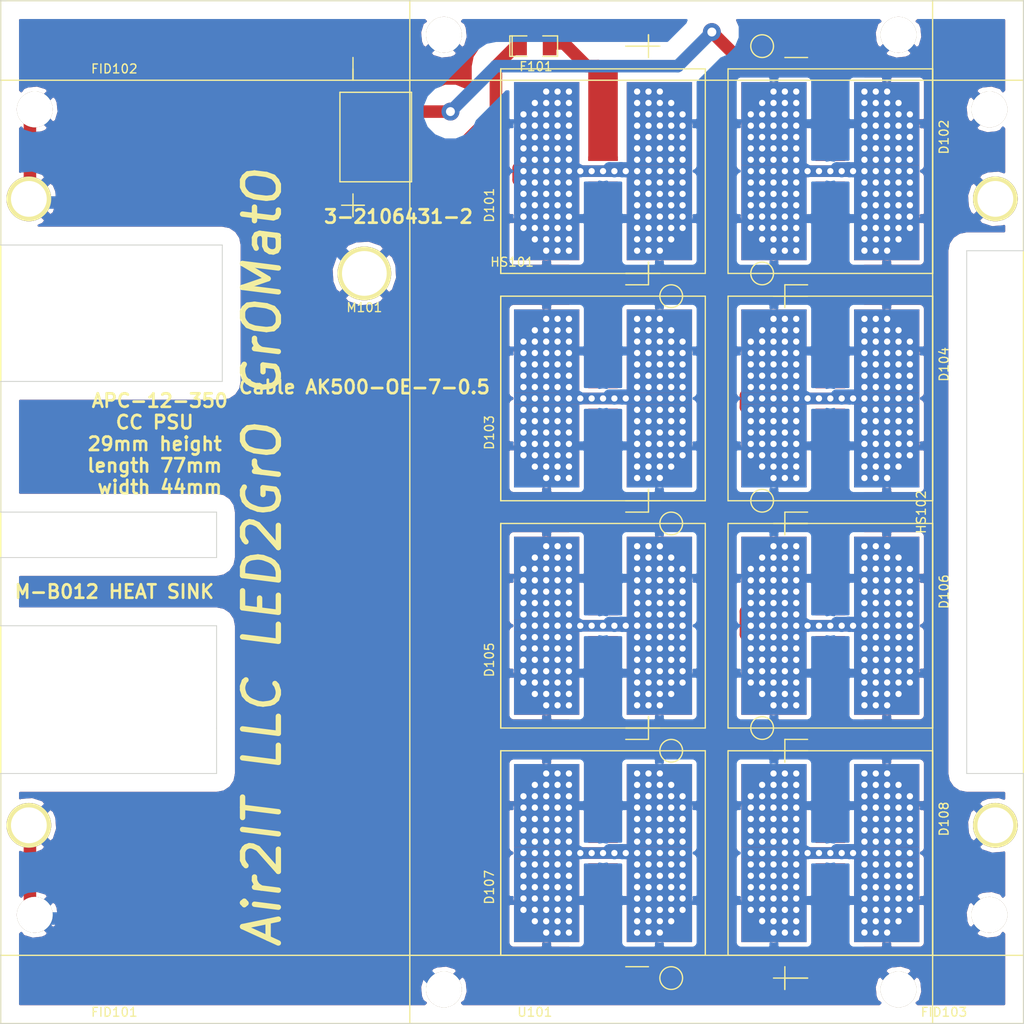
<source format=kicad_pcb>
(kicad_pcb (version 4) (host pcbnew 4.0.0-rc1-stable)

  (general
    (links 1256)
    (no_connects 35)
    (area 27.404999 57.649999 143.855001 174.100001)
    (thickness 1.6)
    (drawings 27)
    (tracks 179)
    (zones 0)
    (modules 17)
    (nets 12)
  )

  (page USLetter)
  (title_block
    (title LED2GrOMato)
    (rev 1D)
    (company Air2IT)
  )

  (layers
    (0 F.Cu signal)
    (31 B.Cu signal)
    (32 B.Adhes user)
    (33 F.Adhes user)
    (34 B.Paste user)
    (35 F.Paste user)
    (36 B.SilkS user)
    (37 F.SilkS user)
    (38 B.Mask user)
    (39 F.Mask user)
    (40 Dwgs.User user)
    (41 Cmts.User user)
    (42 Eco1.User user)
    (43 Eco2.User user)
    (44 Edge.Cuts user)
  )

  (setup
    (last_trace_width 1.4)
    (trace_clearance 1)
    (zone_clearance 2)
    (zone_45_only no)
    (trace_min 0.635)
    (segment_width 0.2)
    (edge_width 0.1)
    (via_size 2)
    (via_drill 1)
    (via_min_size 1)
    (via_min_drill 1)
    (uvia_size 1.8)
    (uvia_drill 1)
    (uvias_allowed no)
    (uvia_min_size 1.6941)
    (uvia_min_drill 0.7924)
    (pcb_text_width 0.3)
    (pcb_text_size 1.5 1.5)
    (mod_edge_width 0.15)
    (mod_text_size 1 1)
    (mod_text_width 0.15)
    (pad_size 5 5)
    (pad_drill 2)
    (pad_to_mask_clearance 0)
    (pad_to_paste_clearance -0.003)
    (aux_axis_origin 36.1 167.945)
    (grid_origin 36.1 167.945)
    (visible_elements 7FFFFFFF)
    (pcbplotparams
      (layerselection 0x010fc_80000001)
      (usegerberextensions true)
      (excludeedgelayer false)
      (linewidth 0.150000)
      (plotframeref false)
      (viasonmask false)
      (mode 1)
      (useauxorigin true)
      (hpglpennumber 1)
      (hpglpenspeed 20)
      (hpglpendiameter 15)
      (hpglpenoverlay 2)
      (psnegative false)
      (psa4output false)
      (plotreference true)
      (plotvalue true)
      (plotinvisibletext false)
      (padsonsilk false)
      (subtractmaskfromsilk false)
      (outputformat 1)
      (mirror false)
      (drillshape 0)
      (scaleselection 1)
      (outputdirectory ""))
  )

  (net 0 "")
  (net 1 GND)
  (net 2 "Net-(D101-Pad1)")
  (net 3 "Net-(D102-Pad2)")
  (net 4 VPP)
  (net 5 "Net-(D105-Pad1)")
  (net 6 "Net-(F101-Pad1)")
  (net 7 "Net-(D106-Pad2)")
  (net 8 GNDPWR)
  (net 9 "Net-(D103-Pad1)")
  (net 10 "Net-(D104-Pad2)")
  (net 11 "Net-(D107-Pad1)")

  (net_class Default "This is the default net class."
    (clearance 1)
    (trace_width 1.4)
    (via_dia 2)
    (via_drill 1)
    (uvia_dia 1.8)
    (uvia_drill 1)
    (add_net GND)
    (add_net GNDPWR)
    (add_net "Net-(D101-Pad1)")
    (add_net "Net-(D102-Pad2)")
    (add_net "Net-(D103-Pad1)")
    (add_net "Net-(D104-Pad2)")
    (add_net "Net-(D105-Pad1)")
    (add_net "Net-(D106-Pad2)")
    (add_net "Net-(D107-Pad1)")
    (add_net "Net-(F101-Pad1)")
    (add_net VPP)
  )

  (module switchbox:switchbox (layer F.Cu) (tedit 577E95D8) (tstamp 577E96CB)
    (at 85.63 115.875)
    (path /56842A7E)
    (fp_text reference U101 (at 2.54 55.88) (layer F.SilkS)
      (effects (font (size 1 1) (thickness 0.15)))
    )
    (fp_text value electricalboxhole (at 1.27 -54.61) (layer F.Fab)
      (effects (font (size 1 1) (thickness 0.15)))
    )
    (fp_line (start 57.15 -57.15) (end 57.15 57.15) (layer F.SilkS) (width 0.15))
    (fp_line (start 57.15 57.15) (end -57.15 57.15) (layer F.SilkS) (width 0.15))
    (fp_line (start -57.15 57.15) (end -57.15 -57.15) (layer F.SilkS) (width 0.15))
    (fp_line (start -57.15 -57.15) (end 57.15 -57.15) (layer F.SilkS) (width 0.15))
    (pad 2 thru_hole circle (at 54 -35) (size 5 5) (drill 4) (layers *.Cu *.Mask F.SilkS)
      (net 8 GNDPWR))
    (pad 4 thru_hole circle (at 54 35) (size 5 5) (drill 4) (layers *.Cu *.Mask F.SilkS)
      (net 8 GNDPWR))
    (pad 3 thru_hole circle (at -54 35) (size 5 5) (drill 4) (layers *.Cu *.Mask F.SilkS)
      (net 8 GNDPWR))
    (pad 1 thru_hole circle (at -54 -35) (size 5 5) (drill 4) (layers *.Cu *.Mask F.SilkS)
      (net 8 GNDPWR))
  )

  (module SMD_Packages:SMD-1206_Pol (layer F.Cu) (tedit 57825ED5) (tstamp 57775AAF)
    (at 88.17 63.805)
    (path /56735C02)
    (attr smd)
    (fp_text reference F101 (at 0.127 2.286) (layer F.SilkS)
      (effects (font (size 1 1) (thickness 0.15)))
    )
    (fp_text value 30A (at 0.127 -2.159) (layer F.Fab)
      (effects (font (size 1 1) (thickness 0.15)))
    )
    (fp_line (start -2.54 -1.143) (end -2.794 -1.143) (layer F.SilkS) (width 0.15))
    (fp_line (start -2.794 -1.143) (end -2.794 1.143) (layer F.SilkS) (width 0.15))
    (fp_line (start -2.794 1.143) (end -2.54 1.143) (layer F.SilkS) (width 0.15))
    (fp_line (start -2.54 -1.143) (end -2.54 1.143) (layer F.SilkS) (width 0.15))
    (fp_line (start -2.54 1.143) (end -0.889 1.143) (layer F.SilkS) (width 0.15))
    (fp_line (start 0.889 -1.143) (end 2.54 -1.143) (layer F.SilkS) (width 0.15))
    (fp_line (start 2.54 -1.143) (end 2.54 1.143) (layer F.SilkS) (width 0.15))
    (fp_line (start 2.54 1.143) (end 0.889 1.143) (layer F.SilkS) (width 0.15))
    (fp_line (start -0.889 -1.143) (end -2.54 -1.143) (layer F.SilkS) (width 0.15))
    (pad 1 smd rect (at -1.651 0) (size 1.524 2.032) (layers F.Cu F.Paste F.Mask)
      (net 6 "Net-(F101-Pad1)"))
    (pad 2 smd rect (at 1.651 0) (size 1.524 2.032) (layers F.Cu F.Paste F.Mask)
      (net 4 VPP))
    (model SMD_Packages.3dshapes/SMD-1206_Pol.wrl
      (at (xyz 0 0 0))
      (scale (xyz 0.17 0.16 0.16))
      (rotate (xyz 0 0 0))
    )
  )

  (module Walts_lib:3-2106431-2 (layer F.Cu) (tedit 56733AFE) (tstamp 579AE02F)
    (at 70.39 73.965)
    (path /56718974)
    (attr smd)
    (fp_text reference P101 (at -5 0 90) (layer F.SilkS) hide
      (effects (font (size 1.5 1.5) (thickness 0.15)))
    )
    (fp_text value CONN_01X02 (at -7 0 90) (layer F.SilkS) hide
      (effects (font (size 1.5 1.5) (thickness 0.15)))
    )
    (fp_line (start -2.54 -7.62) (end -2.54 -6.35) (layer F.SilkS) (width 0.15))
    (fp_line (start -2.54 -6.35) (end -2.54 -8.89) (layer F.SilkS) (width 0.15))
    (fp_line (start -3.81 7.62) (end -1.27 7.62) (layer F.SilkS) (width 0.15))
    (fp_line (start -1.27 7.62) (end -2.54 7.62) (layer F.SilkS) (width 0.15))
    (fp_line (start -2.54 7.62) (end -2.54 8.89) (layer F.SilkS) (width 0.15))
    (fp_line (start -2.54 8.89) (end -2.54 6.35) (layer F.SilkS) (width 0.15))
    (fp_line (start 4 5) (end 4 -5) (layer F.SilkS) (width 0.15))
    (fp_line (start 4 -5) (end -4 -5) (layer F.SilkS) (width 0.15))
    (fp_line (start -4 -5) (end -4 5) (layer F.SilkS) (width 0.15))
    (fp_line (start -4 5) (end 4 5) (layer F.SilkS) (width 0.15))
    (pad 1 smd rect (at -2.1 2 90) (size 3.1 2.45) (layers F.Cu F.Paste F.Mask)
      (net 6 "Net-(F101-Pad1)"))
    (pad 2 smd rect (at -2.1 -2 90) (size 3.1 2.45) (layers F.Cu F.Paste F.Mask)
      (net 1 GND))
    (pad 2 smd rect (at 2.1 -2 90) (size 3.1 2.45) (layers F.Cu F.Paste F.Mask)
      (net 1 GND))
    (pad 1 smd rect (at 2.1 2 90) (size 3.1 2.45) (layers F.Cu F.Paste F.Mask)
      (net 6 "Net-(F101-Pad1)"))
  )

  (module mountgnd:mountgnd (layer F.Cu) (tedit 579ADF21) (tstamp 579AE35F)
    (at 69.12 89.205)
    (path /577A1680)
    (fp_text reference M101 (at 0 3.81) (layer F.SilkS)
      (effects (font (size 1 1) (thickness 0.15)))
    )
    (fp_text value mountgnd (at 0 -3.81) (layer F.Fab)
      (effects (font (size 1 1) (thickness 0.15)))
    )
    (pad 1 thru_hole circle (at 0 0) (size 6 6) (drill 5) (layers *.Cu *.Mask F.SilkS)
      (net 8 GNDPWR))
  )

  (module FID:Fiducial_1mm_Dia_2.54mm_Outer_CopperTop (layer F.Cu) (tedit 579AE05E) (tstamp 579AE726)
    (at 36.1 167.945)
    (descr "Circular Fiducial, 1mm bare copper top; 2.54mm keepout")
    (tags marker)
    (path /53909937)
    (attr virtual)
    (fp_text reference FID101 (at 5.08 3.81) (layer F.SilkS)
      (effects (font (size 1 1) (thickness 0.15)))
    )
    (fp_text value FIDUCIAL (at 0 -3.81) (layer F.Fab)
      (effects (font (size 1 1) (thickness 0.15)))
    )
    (fp_circle (center 0 0) (end 1.55 0) (layer F.CrtYd) (width 0.05))
    (pad ~ smd circle (at 0 0) (size 1 1) (layers F.Cu F.Mask)
      (solder_mask_margin 0.77) (clearance 0.77))
  )

  (module FID:Fiducial_1mm_Dia_2.54mm_Outer_CopperTop (layer F.Cu) (tedit 579CB9D1) (tstamp 579AE72B)
    (at 36.1 62.535)
    (descr "Circular Fiducial, 1mm bare copper top; 2.54mm keepout")
    (tags marker)
    (path /53909946)
    (attr virtual)
    (fp_text reference FID102 (at 5.08 3.81) (layer F.SilkS)
      (effects (font (size 1 1) (thickness 0.15)))
    )
    (fp_text value FIDUCIAL (at 11.43 0) (layer F.Fab)
      (effects (font (size 1 1) (thickness 0.15)))
    )
    (fp_circle (center 0 0) (end 1.55 0) (layer F.CrtYd) (width 0.05))
    (pad ~ smd circle (at 0 0) (size 1 1) (layers F.Cu F.Mask)
      (solder_mask_margin 0.77) (clearance 0.77))
  )

  (module FID:Fiducial_1mm_Dia_2.54mm_Outer_CopperTop (layer F.Cu) (tedit 579CB9A7) (tstamp 579AE730)
    (at 137.7 167.945)
    (descr "Circular Fiducial, 1mm bare copper top; 2.54mm keepout")
    (tags marker)
    (path /53909955)
    (attr virtual)
    (fp_text reference FID103 (at -3.81 3.81) (layer F.SilkS)
      (effects (font (size 1 1) (thickness 0.15)))
    )
    (fp_text value FIDUCIAL (at 0 -3.81) (layer F.Fab)
      (effects (font (size 1 1) (thickness 0.15)))
    )
    (fp_circle (center 0 0) (end 1.55 0) (layer F.CrtYd) (width 0.05))
    (pad ~ smd circle (at 0 0) (size 1 1) (layers F.Cu F.Mask)
      (solder_mask_margin 0.77) (clearance 0.77))
  )

  (module glass:M-B012 (layer F.Cu) (tedit 579B9048) (tstamp 579B91EC)
    (at 85.63 115.875 180)
    (path /567317EA)
    (fp_text reference HS101 (at 0 27.94 180) (layer F.SilkS)
      (effects (font (size 1 1) (thickness 0.15)))
    )
    (fp_text value M-C092_HS (at 0 -27.94 180) (layer F.Fab)
      (effects (font (size 1 1) (thickness 0.15)))
    )
    (fp_line (start 57.15 48.26) (end -57.15 48.26) (layer F.SilkS) (width 0.15))
    (fp_line (start -57.15 48.26) (end -57.15 -49.53) (layer F.SilkS) (width 0.15))
    (fp_line (start -57.15 -49.53) (end 57.15 -49.53) (layer F.SilkS) (width 0.15))
    (fp_line (start 57.15 -49.53) (end 57.15 48.26) (layer F.SilkS) (width 0.15))
    (pad 1 thru_hole circle (at -53.34 -45 180) (size 4 4) (drill 4) (layers *.Cu *.Mask F.SilkS)
      (net 8 GNDPWR))
    (pad 3 thru_hole circle (at -53.34 45 180) (size 4 4) (drill 4) (layers *.Cu *.Mask F.SilkS)
      (net 8 GNDPWR))
    (pad 4 thru_hole circle (at 53.34 45 180) (size 4 4) (drill 4) (layers *.Cu *.Mask F.SilkS)
      (net 8 GNDPWR))
    (pad 2 thru_hole circle (at 53.34 -45 180) (size 4 4) (drill 4) (layers *.Cu *.Mask F.SilkS)
      (net 8 GNDPWR))
  )

  (module M-B012:M-B012 (layer F.Cu) (tedit 579AEFCE) (tstamp 579B91FA)
    (at 103.41 115.875 90)
    (path /579AFA12)
    (fp_text reference HS102 (at 0 27.94 90) (layer F.SilkS)
      (effects (font (size 1 1) (thickness 0.15)))
    )
    (fp_text value M-C092_HS (at 0 -27.94 90) (layer F.Fab)
      (effects (font (size 1 1) (thickness 0.15)))
    )
    (fp_line (start -57.15 -29.21) (end 57.15 -29.21) (layer F.SilkS) (width 0.15))
    (fp_line (start 57.15 -29.21) (end 57.15 29.21) (layer F.SilkS) (width 0.15))
    (fp_line (start 57.15 29.21) (end -57.15 29.21) (layer F.SilkS) (width 0.15))
    (fp_line (start -57.15 29.21) (end -57.15 -29.21) (layer F.SilkS) (width 0.15))
    (pad 1 thru_hole circle (at -53.34 -25.4 90) (size 4 4) (drill 4) (layers *.Cu *.Mask F.SilkS)
      (net 8 GNDPWR))
    (pad 3 thru_hole circle (at -53.34 25.4 90) (size 4 4) (drill 4) (layers *.Cu *.Mask F.SilkS)
      (net 8 GNDPWR))
    (pad 4 thru_hole circle (at 53.34 25.4 90) (size 4 4) (drill 4) (layers *.Cu *.Mask F.SilkS)
      (net 8 GNDPWR))
    (pad 2 thru_hole circle (at 53.34 -25.4 90) (size 4 4) (drill 4) (layers *.Cu *.Mask F.SilkS)
      (net 8 GNDPWR))
  )

  (module ref:CreeXPE2 (layer F.Cu) (tedit 579CB495) (tstamp 579D0450)
    (at 95.79 77.775 180)
    (path /5776D60B)
    (attr smd)
    (fp_text reference D101 (at 12.7 -3.81 270) (layer F.SilkS)
      (effects (font (size 1 1) (thickness 0.15)))
    )
    (fp_text value LED_D_RED (at 12.7 7.62 270) (layer F.Fab)
      (effects (font (size 1 1) (thickness 0.15)))
    )
    (fp_line (start 11.43 -11.43) (end 11.43 11.43) (layer F.SilkS) (width 0.15))
    (fp_circle (center -7.62 -13.97) (end -7.62 -15.24) (layer F.SilkS) (width 0.15))
    (fp_line (start -6.35 13.97) (end -2.54 13.97) (layer F.SilkS) (width 0.15))
    (fp_line (start -2.54 13.97) (end -5.08 13.97) (layer F.SilkS) (width 0.15))
    (fp_line (start -5.08 13.97) (end -5.08 15.24) (layer F.SilkS) (width 0.15))
    (fp_line (start -5.08 15.24) (end -5.08 12.7) (layer F.SilkS) (width 0.15))
    (fp_line (start -5.08 -12.7) (end -2.54 -12.7) (layer F.SilkS) (width 0.15))
    (fp_line (start -11.43 11.43) (end -11.43 -11.43) (layer F.SilkS) (width 0.15))
    (fp_line (start -11.43 -11.43) (end 11.43 -11.43) (layer F.SilkS) (width 0.15))
    (fp_line (start 11.43 -11.43) (end 11.43 11.43) (layer F.SilkS) (width 0.15))
    (fp_line (start 11.43 11.43) (end -11.43 11.43) (layer F.SilkS) (width 0.15))
    (pad 3 thru_hole circle (at 7.62 -3.81 270) (size 1.2 1.2) (drill 0.7) (layers *.Cu *.Mask)
      (net 8 GNDPWR))
    (pad 3 thru_hole circle (at 7.62 -5.08 270) (size 1.2 1.2) (drill 0.7) (layers *.Cu *.Mask)
      (net 8 GNDPWR))
    (pad 3 thru_hole circle (at 7.62 -6.35 270) (size 1.2 1.2) (drill 0.7) (layers *.Cu *.Mask)
      (net 8 GNDPWR))
    (pad 3 thru_hole circle (at 7.62 -7.62 270) (size 1.2 1.2) (drill 0.7) (layers *.Cu *.Mask)
      (net 8 GNDPWR))
    (pad 3 thru_hole circle (at 8.89 -6.35 270) (size 1.2 1.2) (drill 0.7) (layers *.Cu *.Mask)
      (net 8 GNDPWR))
    (pad 3 thru_hole circle (at 8.89 -5.08 270) (size 1.2 1.2) (drill 0.7) (layers *.Cu *.Mask)
      (net 8 GNDPWR))
    (pad 3 thru_hole circle (at 8.89 -3.81 270) (size 1.2 1.2) (drill 0.7) (layers *.Cu *.Mask)
      (net 8 GNDPWR))
    (pad 3 thru_hole circle (at 8.89 -2.54 270) (size 1.2 1.2) (drill 0.7) (layers *.Cu *.Mask)
      (net 8 GNDPWR))
    (pad 3 thru_hole circle (at 7.62 -2.54 270) (size 1.2 1.2) (drill 0.7) (layers *.Cu *.Mask)
      (net 8 GNDPWR))
    (pad 3 thru_hole circle (at 8.89 -1.27 270) (size 1.2 1.2) (drill 0.7) (layers *.Cu *.Mask)
      (net 8 GNDPWR))
    (pad 3 thru_hole circle (at 7.62 -1.27 270) (size 1.2 1.2) (drill 0.7) (layers *.Cu *.Mask)
      (net 8 GNDPWR))
    (pad 3 thru_hole circle (at 8.89 0 270) (size 1.2 1.2) (drill 0.7) (layers *.Cu *.Mask)
      (net 8 GNDPWR))
    (pad 3 thru_hole circle (at 7.62 0 270) (size 1.2 1.2) (drill 0.7) (layers *.Cu *.Mask)
      (net 8 GNDPWR))
    (pad 3 thru_hole circle (at 8.89 1.27 270) (size 1.2 1.2) (drill 0.7) (layers *.Cu *.Mask)
      (net 8 GNDPWR))
    (pad 3 thru_hole circle (at 8.89 2.54 270) (size 1.2 1.2) (drill 0.7) (layers *.Cu *.Mask)
      (net 8 GNDPWR))
    (pad 3 thru_hole circle (at 8.89 3.81 270) (size 1.2 1.2) (drill 0.7) (layers *.Cu *.Mask)
      (net 8 GNDPWR))
    (pad 3 thru_hole circle (at 7.62 1.27 270) (size 1.2 1.2) (drill 0.7) (layers *.Cu *.Mask)
      (net 8 GNDPWR))
    (pad 3 thru_hole circle (at 7.62 2.54 270) (size 1.2 1.2) (drill 0.7) (layers *.Cu *.Mask)
      (net 8 GNDPWR))
    (pad 3 thru_hole circle (at 7.62 3.81 270) (size 1.2 1.2) (drill 0.7) (layers *.Cu *.Mask)
      (net 8 GNDPWR))
    (pad 3 thru_hole circle (at 6.35 -8.89 270) (size 1.2 1.2) (drill 0.7) (layers *.Cu *.Mask)
      (net 8 GNDPWR))
    (pad 3 thru_hole circle (at 6.35 -7.62 270) (size 1.2 1.2) (drill 0.7) (layers *.Cu *.Mask)
      (net 8 GNDPWR))
    (pad 3 thru_hole circle (at 6.35 -6.35 270) (size 1.2 1.2) (drill 0.7) (layers *.Cu *.Mask)
      (net 8 GNDPWR))
    (pad 3 thru_hole circle (at 6.35 -5.08 270) (size 1.2 1.2) (drill 0.7) (layers *.Cu *.Mask)
      (net 8 GNDPWR))
    (pad 3 thru_hole circle (at 6.35 -3.81 270) (size 1.2 1.2) (drill 0.7) (layers *.Cu *.Mask)
      (net 8 GNDPWR))
    (pad 3 thru_hole circle (at 6.35 -2.54 270) (size 1.2 1.2) (drill 0.7) (layers *.Cu *.Mask)
      (net 8 GNDPWR))
    (pad 3 thru_hole circle (at 6.35 -1.27 270) (size 1.2 1.2) (drill 0.7) (layers *.Cu *.Mask)
      (net 8 GNDPWR))
    (pad 3 thru_hole circle (at 6.35 0 270) (size 1.2 1.2) (drill 0.7) (layers *.Cu *.Mask)
      (net 8 GNDPWR))
    (pad 3 thru_hole circle (at 6.35 1.27 270) (size 1.2 1.2) (drill 0.7) (layers *.Cu *.Mask)
      (net 8 GNDPWR))
    (pad 3 thru_hole circle (at 6.35 2.54 270) (size 1.2 1.2) (drill 0.7) (layers *.Cu *.Mask)
      (net 8 GNDPWR))
    (pad 3 thru_hole circle (at 6.35 3.81 270) (size 1.2 1.2) (drill 0.7) (layers *.Cu *.Mask)
      (net 8 GNDPWR))
    (pad 3 thru_hole circle (at 8.89 5.08 270) (size 1.2 1.2) (drill 0.7) (layers *.Cu *.Mask)
      (net 8 GNDPWR))
    (pad 3 thru_hole circle (at 7.62 5.08 270) (size 1.2 1.2) (drill 0.7) (layers *.Cu *.Mask)
      (net 8 GNDPWR))
    (pad 3 thru_hole circle (at 6.35 5.08 270) (size 1.2 1.2) (drill 0.7) (layers *.Cu *.Mask)
      (net 8 GNDPWR))
    (pad 3 thru_hole circle (at 8.89 6.35 270) (size 1.2 1.2) (drill 0.7) (layers *.Cu *.Mask)
      (net 8 GNDPWR))
    (pad 3 thru_hole circle (at 7.62 6.35 270) (size 1.2 1.2) (drill 0.7) (layers *.Cu *.Mask)
      (net 8 GNDPWR))
    (pad 3 thru_hole circle (at 6.35 6.35 270) (size 1.2 1.2) (drill 0.7) (layers *.Cu *.Mask)
      (net 8 GNDPWR))
    (pad 3 thru_hole circle (at 7.62 7.62 270) (size 1.2 1.2) (drill 0.7) (layers *.Cu *.Mask)
      (net 8 GNDPWR))
    (pad 3 thru_hole circle (at 6.35 7.62 270) (size 1.2 1.2) (drill 0.7) (layers *.Cu *.Mask)
      (net 8 GNDPWR))
    (pad 3 thru_hole circle (at 6.35 8.89 270) (size 1.2 1.2) (drill 0.7) (layers *.Cu *.Mask)
      (net 8 GNDPWR))
    (pad 3 thru_hole circle (at -6.35 -8.89 270) (size 1.2 1.2) (drill 0.7) (layers *.Cu *.Mask)
      (net 8 GNDPWR))
    (pad 3 thru_hole circle (at -5.08 -7.62 270) (size 1.2 1.2) (drill 0.7) (layers *.Cu *.Mask)
      (net 8 GNDPWR))
    (pad 3 thru_hole circle (at -6.35 -7.62 270) (size 1.2 1.2) (drill 0.7) (layers *.Cu *.Mask)
      (net 8 GNDPWR))
    (pad 3 thru_hole circle (at -8.89 -6.35 270) (size 1.2 1.2) (drill 0.7) (layers *.Cu *.Mask)
      (net 8 GNDPWR))
    (pad 3 thru_hole circle (at -7.62 -6.35 270) (size 1.2 1.2) (drill 0.7) (layers *.Cu *.Mask)
      (net 8 GNDPWR))
    (pad 3 thru_hole circle (at -6.35 -6.35 270) (size 1.2 1.2) (drill 0.7) (layers *.Cu *.Mask)
      (net 8 GNDPWR))
    (pad 3 thru_hole circle (at -8.89 -5.08 270) (size 1.2 1.2) (drill 0.7) (layers *.Cu *.Mask)
      (net 8 GNDPWR))
    (pad 3 thru_hole circle (at -7.62 -5.08 270) (size 1.2 1.2) (drill 0.7) (layers *.Cu *.Mask)
      (net 8 GNDPWR))
    (pad 3 thru_hole circle (at -6.35 -5.08 270) (size 1.2 1.2) (drill 0.7) (layers *.Cu *.Mask)
      (net 8 GNDPWR))
    (pad 3 thru_hole circle (at -8.89 -3.81 270) (size 1.2 1.2) (drill 0.7) (layers *.Cu *.Mask)
      (net 8 GNDPWR))
    (pad 3 thru_hole circle (at -7.62 -3.81 270) (size 1.2 1.2) (drill 0.7) (layers *.Cu *.Mask)
      (net 8 GNDPWR))
    (pad 3 thru_hole circle (at -6.35 -3.81 270) (size 1.2 1.2) (drill 0.7) (layers *.Cu *.Mask)
      (net 8 GNDPWR))
    (pad 3 thru_hole circle (at -8.89 -2.54 270) (size 1.2 1.2) (drill 0.7) (layers *.Cu *.Mask)
      (net 8 GNDPWR))
    (pad 3 thru_hole circle (at -7.62 -2.54 270) (size 1.2 1.2) (drill 0.7) (layers *.Cu *.Mask)
      (net 8 GNDPWR))
    (pad 3 thru_hole circle (at -6.35 -2.54 270) (size 1.2 1.2) (drill 0.7) (layers *.Cu *.Mask)
      (net 8 GNDPWR))
    (pad 3 thru_hole circle (at -8.89 -1.27 270) (size 1.2 1.2) (drill 0.7) (layers *.Cu *.Mask)
      (net 8 GNDPWR))
    (pad 3 thru_hole circle (at -7.62 -1.27 270) (size 1.2 1.2) (drill 0.7) (layers *.Cu *.Mask)
      (net 8 GNDPWR))
    (pad 3 thru_hole circle (at -6.35 -1.27 270) (size 1.2 1.2) (drill 0.7) (layers *.Cu *.Mask)
      (net 8 GNDPWR))
    (pad 3 thru_hole circle (at -8.89 0 270) (size 1.2 1.2) (drill 0.7) (layers *.Cu *.Mask)
      (net 8 GNDPWR))
    (pad 3 thru_hole circle (at -7.62 0 270) (size 1.2 1.2) (drill 0.7) (layers *.Cu *.Mask)
      (net 8 GNDPWR))
    (pad 3 thru_hole circle (at -6.35 0 270) (size 1.2 1.2) (drill 0.7) (layers *.Cu *.Mask)
      (net 8 GNDPWR))
    (pad 3 thru_hole circle (at -8.89 1.27 270) (size 1.2 1.2) (drill 0.7) (layers *.Cu *.Mask)
      (net 8 GNDPWR))
    (pad 3 thru_hole circle (at -7.62 1.27 270) (size 1.2 1.2) (drill 0.7) (layers *.Cu *.Mask)
      (net 8 GNDPWR))
    (pad 3 thru_hole circle (at -6.35 1.27 270) (size 1.2 1.2) (drill 0.7) (layers *.Cu *.Mask)
      (net 8 GNDPWR))
    (pad 3 thru_hole circle (at -8.89 2.54 270) (size 1.2 1.2) (drill 0.7) (layers *.Cu *.Mask)
      (net 8 GNDPWR))
    (pad 3 thru_hole circle (at -7.62 2.54 270) (size 1.2 1.2) (drill 0.7) (layers *.Cu *.Mask)
      (net 8 GNDPWR))
    (pad 3 thru_hole circle (at -6.35 2.54 270) (size 1.2 1.2) (drill 0.7) (layers *.Cu *.Mask)
      (net 8 GNDPWR))
    (pad 3 thru_hole circle (at -8.89 3.81 270) (size 1.2 1.2) (drill 0.7) (layers *.Cu *.Mask)
      (net 8 GNDPWR))
    (pad 3 thru_hole circle (at -7.62 3.81 270) (size 1.2 1.2) (drill 0.7) (layers *.Cu *.Mask)
      (net 8 GNDPWR))
    (pad 3 thru_hole circle (at -6.35 3.81 270) (size 1.2 1.2) (drill 0.7) (layers *.Cu *.Mask)
      (net 8 GNDPWR))
    (pad 3 thru_hole circle (at -8.89 5.08 270) (size 1.2 1.2) (drill 0.7) (layers *.Cu *.Mask)
      (net 8 GNDPWR))
    (pad 3 thru_hole circle (at -7.62 5.08 270) (size 1.2 1.2) (drill 0.7) (layers *.Cu *.Mask)
      (net 8 GNDPWR))
    (pad 3 thru_hole circle (at -6.35 5.08 270) (size 1.2 1.2) (drill 0.7) (layers *.Cu *.Mask)
      (net 8 GNDPWR))
    (pad 3 thru_hole circle (at -8.89 6.35 270) (size 1.2 1.2) (drill 0.7) (layers *.Cu *.Mask)
      (net 8 GNDPWR))
    (pad 3 thru_hole circle (at -7.62 6.35 270) (size 1.2 1.2) (drill 0.7) (layers *.Cu *.Mask)
      (net 8 GNDPWR))
    (pad 3 thru_hole circle (at -6.35 6.35 270) (size 1.2 1.2) (drill 0.7) (layers *.Cu *.Mask)
      (net 8 GNDPWR))
    (pad 3 thru_hole circle (at -7.62 7.62 270) (size 1.2 1.2) (drill 0.7) (layers *.Cu *.Mask)
      (net 8 GNDPWR))
    (pad 3 thru_hole circle (at -6.35 7.62 270) (size 1.2 1.2) (drill 0.7) (layers *.Cu *.Mask)
      (net 8 GNDPWR))
    (pad 3 thru_hole circle (at -6.35 8.89 270) (size 1.2 1.2) (drill 0.7) (layers *.Cu *.Mask)
      (net 8 GNDPWR))
    (pad 3 thru_hole circle (at 5.08 -8.89 270) (size 1.2 1.2) (drill 0.7) (layers *.Cu *.Mask)
      (net 8 GNDPWR))
    (pad 3 thru_hole circle (at 5.08 -7.62 270) (size 1.2 1.2) (drill 0.7) (layers *.Cu *.Mask)
      (net 8 GNDPWR))
    (pad 3 thru_hole circle (at 5.08 -6.35 270) (size 1.2 1.2) (drill 0.7) (layers *.Cu *.Mask)
      (net 8 GNDPWR))
    (pad 3 thru_hole circle (at 5.08 -5.08 270) (size 1.2 1.2) (drill 0.7) (layers *.Cu *.Mask)
      (net 8 GNDPWR))
    (pad 3 thru_hole circle (at 5.08 -3.81 270) (size 1.2 1.2) (drill 0.7) (layers *.Cu *.Mask)
      (net 8 GNDPWR))
    (pad 3 thru_hole circle (at 5.08 -2.54 270) (size 1.2 1.2) (drill 0.7) (layers *.Cu *.Mask)
      (net 8 GNDPWR))
    (pad 3 thru_hole circle (at 5.08 -1.27 270) (size 1.2 1.2) (drill 0.7) (layers *.Cu *.Mask)
      (net 8 GNDPWR))
    (pad 3 thru_hole circle (at 5.08 0 270) (size 1.2 1.2) (drill 0.7) (layers *.Cu *.Mask)
      (net 8 GNDPWR))
    (pad 3 thru_hole circle (at 5.08 1.27 270) (size 1.2 1.2) (drill 0.7) (layers *.Cu *.Mask)
      (net 8 GNDPWR))
    (pad 3 thru_hole circle (at 5.08 2.54 270) (size 1.2 1.2) (drill 0.7) (layers *.Cu *.Mask)
      (net 8 GNDPWR))
    (pad 3 thru_hole circle (at 5.08 3.81 270) (size 1.2 1.2) (drill 0.7) (layers *.Cu *.Mask)
      (net 8 GNDPWR))
    (pad 3 thru_hole circle (at 5.08 5.08 270) (size 1.2 1.2) (drill 0.7) (layers *.Cu *.Mask)
      (net 8 GNDPWR))
    (pad 3 thru_hole circle (at 5.08 6.35 270) (size 1.2 1.2) (drill 0.7) (layers *.Cu *.Mask)
      (net 8 GNDPWR))
    (pad 3 thru_hole circle (at 5.08 7.62 270) (size 1.2 1.2) (drill 0.7) (layers *.Cu *.Mask)
      (net 8 GNDPWR))
    (pad 3 thru_hole circle (at 5.08 8.89 270) (size 1.2 1.2) (drill 0.7) (layers *.Cu *.Mask)
      (net 8 GNDPWR))
    (pad 3 thru_hole circle (at 3.81 -8.89 270) (size 1.2 1.2) (drill 0.7) (layers *.Cu *.Mask)
      (net 8 GNDPWR))
    (pad 3 thru_hole circle (at 3.81 -6.35 270) (size 1.2 1.2) (drill 0.7) (layers *.Cu *.Mask)
      (net 8 GNDPWR))
    (pad 3 thru_hole circle (at 3.81 -7.62 270) (size 1.2 1.2) (drill 0.7) (layers *.Cu *.Mask)
      (net 8 GNDPWR))
    (pad 3 thru_hole circle (at 3.81 -5.08 270) (size 1.2 1.2) (drill 0.7) (layers *.Cu *.Mask)
      (net 8 GNDPWR))
    (pad 3 thru_hole circle (at 3.81 -3.81 270) (size 1.2 1.2) (drill 0.7) (layers *.Cu *.Mask)
      (net 8 GNDPWR))
    (pad 3 thru_hole circle (at 3.81 -2.54 270) (size 1.2 1.2) (drill 0.7) (layers *.Cu *.Mask)
      (net 8 GNDPWR))
    (pad 3 thru_hole circle (at 3.81 -1.27 270) (size 1.2 1.2) (drill 0.7) (layers *.Cu *.Mask)
      (net 8 GNDPWR))
    (pad 3 thru_hole circle (at 3.81 0 270) (size 1.2 1.2) (drill 0.7) (layers *.Cu *.Mask)
      (net 8 GNDPWR))
    (pad 3 thru_hole circle (at 3.81 1.27 270) (size 1.2 1.2) (drill 0.7) (layers *.Cu *.Mask)
      (net 8 GNDPWR))
    (pad 3 thru_hole circle (at 3.81 2.54 270) (size 1.2 1.2) (drill 0.7) (layers *.Cu *.Mask)
      (net 8 GNDPWR))
    (pad 3 thru_hole circle (at 3.81 3.81 270) (size 1.2 1.2) (drill 0.7) (layers *.Cu *.Mask)
      (net 8 GNDPWR))
    (pad 3 thru_hole circle (at 3.81 5.08 270) (size 1.2 1.2) (drill 0.7) (layers *.Cu *.Mask)
      (net 8 GNDPWR))
    (pad 3 thru_hole circle (at 3.81 6.35 270) (size 1.2 1.2) (drill 0.7) (layers *.Cu *.Mask)
      (net 8 GNDPWR))
    (pad 3 thru_hole circle (at 3.81 7.62 270) (size 1.2 1.2) (drill 0.7) (layers *.Cu *.Mask)
      (net 8 GNDPWR))
    (pad 3 thru_hole circle (at 3.81 8.89 270) (size 1.2 1.2) (drill 0.7) (layers *.Cu *.Mask)
      (net 8 GNDPWR))
    (pad 3 thru_hole circle (at -5.08 8.89 270) (size 1.2 1.2) (drill 0.7) (layers *.Cu *.Mask)
      (net 8 GNDPWR))
    (pad 3 thru_hole circle (at -3.81 8.89 270) (size 1.2 1.2) (drill 0.7) (layers *.Cu *.Mask)
      (net 8 GNDPWR))
    (pad 3 thru_hole circle (at -5.08 7.62 270) (size 1.2 1.2) (drill 0.7) (layers *.Cu *.Mask)
      (net 8 GNDPWR))
    (pad 3 thru_hole circle (at -3.81 7.62 270) (size 1.2 1.2) (drill 0.7) (layers *.Cu *.Mask)
      (net 8 GNDPWR))
    (pad 3 thru_hole circle (at -3.81 6.35 270) (size 1.2 1.2) (drill 0.7) (layers *.Cu *.Mask)
      (net 8 GNDPWR))
    (pad 3 thru_hole circle (at -5.08 6.35 270) (size 1.2 1.2) (drill 0.7) (layers *.Cu *.Mask)
      (net 8 GNDPWR))
    (pad 3 thru_hole circle (at -3.81 5.08 270) (size 1.2 1.2) (drill 0.7) (layers *.Cu *.Mask)
      (net 8 GNDPWR))
    (pad 3 thru_hole circle (at -3.81 3.81 270) (size 1.2 1.2) (drill 0.7) (layers *.Cu *.Mask)
      (net 8 GNDPWR))
    (pad 3 thru_hole circle (at -3.81 2.54 270) (size 1.2 1.2) (drill 0.7) (layers *.Cu *.Mask)
      (net 8 GNDPWR))
    (pad 3 thru_hole circle (at -3.81 1.27 270) (size 1.2 1.2) (drill 0.7) (layers *.Cu *.Mask)
      (net 8 GNDPWR))
    (pad 3 thru_hole circle (at -5.08 2.54 270) (size 1.2 1.2) (drill 0.7) (layers *.Cu *.Mask)
      (net 8 GNDPWR))
    (pad 3 thru_hole circle (at -5.08 5.08 270) (size 1.2 1.2) (drill 0.7) (layers *.Cu *.Mask)
      (net 8 GNDPWR))
    (pad 3 thru_hole circle (at -5.08 3.81 270) (size 1.2 1.2) (drill 0.7) (layers *.Cu *.Mask)
      (net 8 GNDPWR))
    (pad 3 thru_hole circle (at -5.08 1.27 270) (size 1.2 1.2) (drill 0.7) (layers *.Cu *.Mask)
      (net 8 GNDPWR))
    (pad 3 thru_hole circle (at -5.08 0 270) (size 1.2 1.2) (drill 0.7) (layers *.Cu *.Mask)
      (net 8 GNDPWR))
    (pad 3 thru_hole circle (at -5.08 -1.27 270) (size 1.2 1.2) (drill 0.7) (layers *.Cu *.Mask)
      (net 8 GNDPWR))
    (pad 3 thru_hole circle (at -5.08 -2.54 270) (size 1.2 1.2) (drill 0.7) (layers *.Cu *.Mask)
      (net 8 GNDPWR))
    (pad 3 thru_hole circle (at -5.08 -3.81 270) (size 1.2 1.2) (drill 0.7) (layers *.Cu *.Mask)
      (net 8 GNDPWR))
    (pad 3 thru_hole circle (at -5.08 -5.08 270) (size 1.2 1.2) (drill 0.7) (layers *.Cu *.Mask)
      (net 8 GNDPWR))
    (pad 3 thru_hole circle (at -5.08 -6.35 270) (size 1.2 1.2) (drill 0.7) (layers *.Cu *.Mask)
      (net 8 GNDPWR))
    (pad 3 thru_hole circle (at -7.62 -7.62 270) (size 1.2 1.2) (drill 0.7) (layers *.Cu *.Mask)
      (net 8 GNDPWR))
    (pad 3 thru_hole circle (at -5.08 -8.89 270) (size 1.2 1.2) (drill 0.7) (layers *.Cu *.Mask)
      (net 8 GNDPWR))
    (pad 3 thru_hole circle (at -3.81 0 270) (size 1.2 1.2) (drill 0.7) (layers *.Cu *.Mask)
      (net 8 GNDPWR))
    (pad 3 thru_hole circle (at -3.81 -1.27 270) (size 1.2 1.2) (drill 0.7) (layers *.Cu *.Mask)
      (net 8 GNDPWR))
    (pad 3 thru_hole circle (at -3.81 -2.54 270) (size 1.2 1.2) (drill 0.7) (layers *.Cu *.Mask)
      (net 8 GNDPWR))
    (pad 3 thru_hole circle (at -3.81 -3.81 270) (size 1.2 1.2) (drill 0.7) (layers *.Cu *.Mask)
      (net 8 GNDPWR))
    (pad 3 thru_hole circle (at -3.81 -5.08 270) (size 1.2 1.2) (drill 0.7) (layers *.Cu *.Mask)
      (net 8 GNDPWR))
    (pad 3 thru_hole circle (at -3.81 -6.35 270) (size 1.2 1.2) (drill 0.7) (layers *.Cu *.Mask)
      (net 8 GNDPWR))
    (pad 3 thru_hole circle (at -3.81 -7.62 270) (size 1.2 1.2) (drill 0.7) (layers *.Cu *.Mask)
      (net 8 GNDPWR))
    (pad 3 thru_hole circle (at -3.81 -8.89 270) (size 1.2 1.2) (drill 0.7) (layers *.Cu *.Mask)
      (net 8 GNDPWR))
    (pad 3 thru_hole circle (at 2.54 0 270) (size 1.2 1.2) (drill 0.7) (layers *.Cu B.Mask)
      (net 8 GNDPWR))
    (pad 3 thru_hole circle (at 1.27 0 270) (size 1.2 1.2) (drill 0.7) (layers *.Cu *.Mask F.Paste)
      (net 8 GNDPWR))
    (pad 3 thru_hole circle (at 0 0 270) (size 1.2 1.2) (drill 0.7) (layers *.Cu *.Mask F.Paste)
      (net 8 GNDPWR))
    (pad 3 thru_hole circle (at -1.27 0 270) (size 1.2 1.2) (drill 0.7) (layers *.Cu *.Mask F.Paste)
      (net 8 GNDPWR))
    (pad 3 thru_hole circle (at -2.54 0 270) (size 1.2 1.2) (drill 0.7) (layers *.Cu B.Mask)
      (net 8 GNDPWR))
    (pad 3 smd rect (at 6.3 0 270) (size 1.3 7.3) (layers *.Cu *.Mask)
      (net 8 GNDPWR))
    (pad 3 smd rect (at 2.15 0 270) (size 1.3 1) (layers *.Cu B.Mask)
      (net 8 GNDPWR))
    (pad 3 smd rect (at -2.15 0 270) (size 1.3 1) (layers *.Cu B.Mask)
      (net 8 GNDPWR))
    (pad 2 smd rect (at 0 6.3 270) (size 10.3 3.3) (layers F.Cu)
      (net 4 VPP))
    (pad 1 smd rect (at 0 -6.3 270) (size 10.3 3.3) (layers F.Cu)
      (net 2 "Net-(D101-Pad1)"))
    (pad 3 smd rect (at -6.3 5.3 270) (size 9.3 7.3) (layers *.Cu *.Mask)
      (net 8 GNDPWR))
    (pad 3 smd rect (at -6.3 -5.3 270) (size 9.3 7.3) (layers *.Cu *.Mask)
      (net 8 GNDPWR))
    (pad 3 smd rect (at 6.3 5.3 270) (size 9.3 7.3) (layers *.Cu *.Mask)
      (net 8 GNDPWR))
    (pad 3 smd rect (at 6.3 -5.3 270) (size 9.3 7.3) (layers *.Cu *.Mask)
      (net 8 GNDPWR))
    (pad 3 smd rect (at -6.3 0 270) (size 1.3 7.3) (layers *.Cu *.Mask)
      (net 8 GNDPWR))
    (pad 2 smd rect (at 0 1.4 270) (size 0.5 3.3) (layers F.Cu F.Paste F.Mask)
      (net 4 VPP))
    (pad 3 smd rect (at 0 0 270) (size 1.3 3.3) (layers *.Cu *.Mask F.Paste)
      (net 8 GNDPWR))
    (pad 1 smd rect (at 0 -1.4 270) (size 0.5 3.3) (layers F.Cu F.Paste F.Mask)
      (net 2 "Net-(D101-Pad1)"))
  )

  (module ref:CreeXPE2 (layer F.Cu) (tedit 579CB495) (tstamp 579D04FA)
    (at 121.19 77.775)
    (path /579AE28A)
    (attr smd)
    (fp_text reference D102 (at 12.7 -3.81 90) (layer F.SilkS)
      (effects (font (size 1 1) (thickness 0.15)))
    )
    (fp_text value LED_D_RED (at 12.7 7.62 90) (layer F.Fab)
      (effects (font (size 1 1) (thickness 0.15)))
    )
    (fp_line (start 11.43 -11.43) (end 11.43 11.43) (layer F.SilkS) (width 0.15))
    (fp_circle (center -7.62 -13.97) (end -7.62 -15.24) (layer F.SilkS) (width 0.15))
    (fp_line (start -6.35 13.97) (end -2.54 13.97) (layer F.SilkS) (width 0.15))
    (fp_line (start -2.54 13.97) (end -5.08 13.97) (layer F.SilkS) (width 0.15))
    (fp_line (start -5.08 13.97) (end -5.08 15.24) (layer F.SilkS) (width 0.15))
    (fp_line (start -5.08 15.24) (end -5.08 12.7) (layer F.SilkS) (width 0.15))
    (fp_line (start -5.08 -12.7) (end -2.54 -12.7) (layer F.SilkS) (width 0.15))
    (fp_line (start -11.43 11.43) (end -11.43 -11.43) (layer F.SilkS) (width 0.15))
    (fp_line (start -11.43 -11.43) (end 11.43 -11.43) (layer F.SilkS) (width 0.15))
    (fp_line (start 11.43 -11.43) (end 11.43 11.43) (layer F.SilkS) (width 0.15))
    (fp_line (start 11.43 11.43) (end -11.43 11.43) (layer F.SilkS) (width 0.15))
    (pad 3 thru_hole circle (at 7.62 -3.81 90) (size 1.2 1.2) (drill 0.7) (layers *.Cu *.Mask)
      (net 8 GNDPWR))
    (pad 3 thru_hole circle (at 7.62 -5.08 90) (size 1.2 1.2) (drill 0.7) (layers *.Cu *.Mask)
      (net 8 GNDPWR))
    (pad 3 thru_hole circle (at 7.62 -6.35 90) (size 1.2 1.2) (drill 0.7) (layers *.Cu *.Mask)
      (net 8 GNDPWR))
    (pad 3 thru_hole circle (at 7.62 -7.62 90) (size 1.2 1.2) (drill 0.7) (layers *.Cu *.Mask)
      (net 8 GNDPWR))
    (pad 3 thru_hole circle (at 8.89 -6.35 90) (size 1.2 1.2) (drill 0.7) (layers *.Cu *.Mask)
      (net 8 GNDPWR))
    (pad 3 thru_hole circle (at 8.89 -5.08 90) (size 1.2 1.2) (drill 0.7) (layers *.Cu *.Mask)
      (net 8 GNDPWR))
    (pad 3 thru_hole circle (at 8.89 -3.81 90) (size 1.2 1.2) (drill 0.7) (layers *.Cu *.Mask)
      (net 8 GNDPWR))
    (pad 3 thru_hole circle (at 8.89 -2.54 90) (size 1.2 1.2) (drill 0.7) (layers *.Cu *.Mask)
      (net 8 GNDPWR))
    (pad 3 thru_hole circle (at 7.62 -2.54 90) (size 1.2 1.2) (drill 0.7) (layers *.Cu *.Mask)
      (net 8 GNDPWR))
    (pad 3 thru_hole circle (at 8.89 -1.27 90) (size 1.2 1.2) (drill 0.7) (layers *.Cu *.Mask)
      (net 8 GNDPWR))
    (pad 3 thru_hole circle (at 7.62 -1.27 90) (size 1.2 1.2) (drill 0.7) (layers *.Cu *.Mask)
      (net 8 GNDPWR))
    (pad 3 thru_hole circle (at 8.89 0 90) (size 1.2 1.2) (drill 0.7) (layers *.Cu *.Mask)
      (net 8 GNDPWR))
    (pad 3 thru_hole circle (at 7.62 0 90) (size 1.2 1.2) (drill 0.7) (layers *.Cu *.Mask)
      (net 8 GNDPWR))
    (pad 3 thru_hole circle (at 8.89 1.27 90) (size 1.2 1.2) (drill 0.7) (layers *.Cu *.Mask)
      (net 8 GNDPWR))
    (pad 3 thru_hole circle (at 8.89 2.54 90) (size 1.2 1.2) (drill 0.7) (layers *.Cu *.Mask)
      (net 8 GNDPWR))
    (pad 3 thru_hole circle (at 8.89 3.81 90) (size 1.2 1.2) (drill 0.7) (layers *.Cu *.Mask)
      (net 8 GNDPWR))
    (pad 3 thru_hole circle (at 7.62 1.27 90) (size 1.2 1.2) (drill 0.7) (layers *.Cu *.Mask)
      (net 8 GNDPWR))
    (pad 3 thru_hole circle (at 7.62 2.54 90) (size 1.2 1.2) (drill 0.7) (layers *.Cu *.Mask)
      (net 8 GNDPWR))
    (pad 3 thru_hole circle (at 7.62 3.81 90) (size 1.2 1.2) (drill 0.7) (layers *.Cu *.Mask)
      (net 8 GNDPWR))
    (pad 3 thru_hole circle (at 6.35 -8.89 90) (size 1.2 1.2) (drill 0.7) (layers *.Cu *.Mask)
      (net 8 GNDPWR))
    (pad 3 thru_hole circle (at 6.35 -7.62 90) (size 1.2 1.2) (drill 0.7) (layers *.Cu *.Mask)
      (net 8 GNDPWR))
    (pad 3 thru_hole circle (at 6.35 -6.35 90) (size 1.2 1.2) (drill 0.7) (layers *.Cu *.Mask)
      (net 8 GNDPWR))
    (pad 3 thru_hole circle (at 6.35 -5.08 90) (size 1.2 1.2) (drill 0.7) (layers *.Cu *.Mask)
      (net 8 GNDPWR))
    (pad 3 thru_hole circle (at 6.35 -3.81 90) (size 1.2 1.2) (drill 0.7) (layers *.Cu *.Mask)
      (net 8 GNDPWR))
    (pad 3 thru_hole circle (at 6.35 -2.54 90) (size 1.2 1.2) (drill 0.7) (layers *.Cu *.Mask)
      (net 8 GNDPWR))
    (pad 3 thru_hole circle (at 6.35 -1.27 90) (size 1.2 1.2) (drill 0.7) (layers *.Cu *.Mask)
      (net 8 GNDPWR))
    (pad 3 thru_hole circle (at 6.35 0 90) (size 1.2 1.2) (drill 0.7) (layers *.Cu *.Mask)
      (net 8 GNDPWR))
    (pad 3 thru_hole circle (at 6.35 1.27 90) (size 1.2 1.2) (drill 0.7) (layers *.Cu *.Mask)
      (net 8 GNDPWR))
    (pad 3 thru_hole circle (at 6.35 2.54 90) (size 1.2 1.2) (drill 0.7) (layers *.Cu *.Mask)
      (net 8 GNDPWR))
    (pad 3 thru_hole circle (at 6.35 3.81 90) (size 1.2 1.2) (drill 0.7) (layers *.Cu *.Mask)
      (net 8 GNDPWR))
    (pad 3 thru_hole circle (at 8.89 5.08 90) (size 1.2 1.2) (drill 0.7) (layers *.Cu *.Mask)
      (net 8 GNDPWR))
    (pad 3 thru_hole circle (at 7.62 5.08 90) (size 1.2 1.2) (drill 0.7) (layers *.Cu *.Mask)
      (net 8 GNDPWR))
    (pad 3 thru_hole circle (at 6.35 5.08 90) (size 1.2 1.2) (drill 0.7) (layers *.Cu *.Mask)
      (net 8 GNDPWR))
    (pad 3 thru_hole circle (at 8.89 6.35 90) (size 1.2 1.2) (drill 0.7) (layers *.Cu *.Mask)
      (net 8 GNDPWR))
    (pad 3 thru_hole circle (at 7.62 6.35 90) (size 1.2 1.2) (drill 0.7) (layers *.Cu *.Mask)
      (net 8 GNDPWR))
    (pad 3 thru_hole circle (at 6.35 6.35 90) (size 1.2 1.2) (drill 0.7) (layers *.Cu *.Mask)
      (net 8 GNDPWR))
    (pad 3 thru_hole circle (at 7.62 7.62 90) (size 1.2 1.2) (drill 0.7) (layers *.Cu *.Mask)
      (net 8 GNDPWR))
    (pad 3 thru_hole circle (at 6.35 7.62 90) (size 1.2 1.2) (drill 0.7) (layers *.Cu *.Mask)
      (net 8 GNDPWR))
    (pad 3 thru_hole circle (at 6.35 8.89 90) (size 1.2 1.2) (drill 0.7) (layers *.Cu *.Mask)
      (net 8 GNDPWR))
    (pad 3 thru_hole circle (at -6.35 -8.89 90) (size 1.2 1.2) (drill 0.7) (layers *.Cu *.Mask)
      (net 8 GNDPWR))
    (pad 3 thru_hole circle (at -5.08 -7.62 90) (size 1.2 1.2) (drill 0.7) (layers *.Cu *.Mask)
      (net 8 GNDPWR))
    (pad 3 thru_hole circle (at -6.35 -7.62 90) (size 1.2 1.2) (drill 0.7) (layers *.Cu *.Mask)
      (net 8 GNDPWR))
    (pad 3 thru_hole circle (at -8.89 -6.35 90) (size 1.2 1.2) (drill 0.7) (layers *.Cu *.Mask)
      (net 8 GNDPWR))
    (pad 3 thru_hole circle (at -7.62 -6.35 90) (size 1.2 1.2) (drill 0.7) (layers *.Cu *.Mask)
      (net 8 GNDPWR))
    (pad 3 thru_hole circle (at -6.35 -6.35 90) (size 1.2 1.2) (drill 0.7) (layers *.Cu *.Mask)
      (net 8 GNDPWR))
    (pad 3 thru_hole circle (at -8.89 -5.08 90) (size 1.2 1.2) (drill 0.7) (layers *.Cu *.Mask)
      (net 8 GNDPWR))
    (pad 3 thru_hole circle (at -7.62 -5.08 90) (size 1.2 1.2) (drill 0.7) (layers *.Cu *.Mask)
      (net 8 GNDPWR))
    (pad 3 thru_hole circle (at -6.35 -5.08 90) (size 1.2 1.2) (drill 0.7) (layers *.Cu *.Mask)
      (net 8 GNDPWR))
    (pad 3 thru_hole circle (at -8.89 -3.81 90) (size 1.2 1.2) (drill 0.7) (layers *.Cu *.Mask)
      (net 8 GNDPWR))
    (pad 3 thru_hole circle (at -7.62 -3.81 90) (size 1.2 1.2) (drill 0.7) (layers *.Cu *.Mask)
      (net 8 GNDPWR))
    (pad 3 thru_hole circle (at -6.35 -3.81 90) (size 1.2 1.2) (drill 0.7) (layers *.Cu *.Mask)
      (net 8 GNDPWR))
    (pad 3 thru_hole circle (at -8.89 -2.54 90) (size 1.2 1.2) (drill 0.7) (layers *.Cu *.Mask)
      (net 8 GNDPWR))
    (pad 3 thru_hole circle (at -7.62 -2.54 90) (size 1.2 1.2) (drill 0.7) (layers *.Cu *.Mask)
      (net 8 GNDPWR))
    (pad 3 thru_hole circle (at -6.35 -2.54 90) (size 1.2 1.2) (drill 0.7) (layers *.Cu *.Mask)
      (net 8 GNDPWR))
    (pad 3 thru_hole circle (at -8.89 -1.27 90) (size 1.2 1.2) (drill 0.7) (layers *.Cu *.Mask)
      (net 8 GNDPWR))
    (pad 3 thru_hole circle (at -7.62 -1.27 90) (size 1.2 1.2) (drill 0.7) (layers *.Cu *.Mask)
      (net 8 GNDPWR))
    (pad 3 thru_hole circle (at -6.35 -1.27 90) (size 1.2 1.2) (drill 0.7) (layers *.Cu *.Mask)
      (net 8 GNDPWR))
    (pad 3 thru_hole circle (at -8.89 0 90) (size 1.2 1.2) (drill 0.7) (layers *.Cu *.Mask)
      (net 8 GNDPWR))
    (pad 3 thru_hole circle (at -7.62 0 90) (size 1.2 1.2) (drill 0.7) (layers *.Cu *.Mask)
      (net 8 GNDPWR))
    (pad 3 thru_hole circle (at -6.35 0 90) (size 1.2 1.2) (drill 0.7) (layers *.Cu *.Mask)
      (net 8 GNDPWR))
    (pad 3 thru_hole circle (at -8.89 1.27 90) (size 1.2 1.2) (drill 0.7) (layers *.Cu *.Mask)
      (net 8 GNDPWR))
    (pad 3 thru_hole circle (at -7.62 1.27 90) (size 1.2 1.2) (drill 0.7) (layers *.Cu *.Mask)
      (net 8 GNDPWR))
    (pad 3 thru_hole circle (at -6.35 1.27 90) (size 1.2 1.2) (drill 0.7) (layers *.Cu *.Mask)
      (net 8 GNDPWR))
    (pad 3 thru_hole circle (at -8.89 2.54 90) (size 1.2 1.2) (drill 0.7) (layers *.Cu *.Mask)
      (net 8 GNDPWR))
    (pad 3 thru_hole circle (at -7.62 2.54 90) (size 1.2 1.2) (drill 0.7) (layers *.Cu *.Mask)
      (net 8 GNDPWR))
    (pad 3 thru_hole circle (at -6.35 2.54 90) (size 1.2 1.2) (drill 0.7) (layers *.Cu *.Mask)
      (net 8 GNDPWR))
    (pad 3 thru_hole circle (at -8.89 3.81 90) (size 1.2 1.2) (drill 0.7) (layers *.Cu *.Mask)
      (net 8 GNDPWR))
    (pad 3 thru_hole circle (at -7.62 3.81 90) (size 1.2 1.2) (drill 0.7) (layers *.Cu *.Mask)
      (net 8 GNDPWR))
    (pad 3 thru_hole circle (at -6.35 3.81 90) (size 1.2 1.2) (drill 0.7) (layers *.Cu *.Mask)
      (net 8 GNDPWR))
    (pad 3 thru_hole circle (at -8.89 5.08 90) (size 1.2 1.2) (drill 0.7) (layers *.Cu *.Mask)
      (net 8 GNDPWR))
    (pad 3 thru_hole circle (at -7.62 5.08 90) (size 1.2 1.2) (drill 0.7) (layers *.Cu *.Mask)
      (net 8 GNDPWR))
    (pad 3 thru_hole circle (at -6.35 5.08 90) (size 1.2 1.2) (drill 0.7) (layers *.Cu *.Mask)
      (net 8 GNDPWR))
    (pad 3 thru_hole circle (at -8.89 6.35 90) (size 1.2 1.2) (drill 0.7) (layers *.Cu *.Mask)
      (net 8 GNDPWR))
    (pad 3 thru_hole circle (at -7.62 6.35 90) (size 1.2 1.2) (drill 0.7) (layers *.Cu *.Mask)
      (net 8 GNDPWR))
    (pad 3 thru_hole circle (at -6.35 6.35 90) (size 1.2 1.2) (drill 0.7) (layers *.Cu *.Mask)
      (net 8 GNDPWR))
    (pad 3 thru_hole circle (at -7.62 7.62 90) (size 1.2 1.2) (drill 0.7) (layers *.Cu *.Mask)
      (net 8 GNDPWR))
    (pad 3 thru_hole circle (at -6.35 7.62 90) (size 1.2 1.2) (drill 0.7) (layers *.Cu *.Mask)
      (net 8 GNDPWR))
    (pad 3 thru_hole circle (at -6.35 8.89 90) (size 1.2 1.2) (drill 0.7) (layers *.Cu *.Mask)
      (net 8 GNDPWR))
    (pad 3 thru_hole circle (at 5.08 -8.89 90) (size 1.2 1.2) (drill 0.7) (layers *.Cu *.Mask)
      (net 8 GNDPWR))
    (pad 3 thru_hole circle (at 5.08 -7.62 90) (size 1.2 1.2) (drill 0.7) (layers *.Cu *.Mask)
      (net 8 GNDPWR))
    (pad 3 thru_hole circle (at 5.08 -6.35 90) (size 1.2 1.2) (drill 0.7) (layers *.Cu *.Mask)
      (net 8 GNDPWR))
    (pad 3 thru_hole circle (at 5.08 -5.08 90) (size 1.2 1.2) (drill 0.7) (layers *.Cu *.Mask)
      (net 8 GNDPWR))
    (pad 3 thru_hole circle (at 5.08 -3.81 90) (size 1.2 1.2) (drill 0.7) (layers *.Cu *.Mask)
      (net 8 GNDPWR))
    (pad 3 thru_hole circle (at 5.08 -2.54 90) (size 1.2 1.2) (drill 0.7) (layers *.Cu *.Mask)
      (net 8 GNDPWR))
    (pad 3 thru_hole circle (at 5.08 -1.27 90) (size 1.2 1.2) (drill 0.7) (layers *.Cu *.Mask)
      (net 8 GNDPWR))
    (pad 3 thru_hole circle (at 5.08 0 90) (size 1.2 1.2) (drill 0.7) (layers *.Cu *.Mask)
      (net 8 GNDPWR))
    (pad 3 thru_hole circle (at 5.08 1.27 90) (size 1.2 1.2) (drill 0.7) (layers *.Cu *.Mask)
      (net 8 GNDPWR))
    (pad 3 thru_hole circle (at 5.08 2.54 90) (size 1.2 1.2) (drill 0.7) (layers *.Cu *.Mask)
      (net 8 GNDPWR))
    (pad 3 thru_hole circle (at 5.08 3.81 90) (size 1.2 1.2) (drill 0.7) (layers *.Cu *.Mask)
      (net 8 GNDPWR))
    (pad 3 thru_hole circle (at 5.08 5.08 90) (size 1.2 1.2) (drill 0.7) (layers *.Cu *.Mask)
      (net 8 GNDPWR))
    (pad 3 thru_hole circle (at 5.08 6.35 90) (size 1.2 1.2) (drill 0.7) (layers *.Cu *.Mask)
      (net 8 GNDPWR))
    (pad 3 thru_hole circle (at 5.08 7.62 90) (size 1.2 1.2) (drill 0.7) (layers *.Cu *.Mask)
      (net 8 GNDPWR))
    (pad 3 thru_hole circle (at 5.08 8.89 90) (size 1.2 1.2) (drill 0.7) (layers *.Cu *.Mask)
      (net 8 GNDPWR))
    (pad 3 thru_hole circle (at 3.81 -8.89 90) (size 1.2 1.2) (drill 0.7) (layers *.Cu *.Mask)
      (net 8 GNDPWR))
    (pad 3 thru_hole circle (at 3.81 -6.35 90) (size 1.2 1.2) (drill 0.7) (layers *.Cu *.Mask)
      (net 8 GNDPWR))
    (pad 3 thru_hole circle (at 3.81 -7.62 90) (size 1.2 1.2) (drill 0.7) (layers *.Cu *.Mask)
      (net 8 GNDPWR))
    (pad 3 thru_hole circle (at 3.81 -5.08 90) (size 1.2 1.2) (drill 0.7) (layers *.Cu *.Mask)
      (net 8 GNDPWR))
    (pad 3 thru_hole circle (at 3.81 -3.81 90) (size 1.2 1.2) (drill 0.7) (layers *.Cu *.Mask)
      (net 8 GNDPWR))
    (pad 3 thru_hole circle (at 3.81 -2.54 90) (size 1.2 1.2) (drill 0.7) (layers *.Cu *.Mask)
      (net 8 GNDPWR))
    (pad 3 thru_hole circle (at 3.81 -1.27 90) (size 1.2 1.2) (drill 0.7) (layers *.Cu *.Mask)
      (net 8 GNDPWR))
    (pad 3 thru_hole circle (at 3.81 0 90) (size 1.2 1.2) (drill 0.7) (layers *.Cu *.Mask)
      (net 8 GNDPWR))
    (pad 3 thru_hole circle (at 3.81 1.27 90) (size 1.2 1.2) (drill 0.7) (layers *.Cu *.Mask)
      (net 8 GNDPWR))
    (pad 3 thru_hole circle (at 3.81 2.54 90) (size 1.2 1.2) (drill 0.7) (layers *.Cu *.Mask)
      (net 8 GNDPWR))
    (pad 3 thru_hole circle (at 3.81 3.81 90) (size 1.2 1.2) (drill 0.7) (layers *.Cu *.Mask)
      (net 8 GNDPWR))
    (pad 3 thru_hole circle (at 3.81 5.08 90) (size 1.2 1.2) (drill 0.7) (layers *.Cu *.Mask)
      (net 8 GNDPWR))
    (pad 3 thru_hole circle (at 3.81 6.35 90) (size 1.2 1.2) (drill 0.7) (layers *.Cu *.Mask)
      (net 8 GNDPWR))
    (pad 3 thru_hole circle (at 3.81 7.62 90) (size 1.2 1.2) (drill 0.7) (layers *.Cu *.Mask)
      (net 8 GNDPWR))
    (pad 3 thru_hole circle (at 3.81 8.89 90) (size 1.2 1.2) (drill 0.7) (layers *.Cu *.Mask)
      (net 8 GNDPWR))
    (pad 3 thru_hole circle (at -5.08 8.89 90) (size 1.2 1.2) (drill 0.7) (layers *.Cu *.Mask)
      (net 8 GNDPWR))
    (pad 3 thru_hole circle (at -3.81 8.89 90) (size 1.2 1.2) (drill 0.7) (layers *.Cu *.Mask)
      (net 8 GNDPWR))
    (pad 3 thru_hole circle (at -5.08 7.62 90) (size 1.2 1.2) (drill 0.7) (layers *.Cu *.Mask)
      (net 8 GNDPWR))
    (pad 3 thru_hole circle (at -3.81 7.62 90) (size 1.2 1.2) (drill 0.7) (layers *.Cu *.Mask)
      (net 8 GNDPWR))
    (pad 3 thru_hole circle (at -3.81 6.35 90) (size 1.2 1.2) (drill 0.7) (layers *.Cu *.Mask)
      (net 8 GNDPWR))
    (pad 3 thru_hole circle (at -5.08 6.35 90) (size 1.2 1.2) (drill 0.7) (layers *.Cu *.Mask)
      (net 8 GNDPWR))
    (pad 3 thru_hole circle (at -3.81 5.08 90) (size 1.2 1.2) (drill 0.7) (layers *.Cu *.Mask)
      (net 8 GNDPWR))
    (pad 3 thru_hole circle (at -3.81 3.81 90) (size 1.2 1.2) (drill 0.7) (layers *.Cu *.Mask)
      (net 8 GNDPWR))
    (pad 3 thru_hole circle (at -3.81 2.54 90) (size 1.2 1.2) (drill 0.7) (layers *.Cu *.Mask)
      (net 8 GNDPWR))
    (pad 3 thru_hole circle (at -3.81 1.27 90) (size 1.2 1.2) (drill 0.7) (layers *.Cu *.Mask)
      (net 8 GNDPWR))
    (pad 3 thru_hole circle (at -5.08 2.54 90) (size 1.2 1.2) (drill 0.7) (layers *.Cu *.Mask)
      (net 8 GNDPWR))
    (pad 3 thru_hole circle (at -5.08 5.08 90) (size 1.2 1.2) (drill 0.7) (layers *.Cu *.Mask)
      (net 8 GNDPWR))
    (pad 3 thru_hole circle (at -5.08 3.81 90) (size 1.2 1.2) (drill 0.7) (layers *.Cu *.Mask)
      (net 8 GNDPWR))
    (pad 3 thru_hole circle (at -5.08 1.27 90) (size 1.2 1.2) (drill 0.7) (layers *.Cu *.Mask)
      (net 8 GNDPWR))
    (pad 3 thru_hole circle (at -5.08 0 90) (size 1.2 1.2) (drill 0.7) (layers *.Cu *.Mask)
      (net 8 GNDPWR))
    (pad 3 thru_hole circle (at -5.08 -1.27 90) (size 1.2 1.2) (drill 0.7) (layers *.Cu *.Mask)
      (net 8 GNDPWR))
    (pad 3 thru_hole circle (at -5.08 -2.54 90) (size 1.2 1.2) (drill 0.7) (layers *.Cu *.Mask)
      (net 8 GNDPWR))
    (pad 3 thru_hole circle (at -5.08 -3.81 90) (size 1.2 1.2) (drill 0.7) (layers *.Cu *.Mask)
      (net 8 GNDPWR))
    (pad 3 thru_hole circle (at -5.08 -5.08 90) (size 1.2 1.2) (drill 0.7) (layers *.Cu *.Mask)
      (net 8 GNDPWR))
    (pad 3 thru_hole circle (at -5.08 -6.35 90) (size 1.2 1.2) (drill 0.7) (layers *.Cu *.Mask)
      (net 8 GNDPWR))
    (pad 3 thru_hole circle (at -7.62 -7.62 90) (size 1.2 1.2) (drill 0.7) (layers *.Cu *.Mask)
      (net 8 GNDPWR))
    (pad 3 thru_hole circle (at -5.08 -8.89 90) (size 1.2 1.2) (drill 0.7) (layers *.Cu *.Mask)
      (net 8 GNDPWR))
    (pad 3 thru_hole circle (at -3.81 0 90) (size 1.2 1.2) (drill 0.7) (layers *.Cu *.Mask)
      (net 8 GNDPWR))
    (pad 3 thru_hole circle (at -3.81 -1.27 90) (size 1.2 1.2) (drill 0.7) (layers *.Cu *.Mask)
      (net 8 GNDPWR))
    (pad 3 thru_hole circle (at -3.81 -2.54 90) (size 1.2 1.2) (drill 0.7) (layers *.Cu *.Mask)
      (net 8 GNDPWR))
    (pad 3 thru_hole circle (at -3.81 -3.81 90) (size 1.2 1.2) (drill 0.7) (layers *.Cu *.Mask)
      (net 8 GNDPWR))
    (pad 3 thru_hole circle (at -3.81 -5.08 90) (size 1.2 1.2) (drill 0.7) (layers *.Cu *.Mask)
      (net 8 GNDPWR))
    (pad 3 thru_hole circle (at -3.81 -6.35 90) (size 1.2 1.2) (drill 0.7) (layers *.Cu *.Mask)
      (net 8 GNDPWR))
    (pad 3 thru_hole circle (at -3.81 -7.62 90) (size 1.2 1.2) (drill 0.7) (layers *.Cu *.Mask)
      (net 8 GNDPWR))
    (pad 3 thru_hole circle (at -3.81 -8.89 90) (size 1.2 1.2) (drill 0.7) (layers *.Cu *.Mask)
      (net 8 GNDPWR))
    (pad 3 thru_hole circle (at 2.54 0 90) (size 1.2 1.2) (drill 0.7) (layers *.Cu B.Mask)
      (net 8 GNDPWR))
    (pad 3 thru_hole circle (at 1.27 0 90) (size 1.2 1.2) (drill 0.7) (layers *.Cu *.Mask F.Paste)
      (net 8 GNDPWR))
    (pad 3 thru_hole circle (at 0 0 90) (size 1.2 1.2) (drill 0.7) (layers *.Cu *.Mask F.Paste)
      (net 8 GNDPWR))
    (pad 3 thru_hole circle (at -1.27 0 90) (size 1.2 1.2) (drill 0.7) (layers *.Cu *.Mask F.Paste)
      (net 8 GNDPWR))
    (pad 3 thru_hole circle (at -2.54 0 90) (size 1.2 1.2) (drill 0.7) (layers *.Cu B.Mask)
      (net 8 GNDPWR))
    (pad 3 smd rect (at 6.3 0 90) (size 1.3 7.3) (layers *.Cu *.Mask)
      (net 8 GNDPWR))
    (pad 3 smd rect (at 2.15 0 90) (size 1.3 1) (layers *.Cu B.Mask)
      (net 8 GNDPWR))
    (pad 3 smd rect (at -2.15 0 90) (size 1.3 1) (layers *.Cu B.Mask)
      (net 8 GNDPWR))
    (pad 2 smd rect (at 0 6.3 90) (size 10.3 3.3) (layers F.Cu)
      (net 3 "Net-(D102-Pad2)"))
    (pad 1 smd rect (at 0 -6.3 90) (size 10.3 3.3) (layers F.Cu)
      (net 1 GND))
    (pad 3 smd rect (at -6.3 5.3 90) (size 9.3 7.3) (layers *.Cu *.Mask)
      (net 8 GNDPWR))
    (pad 3 smd rect (at -6.3 -5.3 90) (size 9.3 7.3) (layers *.Cu *.Mask)
      (net 8 GNDPWR))
    (pad 3 smd rect (at 6.3 5.3 90) (size 9.3 7.3) (layers *.Cu *.Mask)
      (net 8 GNDPWR))
    (pad 3 smd rect (at 6.3 -5.3 90) (size 9.3 7.3) (layers *.Cu *.Mask)
      (net 8 GNDPWR))
    (pad 3 smd rect (at -6.3 0 90) (size 1.3 7.3) (layers *.Cu *.Mask)
      (net 8 GNDPWR))
    (pad 2 smd rect (at 0 1.4 90) (size 0.5 3.3) (layers F.Cu F.Paste F.Mask)
      (net 3 "Net-(D102-Pad2)"))
    (pad 3 smd rect (at 0 0 90) (size 1.3 3.3) (layers *.Cu *.Mask F.Paste)
      (net 8 GNDPWR))
    (pad 1 smd rect (at 0 -1.4 90) (size 0.5 3.3) (layers F.Cu F.Paste F.Mask)
      (net 1 GND))
  )

  (module ref:CreeXPE2 (layer F.Cu) (tedit 579CB495) (tstamp 579D05A4)
    (at 95.79 103.175 180)
    (path /579ADEA3)
    (attr smd)
    (fp_text reference D103 (at 12.7 -3.81 270) (layer F.SilkS)
      (effects (font (size 1 1) (thickness 0.15)))
    )
    (fp_text value LED_D_RED (at 12.7 7.62 270) (layer F.Fab)
      (effects (font (size 1 1) (thickness 0.15)))
    )
    (fp_line (start 11.43 -11.43) (end 11.43 11.43) (layer F.SilkS) (width 0.15))
    (fp_circle (center -7.62 -13.97) (end -7.62 -15.24) (layer F.SilkS) (width 0.15))
    (fp_line (start -6.35 13.97) (end -2.54 13.97) (layer F.SilkS) (width 0.15))
    (fp_line (start -2.54 13.97) (end -5.08 13.97) (layer F.SilkS) (width 0.15))
    (fp_line (start -5.08 13.97) (end -5.08 15.24) (layer F.SilkS) (width 0.15))
    (fp_line (start -5.08 15.24) (end -5.08 12.7) (layer F.SilkS) (width 0.15))
    (fp_line (start -5.08 -12.7) (end -2.54 -12.7) (layer F.SilkS) (width 0.15))
    (fp_line (start -11.43 11.43) (end -11.43 -11.43) (layer F.SilkS) (width 0.15))
    (fp_line (start -11.43 -11.43) (end 11.43 -11.43) (layer F.SilkS) (width 0.15))
    (fp_line (start 11.43 -11.43) (end 11.43 11.43) (layer F.SilkS) (width 0.15))
    (fp_line (start 11.43 11.43) (end -11.43 11.43) (layer F.SilkS) (width 0.15))
    (pad 3 thru_hole circle (at 7.62 -3.81 270) (size 1.2 1.2) (drill 0.7) (layers *.Cu *.Mask)
      (net 8 GNDPWR))
    (pad 3 thru_hole circle (at 7.62 -5.08 270) (size 1.2 1.2) (drill 0.7) (layers *.Cu *.Mask)
      (net 8 GNDPWR))
    (pad 3 thru_hole circle (at 7.62 -6.35 270) (size 1.2 1.2) (drill 0.7) (layers *.Cu *.Mask)
      (net 8 GNDPWR))
    (pad 3 thru_hole circle (at 7.62 -7.62 270) (size 1.2 1.2) (drill 0.7) (layers *.Cu *.Mask)
      (net 8 GNDPWR))
    (pad 3 thru_hole circle (at 8.89 -6.35 270) (size 1.2 1.2) (drill 0.7) (layers *.Cu *.Mask)
      (net 8 GNDPWR))
    (pad 3 thru_hole circle (at 8.89 -5.08 270) (size 1.2 1.2) (drill 0.7) (layers *.Cu *.Mask)
      (net 8 GNDPWR))
    (pad 3 thru_hole circle (at 8.89 -3.81 270) (size 1.2 1.2) (drill 0.7) (layers *.Cu *.Mask)
      (net 8 GNDPWR))
    (pad 3 thru_hole circle (at 8.89 -2.54 270) (size 1.2 1.2) (drill 0.7) (layers *.Cu *.Mask)
      (net 8 GNDPWR))
    (pad 3 thru_hole circle (at 7.62 -2.54 270) (size 1.2 1.2) (drill 0.7) (layers *.Cu *.Mask)
      (net 8 GNDPWR))
    (pad 3 thru_hole circle (at 8.89 -1.27 270) (size 1.2 1.2) (drill 0.7) (layers *.Cu *.Mask)
      (net 8 GNDPWR))
    (pad 3 thru_hole circle (at 7.62 -1.27 270) (size 1.2 1.2) (drill 0.7) (layers *.Cu *.Mask)
      (net 8 GNDPWR))
    (pad 3 thru_hole circle (at 8.89 0 270) (size 1.2 1.2) (drill 0.7) (layers *.Cu *.Mask)
      (net 8 GNDPWR))
    (pad 3 thru_hole circle (at 7.62 0 270) (size 1.2 1.2) (drill 0.7) (layers *.Cu *.Mask)
      (net 8 GNDPWR))
    (pad 3 thru_hole circle (at 8.89 1.27 270) (size 1.2 1.2) (drill 0.7) (layers *.Cu *.Mask)
      (net 8 GNDPWR))
    (pad 3 thru_hole circle (at 8.89 2.54 270) (size 1.2 1.2) (drill 0.7) (layers *.Cu *.Mask)
      (net 8 GNDPWR))
    (pad 3 thru_hole circle (at 8.89 3.81 270) (size 1.2 1.2) (drill 0.7) (layers *.Cu *.Mask)
      (net 8 GNDPWR))
    (pad 3 thru_hole circle (at 7.62 1.27 270) (size 1.2 1.2) (drill 0.7) (layers *.Cu *.Mask)
      (net 8 GNDPWR))
    (pad 3 thru_hole circle (at 7.62 2.54 270) (size 1.2 1.2) (drill 0.7) (layers *.Cu *.Mask)
      (net 8 GNDPWR))
    (pad 3 thru_hole circle (at 7.62 3.81 270) (size 1.2 1.2) (drill 0.7) (layers *.Cu *.Mask)
      (net 8 GNDPWR))
    (pad 3 thru_hole circle (at 6.35 -8.89 270) (size 1.2 1.2) (drill 0.7) (layers *.Cu *.Mask)
      (net 8 GNDPWR))
    (pad 3 thru_hole circle (at 6.35 -7.62 270) (size 1.2 1.2) (drill 0.7) (layers *.Cu *.Mask)
      (net 8 GNDPWR))
    (pad 3 thru_hole circle (at 6.35 -6.35 270) (size 1.2 1.2) (drill 0.7) (layers *.Cu *.Mask)
      (net 8 GNDPWR))
    (pad 3 thru_hole circle (at 6.35 -5.08 270) (size 1.2 1.2) (drill 0.7) (layers *.Cu *.Mask)
      (net 8 GNDPWR))
    (pad 3 thru_hole circle (at 6.35 -3.81 270) (size 1.2 1.2) (drill 0.7) (layers *.Cu *.Mask)
      (net 8 GNDPWR))
    (pad 3 thru_hole circle (at 6.35 -2.54 270) (size 1.2 1.2) (drill 0.7) (layers *.Cu *.Mask)
      (net 8 GNDPWR))
    (pad 3 thru_hole circle (at 6.35 -1.27 270) (size 1.2 1.2) (drill 0.7) (layers *.Cu *.Mask)
      (net 8 GNDPWR))
    (pad 3 thru_hole circle (at 6.35 0 270) (size 1.2 1.2) (drill 0.7) (layers *.Cu *.Mask)
      (net 8 GNDPWR))
    (pad 3 thru_hole circle (at 6.35 1.27 270) (size 1.2 1.2) (drill 0.7) (layers *.Cu *.Mask)
      (net 8 GNDPWR))
    (pad 3 thru_hole circle (at 6.35 2.54 270) (size 1.2 1.2) (drill 0.7) (layers *.Cu *.Mask)
      (net 8 GNDPWR))
    (pad 3 thru_hole circle (at 6.35 3.81 270) (size 1.2 1.2) (drill 0.7) (layers *.Cu *.Mask)
      (net 8 GNDPWR))
    (pad 3 thru_hole circle (at 8.89 5.08 270) (size 1.2 1.2) (drill 0.7) (layers *.Cu *.Mask)
      (net 8 GNDPWR))
    (pad 3 thru_hole circle (at 7.62 5.08 270) (size 1.2 1.2) (drill 0.7) (layers *.Cu *.Mask)
      (net 8 GNDPWR))
    (pad 3 thru_hole circle (at 6.35 5.08 270) (size 1.2 1.2) (drill 0.7) (layers *.Cu *.Mask)
      (net 8 GNDPWR))
    (pad 3 thru_hole circle (at 8.89 6.35 270) (size 1.2 1.2) (drill 0.7) (layers *.Cu *.Mask)
      (net 8 GNDPWR))
    (pad 3 thru_hole circle (at 7.62 6.35 270) (size 1.2 1.2) (drill 0.7) (layers *.Cu *.Mask)
      (net 8 GNDPWR))
    (pad 3 thru_hole circle (at 6.35 6.35 270) (size 1.2 1.2) (drill 0.7) (layers *.Cu *.Mask)
      (net 8 GNDPWR))
    (pad 3 thru_hole circle (at 7.62 7.62 270) (size 1.2 1.2) (drill 0.7) (layers *.Cu *.Mask)
      (net 8 GNDPWR))
    (pad 3 thru_hole circle (at 6.35 7.62 270) (size 1.2 1.2) (drill 0.7) (layers *.Cu *.Mask)
      (net 8 GNDPWR))
    (pad 3 thru_hole circle (at 6.35 8.89 270) (size 1.2 1.2) (drill 0.7) (layers *.Cu *.Mask)
      (net 8 GNDPWR))
    (pad 3 thru_hole circle (at -6.35 -8.89 270) (size 1.2 1.2) (drill 0.7) (layers *.Cu *.Mask)
      (net 8 GNDPWR))
    (pad 3 thru_hole circle (at -5.08 -7.62 270) (size 1.2 1.2) (drill 0.7) (layers *.Cu *.Mask)
      (net 8 GNDPWR))
    (pad 3 thru_hole circle (at -6.35 -7.62 270) (size 1.2 1.2) (drill 0.7) (layers *.Cu *.Mask)
      (net 8 GNDPWR))
    (pad 3 thru_hole circle (at -8.89 -6.35 270) (size 1.2 1.2) (drill 0.7) (layers *.Cu *.Mask)
      (net 8 GNDPWR))
    (pad 3 thru_hole circle (at -7.62 -6.35 270) (size 1.2 1.2) (drill 0.7) (layers *.Cu *.Mask)
      (net 8 GNDPWR))
    (pad 3 thru_hole circle (at -6.35 -6.35 270) (size 1.2 1.2) (drill 0.7) (layers *.Cu *.Mask)
      (net 8 GNDPWR))
    (pad 3 thru_hole circle (at -8.89 -5.08 270) (size 1.2 1.2) (drill 0.7) (layers *.Cu *.Mask)
      (net 8 GNDPWR))
    (pad 3 thru_hole circle (at -7.62 -5.08 270) (size 1.2 1.2) (drill 0.7) (layers *.Cu *.Mask)
      (net 8 GNDPWR))
    (pad 3 thru_hole circle (at -6.35 -5.08 270) (size 1.2 1.2) (drill 0.7) (layers *.Cu *.Mask)
      (net 8 GNDPWR))
    (pad 3 thru_hole circle (at -8.89 -3.81 270) (size 1.2 1.2) (drill 0.7) (layers *.Cu *.Mask)
      (net 8 GNDPWR))
    (pad 3 thru_hole circle (at -7.62 -3.81 270) (size 1.2 1.2) (drill 0.7) (layers *.Cu *.Mask)
      (net 8 GNDPWR))
    (pad 3 thru_hole circle (at -6.35 -3.81 270) (size 1.2 1.2) (drill 0.7) (layers *.Cu *.Mask)
      (net 8 GNDPWR))
    (pad 3 thru_hole circle (at -8.89 -2.54 270) (size 1.2 1.2) (drill 0.7) (layers *.Cu *.Mask)
      (net 8 GNDPWR))
    (pad 3 thru_hole circle (at -7.62 -2.54 270) (size 1.2 1.2) (drill 0.7) (layers *.Cu *.Mask)
      (net 8 GNDPWR))
    (pad 3 thru_hole circle (at -6.35 -2.54 270) (size 1.2 1.2) (drill 0.7) (layers *.Cu *.Mask)
      (net 8 GNDPWR))
    (pad 3 thru_hole circle (at -8.89 -1.27 270) (size 1.2 1.2) (drill 0.7) (layers *.Cu *.Mask)
      (net 8 GNDPWR))
    (pad 3 thru_hole circle (at -7.62 -1.27 270) (size 1.2 1.2) (drill 0.7) (layers *.Cu *.Mask)
      (net 8 GNDPWR))
    (pad 3 thru_hole circle (at -6.35 -1.27 270) (size 1.2 1.2) (drill 0.7) (layers *.Cu *.Mask)
      (net 8 GNDPWR))
    (pad 3 thru_hole circle (at -8.89 0 270) (size 1.2 1.2) (drill 0.7) (layers *.Cu *.Mask)
      (net 8 GNDPWR))
    (pad 3 thru_hole circle (at -7.62 0 270) (size 1.2 1.2) (drill 0.7) (layers *.Cu *.Mask)
      (net 8 GNDPWR))
    (pad 3 thru_hole circle (at -6.35 0 270) (size 1.2 1.2) (drill 0.7) (layers *.Cu *.Mask)
      (net 8 GNDPWR))
    (pad 3 thru_hole circle (at -8.89 1.27 270) (size 1.2 1.2) (drill 0.7) (layers *.Cu *.Mask)
      (net 8 GNDPWR))
    (pad 3 thru_hole circle (at -7.62 1.27 270) (size 1.2 1.2) (drill 0.7) (layers *.Cu *.Mask)
      (net 8 GNDPWR))
    (pad 3 thru_hole circle (at -6.35 1.27 270) (size 1.2 1.2) (drill 0.7) (layers *.Cu *.Mask)
      (net 8 GNDPWR))
    (pad 3 thru_hole circle (at -8.89 2.54 270) (size 1.2 1.2) (drill 0.7) (layers *.Cu *.Mask)
      (net 8 GNDPWR))
    (pad 3 thru_hole circle (at -7.62 2.54 270) (size 1.2 1.2) (drill 0.7) (layers *.Cu *.Mask)
      (net 8 GNDPWR))
    (pad 3 thru_hole circle (at -6.35 2.54 270) (size 1.2 1.2) (drill 0.7) (layers *.Cu *.Mask)
      (net 8 GNDPWR))
    (pad 3 thru_hole circle (at -8.89 3.81 270) (size 1.2 1.2) (drill 0.7) (layers *.Cu *.Mask)
      (net 8 GNDPWR))
    (pad 3 thru_hole circle (at -7.62 3.81 270) (size 1.2 1.2) (drill 0.7) (layers *.Cu *.Mask)
      (net 8 GNDPWR))
    (pad 3 thru_hole circle (at -6.35 3.81 270) (size 1.2 1.2) (drill 0.7) (layers *.Cu *.Mask)
      (net 8 GNDPWR))
    (pad 3 thru_hole circle (at -8.89 5.08 270) (size 1.2 1.2) (drill 0.7) (layers *.Cu *.Mask)
      (net 8 GNDPWR))
    (pad 3 thru_hole circle (at -7.62 5.08 270) (size 1.2 1.2) (drill 0.7) (layers *.Cu *.Mask)
      (net 8 GNDPWR))
    (pad 3 thru_hole circle (at -6.35 5.08 270) (size 1.2 1.2) (drill 0.7) (layers *.Cu *.Mask)
      (net 8 GNDPWR))
    (pad 3 thru_hole circle (at -8.89 6.35 270) (size 1.2 1.2) (drill 0.7) (layers *.Cu *.Mask)
      (net 8 GNDPWR))
    (pad 3 thru_hole circle (at -7.62 6.35 270) (size 1.2 1.2) (drill 0.7) (layers *.Cu *.Mask)
      (net 8 GNDPWR))
    (pad 3 thru_hole circle (at -6.35 6.35 270) (size 1.2 1.2) (drill 0.7) (layers *.Cu *.Mask)
      (net 8 GNDPWR))
    (pad 3 thru_hole circle (at -7.62 7.62 270) (size 1.2 1.2) (drill 0.7) (layers *.Cu *.Mask)
      (net 8 GNDPWR))
    (pad 3 thru_hole circle (at -6.35 7.62 270) (size 1.2 1.2) (drill 0.7) (layers *.Cu *.Mask)
      (net 8 GNDPWR))
    (pad 3 thru_hole circle (at -6.35 8.89 270) (size 1.2 1.2) (drill 0.7) (layers *.Cu *.Mask)
      (net 8 GNDPWR))
    (pad 3 thru_hole circle (at 5.08 -8.89 270) (size 1.2 1.2) (drill 0.7) (layers *.Cu *.Mask)
      (net 8 GNDPWR))
    (pad 3 thru_hole circle (at 5.08 -7.62 270) (size 1.2 1.2) (drill 0.7) (layers *.Cu *.Mask)
      (net 8 GNDPWR))
    (pad 3 thru_hole circle (at 5.08 -6.35 270) (size 1.2 1.2) (drill 0.7) (layers *.Cu *.Mask)
      (net 8 GNDPWR))
    (pad 3 thru_hole circle (at 5.08 -5.08 270) (size 1.2 1.2) (drill 0.7) (layers *.Cu *.Mask)
      (net 8 GNDPWR))
    (pad 3 thru_hole circle (at 5.08 -3.81 270) (size 1.2 1.2) (drill 0.7) (layers *.Cu *.Mask)
      (net 8 GNDPWR))
    (pad 3 thru_hole circle (at 5.08 -2.54 270) (size 1.2 1.2) (drill 0.7) (layers *.Cu *.Mask)
      (net 8 GNDPWR))
    (pad 3 thru_hole circle (at 5.08 -1.27 270) (size 1.2 1.2) (drill 0.7) (layers *.Cu *.Mask)
      (net 8 GNDPWR))
    (pad 3 thru_hole circle (at 5.08 0 270) (size 1.2 1.2) (drill 0.7) (layers *.Cu *.Mask)
      (net 8 GNDPWR))
    (pad 3 thru_hole circle (at 5.08 1.27 270) (size 1.2 1.2) (drill 0.7) (layers *.Cu *.Mask)
      (net 8 GNDPWR))
    (pad 3 thru_hole circle (at 5.08 2.54 270) (size 1.2 1.2) (drill 0.7) (layers *.Cu *.Mask)
      (net 8 GNDPWR))
    (pad 3 thru_hole circle (at 5.08 3.81 270) (size 1.2 1.2) (drill 0.7) (layers *.Cu *.Mask)
      (net 8 GNDPWR))
    (pad 3 thru_hole circle (at 5.08 5.08 270) (size 1.2 1.2) (drill 0.7) (layers *.Cu *.Mask)
      (net 8 GNDPWR))
    (pad 3 thru_hole circle (at 5.08 6.35 270) (size 1.2 1.2) (drill 0.7) (layers *.Cu *.Mask)
      (net 8 GNDPWR))
    (pad 3 thru_hole circle (at 5.08 7.62 270) (size 1.2 1.2) (drill 0.7) (layers *.Cu *.Mask)
      (net 8 GNDPWR))
    (pad 3 thru_hole circle (at 5.08 8.89 270) (size 1.2 1.2) (drill 0.7) (layers *.Cu *.Mask)
      (net 8 GNDPWR))
    (pad 3 thru_hole circle (at 3.81 -8.89 270) (size 1.2 1.2) (drill 0.7) (layers *.Cu *.Mask)
      (net 8 GNDPWR))
    (pad 3 thru_hole circle (at 3.81 -6.35 270) (size 1.2 1.2) (drill 0.7) (layers *.Cu *.Mask)
      (net 8 GNDPWR))
    (pad 3 thru_hole circle (at 3.81 -7.62 270) (size 1.2 1.2) (drill 0.7) (layers *.Cu *.Mask)
      (net 8 GNDPWR))
    (pad 3 thru_hole circle (at 3.81 -5.08 270) (size 1.2 1.2) (drill 0.7) (layers *.Cu *.Mask)
      (net 8 GNDPWR))
    (pad 3 thru_hole circle (at 3.81 -3.81 270) (size 1.2 1.2) (drill 0.7) (layers *.Cu *.Mask)
      (net 8 GNDPWR))
    (pad 3 thru_hole circle (at 3.81 -2.54 270) (size 1.2 1.2) (drill 0.7) (layers *.Cu *.Mask)
      (net 8 GNDPWR))
    (pad 3 thru_hole circle (at 3.81 -1.27 270) (size 1.2 1.2) (drill 0.7) (layers *.Cu *.Mask)
      (net 8 GNDPWR))
    (pad 3 thru_hole circle (at 3.81 0 270) (size 1.2 1.2) (drill 0.7) (layers *.Cu *.Mask)
      (net 8 GNDPWR))
    (pad 3 thru_hole circle (at 3.81 1.27 270) (size 1.2 1.2) (drill 0.7) (layers *.Cu *.Mask)
      (net 8 GNDPWR))
    (pad 3 thru_hole circle (at 3.81 2.54 270) (size 1.2 1.2) (drill 0.7) (layers *.Cu *.Mask)
      (net 8 GNDPWR))
    (pad 3 thru_hole circle (at 3.81 3.81 270) (size 1.2 1.2) (drill 0.7) (layers *.Cu *.Mask)
      (net 8 GNDPWR))
    (pad 3 thru_hole circle (at 3.81 5.08 270) (size 1.2 1.2) (drill 0.7) (layers *.Cu *.Mask)
      (net 8 GNDPWR))
    (pad 3 thru_hole circle (at 3.81 6.35 270) (size 1.2 1.2) (drill 0.7) (layers *.Cu *.Mask)
      (net 8 GNDPWR))
    (pad 3 thru_hole circle (at 3.81 7.62 270) (size 1.2 1.2) (drill 0.7) (layers *.Cu *.Mask)
      (net 8 GNDPWR))
    (pad 3 thru_hole circle (at 3.81 8.89 270) (size 1.2 1.2) (drill 0.7) (layers *.Cu *.Mask)
      (net 8 GNDPWR))
    (pad 3 thru_hole circle (at -5.08 8.89 270) (size 1.2 1.2) (drill 0.7) (layers *.Cu *.Mask)
      (net 8 GNDPWR))
    (pad 3 thru_hole circle (at -3.81 8.89 270) (size 1.2 1.2) (drill 0.7) (layers *.Cu *.Mask)
      (net 8 GNDPWR))
    (pad 3 thru_hole circle (at -5.08 7.62 270) (size 1.2 1.2) (drill 0.7) (layers *.Cu *.Mask)
      (net 8 GNDPWR))
    (pad 3 thru_hole circle (at -3.81 7.62 270) (size 1.2 1.2) (drill 0.7) (layers *.Cu *.Mask)
      (net 8 GNDPWR))
    (pad 3 thru_hole circle (at -3.81 6.35 270) (size 1.2 1.2) (drill 0.7) (layers *.Cu *.Mask)
      (net 8 GNDPWR))
    (pad 3 thru_hole circle (at -5.08 6.35 270) (size 1.2 1.2) (drill 0.7) (layers *.Cu *.Mask)
      (net 8 GNDPWR))
    (pad 3 thru_hole circle (at -3.81 5.08 270) (size 1.2 1.2) (drill 0.7) (layers *.Cu *.Mask)
      (net 8 GNDPWR))
    (pad 3 thru_hole circle (at -3.81 3.81 270) (size 1.2 1.2) (drill 0.7) (layers *.Cu *.Mask)
      (net 8 GNDPWR))
    (pad 3 thru_hole circle (at -3.81 2.54 270) (size 1.2 1.2) (drill 0.7) (layers *.Cu *.Mask)
      (net 8 GNDPWR))
    (pad 3 thru_hole circle (at -3.81 1.27 270) (size 1.2 1.2) (drill 0.7) (layers *.Cu *.Mask)
      (net 8 GNDPWR))
    (pad 3 thru_hole circle (at -5.08 2.54 270) (size 1.2 1.2) (drill 0.7) (layers *.Cu *.Mask)
      (net 8 GNDPWR))
    (pad 3 thru_hole circle (at -5.08 5.08 270) (size 1.2 1.2) (drill 0.7) (layers *.Cu *.Mask)
      (net 8 GNDPWR))
    (pad 3 thru_hole circle (at -5.08 3.81 270) (size 1.2 1.2) (drill 0.7) (layers *.Cu *.Mask)
      (net 8 GNDPWR))
    (pad 3 thru_hole circle (at -5.08 1.27 270) (size 1.2 1.2) (drill 0.7) (layers *.Cu *.Mask)
      (net 8 GNDPWR))
    (pad 3 thru_hole circle (at -5.08 0 270) (size 1.2 1.2) (drill 0.7) (layers *.Cu *.Mask)
      (net 8 GNDPWR))
    (pad 3 thru_hole circle (at -5.08 -1.27 270) (size 1.2 1.2) (drill 0.7) (layers *.Cu *.Mask)
      (net 8 GNDPWR))
    (pad 3 thru_hole circle (at -5.08 -2.54 270) (size 1.2 1.2) (drill 0.7) (layers *.Cu *.Mask)
      (net 8 GNDPWR))
    (pad 3 thru_hole circle (at -5.08 -3.81 270) (size 1.2 1.2) (drill 0.7) (layers *.Cu *.Mask)
      (net 8 GNDPWR))
    (pad 3 thru_hole circle (at -5.08 -5.08 270) (size 1.2 1.2) (drill 0.7) (layers *.Cu *.Mask)
      (net 8 GNDPWR))
    (pad 3 thru_hole circle (at -5.08 -6.35 270) (size 1.2 1.2) (drill 0.7) (layers *.Cu *.Mask)
      (net 8 GNDPWR))
    (pad 3 thru_hole circle (at -7.62 -7.62 270) (size 1.2 1.2) (drill 0.7) (layers *.Cu *.Mask)
      (net 8 GNDPWR))
    (pad 3 thru_hole circle (at -5.08 -8.89 270) (size 1.2 1.2) (drill 0.7) (layers *.Cu *.Mask)
      (net 8 GNDPWR))
    (pad 3 thru_hole circle (at -3.81 0 270) (size 1.2 1.2) (drill 0.7) (layers *.Cu *.Mask)
      (net 8 GNDPWR))
    (pad 3 thru_hole circle (at -3.81 -1.27 270) (size 1.2 1.2) (drill 0.7) (layers *.Cu *.Mask)
      (net 8 GNDPWR))
    (pad 3 thru_hole circle (at -3.81 -2.54 270) (size 1.2 1.2) (drill 0.7) (layers *.Cu *.Mask)
      (net 8 GNDPWR))
    (pad 3 thru_hole circle (at -3.81 -3.81 270) (size 1.2 1.2) (drill 0.7) (layers *.Cu *.Mask)
      (net 8 GNDPWR))
    (pad 3 thru_hole circle (at -3.81 -5.08 270) (size 1.2 1.2) (drill 0.7) (layers *.Cu *.Mask)
      (net 8 GNDPWR))
    (pad 3 thru_hole circle (at -3.81 -6.35 270) (size 1.2 1.2) (drill 0.7) (layers *.Cu *.Mask)
      (net 8 GNDPWR))
    (pad 3 thru_hole circle (at -3.81 -7.62 270) (size 1.2 1.2) (drill 0.7) (layers *.Cu *.Mask)
      (net 8 GNDPWR))
    (pad 3 thru_hole circle (at -3.81 -8.89 270) (size 1.2 1.2) (drill 0.7) (layers *.Cu *.Mask)
      (net 8 GNDPWR))
    (pad 3 thru_hole circle (at 2.54 0 270) (size 1.2 1.2) (drill 0.7) (layers *.Cu B.Mask)
      (net 8 GNDPWR))
    (pad 3 thru_hole circle (at 1.27 0 270) (size 1.2 1.2) (drill 0.7) (layers *.Cu *.Mask F.Paste)
      (net 8 GNDPWR))
    (pad 3 thru_hole circle (at 0 0 270) (size 1.2 1.2) (drill 0.7) (layers *.Cu *.Mask F.Paste)
      (net 8 GNDPWR))
    (pad 3 thru_hole circle (at -1.27 0 270) (size 1.2 1.2) (drill 0.7) (layers *.Cu *.Mask F.Paste)
      (net 8 GNDPWR))
    (pad 3 thru_hole circle (at -2.54 0 270) (size 1.2 1.2) (drill 0.7) (layers *.Cu B.Mask)
      (net 8 GNDPWR))
    (pad 3 smd rect (at 6.3 0 270) (size 1.3 7.3) (layers *.Cu *.Mask)
      (net 8 GNDPWR))
    (pad 3 smd rect (at 2.15 0 270) (size 1.3 1) (layers *.Cu B.Mask)
      (net 8 GNDPWR))
    (pad 3 smd rect (at -2.15 0 270) (size 1.3 1) (layers *.Cu B.Mask)
      (net 8 GNDPWR))
    (pad 2 smd rect (at 0 6.3 270) (size 10.3 3.3) (layers F.Cu)
      (net 2 "Net-(D101-Pad1)"))
    (pad 1 smd rect (at 0 -6.3 270) (size 10.3 3.3) (layers F.Cu)
      (net 9 "Net-(D103-Pad1)"))
    (pad 3 smd rect (at -6.3 5.3 270) (size 9.3 7.3) (layers *.Cu *.Mask)
      (net 8 GNDPWR))
    (pad 3 smd rect (at -6.3 -5.3 270) (size 9.3 7.3) (layers *.Cu *.Mask)
      (net 8 GNDPWR))
    (pad 3 smd rect (at 6.3 5.3 270) (size 9.3 7.3) (layers *.Cu *.Mask)
      (net 8 GNDPWR))
    (pad 3 smd rect (at 6.3 -5.3 270) (size 9.3 7.3) (layers *.Cu *.Mask)
      (net 8 GNDPWR))
    (pad 3 smd rect (at -6.3 0 270) (size 1.3 7.3) (layers *.Cu *.Mask)
      (net 8 GNDPWR))
    (pad 2 smd rect (at 0 1.4 270) (size 0.5 3.3) (layers F.Cu F.Paste F.Mask)
      (net 2 "Net-(D101-Pad1)"))
    (pad 3 smd rect (at 0 0 270) (size 1.3 3.3) (layers *.Cu *.Mask F.Paste)
      (net 8 GNDPWR))
    (pad 1 smd rect (at 0 -1.4 270) (size 0.5 3.3) (layers F.Cu F.Paste F.Mask)
      (net 9 "Net-(D103-Pad1)"))
  )

  (module ref:CreeXPE2 (layer F.Cu) (tedit 579CB495) (tstamp 579D064E)
    (at 121.19 103.175)
    (path /579AE2E3)
    (attr smd)
    (fp_text reference D104 (at 12.7 -3.81 90) (layer F.SilkS)
      (effects (font (size 1 1) (thickness 0.15)))
    )
    (fp_text value LED_D_RED (at 12.7 7.62 90) (layer F.Fab)
      (effects (font (size 1 1) (thickness 0.15)))
    )
    (fp_line (start 11.43 -11.43) (end 11.43 11.43) (layer F.SilkS) (width 0.15))
    (fp_circle (center -7.62 -13.97) (end -7.62 -15.24) (layer F.SilkS) (width 0.15))
    (fp_line (start -6.35 13.97) (end -2.54 13.97) (layer F.SilkS) (width 0.15))
    (fp_line (start -2.54 13.97) (end -5.08 13.97) (layer F.SilkS) (width 0.15))
    (fp_line (start -5.08 13.97) (end -5.08 15.24) (layer F.SilkS) (width 0.15))
    (fp_line (start -5.08 15.24) (end -5.08 12.7) (layer F.SilkS) (width 0.15))
    (fp_line (start -5.08 -12.7) (end -2.54 -12.7) (layer F.SilkS) (width 0.15))
    (fp_line (start -11.43 11.43) (end -11.43 -11.43) (layer F.SilkS) (width 0.15))
    (fp_line (start -11.43 -11.43) (end 11.43 -11.43) (layer F.SilkS) (width 0.15))
    (fp_line (start 11.43 -11.43) (end 11.43 11.43) (layer F.SilkS) (width 0.15))
    (fp_line (start 11.43 11.43) (end -11.43 11.43) (layer F.SilkS) (width 0.15))
    (pad 3 thru_hole circle (at 7.62 -3.81 90) (size 1.2 1.2) (drill 0.7) (layers *.Cu *.Mask)
      (net 8 GNDPWR))
    (pad 3 thru_hole circle (at 7.62 -5.08 90) (size 1.2 1.2) (drill 0.7) (layers *.Cu *.Mask)
      (net 8 GNDPWR))
    (pad 3 thru_hole circle (at 7.62 -6.35 90) (size 1.2 1.2) (drill 0.7) (layers *.Cu *.Mask)
      (net 8 GNDPWR))
    (pad 3 thru_hole circle (at 7.62 -7.62 90) (size 1.2 1.2) (drill 0.7) (layers *.Cu *.Mask)
      (net 8 GNDPWR))
    (pad 3 thru_hole circle (at 8.89 -6.35 90) (size 1.2 1.2) (drill 0.7) (layers *.Cu *.Mask)
      (net 8 GNDPWR))
    (pad 3 thru_hole circle (at 8.89 -5.08 90) (size 1.2 1.2) (drill 0.7) (layers *.Cu *.Mask)
      (net 8 GNDPWR))
    (pad 3 thru_hole circle (at 8.89 -3.81 90) (size 1.2 1.2) (drill 0.7) (layers *.Cu *.Mask)
      (net 8 GNDPWR))
    (pad 3 thru_hole circle (at 8.89 -2.54 90) (size 1.2 1.2) (drill 0.7) (layers *.Cu *.Mask)
      (net 8 GNDPWR))
    (pad 3 thru_hole circle (at 7.62 -2.54 90) (size 1.2 1.2) (drill 0.7) (layers *.Cu *.Mask)
      (net 8 GNDPWR))
    (pad 3 thru_hole circle (at 8.89 -1.27 90) (size 1.2 1.2) (drill 0.7) (layers *.Cu *.Mask)
      (net 8 GNDPWR))
    (pad 3 thru_hole circle (at 7.62 -1.27 90) (size 1.2 1.2) (drill 0.7) (layers *.Cu *.Mask)
      (net 8 GNDPWR))
    (pad 3 thru_hole circle (at 8.89 0 90) (size 1.2 1.2) (drill 0.7) (layers *.Cu *.Mask)
      (net 8 GNDPWR))
    (pad 3 thru_hole circle (at 7.62 0 90) (size 1.2 1.2) (drill 0.7) (layers *.Cu *.Mask)
      (net 8 GNDPWR))
    (pad 3 thru_hole circle (at 8.89 1.27 90) (size 1.2 1.2) (drill 0.7) (layers *.Cu *.Mask)
      (net 8 GNDPWR))
    (pad 3 thru_hole circle (at 8.89 2.54 90) (size 1.2 1.2) (drill 0.7) (layers *.Cu *.Mask)
      (net 8 GNDPWR))
    (pad 3 thru_hole circle (at 8.89 3.81 90) (size 1.2 1.2) (drill 0.7) (layers *.Cu *.Mask)
      (net 8 GNDPWR))
    (pad 3 thru_hole circle (at 7.62 1.27 90) (size 1.2 1.2) (drill 0.7) (layers *.Cu *.Mask)
      (net 8 GNDPWR))
    (pad 3 thru_hole circle (at 7.62 2.54 90) (size 1.2 1.2) (drill 0.7) (layers *.Cu *.Mask)
      (net 8 GNDPWR))
    (pad 3 thru_hole circle (at 7.62 3.81 90) (size 1.2 1.2) (drill 0.7) (layers *.Cu *.Mask)
      (net 8 GNDPWR))
    (pad 3 thru_hole circle (at 6.35 -8.89 90) (size 1.2 1.2) (drill 0.7) (layers *.Cu *.Mask)
      (net 8 GNDPWR))
    (pad 3 thru_hole circle (at 6.35 -7.62 90) (size 1.2 1.2) (drill 0.7) (layers *.Cu *.Mask)
      (net 8 GNDPWR))
    (pad 3 thru_hole circle (at 6.35 -6.35 90) (size 1.2 1.2) (drill 0.7) (layers *.Cu *.Mask)
      (net 8 GNDPWR))
    (pad 3 thru_hole circle (at 6.35 -5.08 90) (size 1.2 1.2) (drill 0.7) (layers *.Cu *.Mask)
      (net 8 GNDPWR))
    (pad 3 thru_hole circle (at 6.35 -3.81 90) (size 1.2 1.2) (drill 0.7) (layers *.Cu *.Mask)
      (net 8 GNDPWR))
    (pad 3 thru_hole circle (at 6.35 -2.54 90) (size 1.2 1.2) (drill 0.7) (layers *.Cu *.Mask)
      (net 8 GNDPWR))
    (pad 3 thru_hole circle (at 6.35 -1.27 90) (size 1.2 1.2) (drill 0.7) (layers *.Cu *.Mask)
      (net 8 GNDPWR))
    (pad 3 thru_hole circle (at 6.35 0 90) (size 1.2 1.2) (drill 0.7) (layers *.Cu *.Mask)
      (net 8 GNDPWR))
    (pad 3 thru_hole circle (at 6.35 1.27 90) (size 1.2 1.2) (drill 0.7) (layers *.Cu *.Mask)
      (net 8 GNDPWR))
    (pad 3 thru_hole circle (at 6.35 2.54 90) (size 1.2 1.2) (drill 0.7) (layers *.Cu *.Mask)
      (net 8 GNDPWR))
    (pad 3 thru_hole circle (at 6.35 3.81 90) (size 1.2 1.2) (drill 0.7) (layers *.Cu *.Mask)
      (net 8 GNDPWR))
    (pad 3 thru_hole circle (at 8.89 5.08 90) (size 1.2 1.2) (drill 0.7) (layers *.Cu *.Mask)
      (net 8 GNDPWR))
    (pad 3 thru_hole circle (at 7.62 5.08 90) (size 1.2 1.2) (drill 0.7) (layers *.Cu *.Mask)
      (net 8 GNDPWR))
    (pad 3 thru_hole circle (at 6.35 5.08 90) (size 1.2 1.2) (drill 0.7) (layers *.Cu *.Mask)
      (net 8 GNDPWR))
    (pad 3 thru_hole circle (at 8.89 6.35 90) (size 1.2 1.2) (drill 0.7) (layers *.Cu *.Mask)
      (net 8 GNDPWR))
    (pad 3 thru_hole circle (at 7.62 6.35 90) (size 1.2 1.2) (drill 0.7) (layers *.Cu *.Mask)
      (net 8 GNDPWR))
    (pad 3 thru_hole circle (at 6.35 6.35 90) (size 1.2 1.2) (drill 0.7) (layers *.Cu *.Mask)
      (net 8 GNDPWR))
    (pad 3 thru_hole circle (at 7.62 7.62 90) (size 1.2 1.2) (drill 0.7) (layers *.Cu *.Mask)
      (net 8 GNDPWR))
    (pad 3 thru_hole circle (at 6.35 7.62 90) (size 1.2 1.2) (drill 0.7) (layers *.Cu *.Mask)
      (net 8 GNDPWR))
    (pad 3 thru_hole circle (at 6.35 8.89 90) (size 1.2 1.2) (drill 0.7) (layers *.Cu *.Mask)
      (net 8 GNDPWR))
    (pad 3 thru_hole circle (at -6.35 -8.89 90) (size 1.2 1.2) (drill 0.7) (layers *.Cu *.Mask)
      (net 8 GNDPWR))
    (pad 3 thru_hole circle (at -5.08 -7.62 90) (size 1.2 1.2) (drill 0.7) (layers *.Cu *.Mask)
      (net 8 GNDPWR))
    (pad 3 thru_hole circle (at -6.35 -7.62 90) (size 1.2 1.2) (drill 0.7) (layers *.Cu *.Mask)
      (net 8 GNDPWR))
    (pad 3 thru_hole circle (at -8.89 -6.35 90) (size 1.2 1.2) (drill 0.7) (layers *.Cu *.Mask)
      (net 8 GNDPWR))
    (pad 3 thru_hole circle (at -7.62 -6.35 90) (size 1.2 1.2) (drill 0.7) (layers *.Cu *.Mask)
      (net 8 GNDPWR))
    (pad 3 thru_hole circle (at -6.35 -6.35 90) (size 1.2 1.2) (drill 0.7) (layers *.Cu *.Mask)
      (net 8 GNDPWR))
    (pad 3 thru_hole circle (at -8.89 -5.08 90) (size 1.2 1.2) (drill 0.7) (layers *.Cu *.Mask)
      (net 8 GNDPWR))
    (pad 3 thru_hole circle (at -7.62 -5.08 90) (size 1.2 1.2) (drill 0.7) (layers *.Cu *.Mask)
      (net 8 GNDPWR))
    (pad 3 thru_hole circle (at -6.35 -5.08 90) (size 1.2 1.2) (drill 0.7) (layers *.Cu *.Mask)
      (net 8 GNDPWR))
    (pad 3 thru_hole circle (at -8.89 -3.81 90) (size 1.2 1.2) (drill 0.7) (layers *.Cu *.Mask)
      (net 8 GNDPWR))
    (pad 3 thru_hole circle (at -7.62 -3.81 90) (size 1.2 1.2) (drill 0.7) (layers *.Cu *.Mask)
      (net 8 GNDPWR))
    (pad 3 thru_hole circle (at -6.35 -3.81 90) (size 1.2 1.2) (drill 0.7) (layers *.Cu *.Mask)
      (net 8 GNDPWR))
    (pad 3 thru_hole circle (at -8.89 -2.54 90) (size 1.2 1.2) (drill 0.7) (layers *.Cu *.Mask)
      (net 8 GNDPWR))
    (pad 3 thru_hole circle (at -7.62 -2.54 90) (size 1.2 1.2) (drill 0.7) (layers *.Cu *.Mask)
      (net 8 GNDPWR))
    (pad 3 thru_hole circle (at -6.35 -2.54 90) (size 1.2 1.2) (drill 0.7) (layers *.Cu *.Mask)
      (net 8 GNDPWR))
    (pad 3 thru_hole circle (at -8.89 -1.27 90) (size 1.2 1.2) (drill 0.7) (layers *.Cu *.Mask)
      (net 8 GNDPWR))
    (pad 3 thru_hole circle (at -7.62 -1.27 90) (size 1.2 1.2) (drill 0.7) (layers *.Cu *.Mask)
      (net 8 GNDPWR))
    (pad 3 thru_hole circle (at -6.35 -1.27 90) (size 1.2 1.2) (drill 0.7) (layers *.Cu *.Mask)
      (net 8 GNDPWR))
    (pad 3 thru_hole circle (at -8.89 0 90) (size 1.2 1.2) (drill 0.7) (layers *.Cu *.Mask)
      (net 8 GNDPWR))
    (pad 3 thru_hole circle (at -7.62 0 90) (size 1.2 1.2) (drill 0.7) (layers *.Cu *.Mask)
      (net 8 GNDPWR))
    (pad 3 thru_hole circle (at -6.35 0 90) (size 1.2 1.2) (drill 0.7) (layers *.Cu *.Mask)
      (net 8 GNDPWR))
    (pad 3 thru_hole circle (at -8.89 1.27 90) (size 1.2 1.2) (drill 0.7) (layers *.Cu *.Mask)
      (net 8 GNDPWR))
    (pad 3 thru_hole circle (at -7.62 1.27 90) (size 1.2 1.2) (drill 0.7) (layers *.Cu *.Mask)
      (net 8 GNDPWR))
    (pad 3 thru_hole circle (at -6.35 1.27 90) (size 1.2 1.2) (drill 0.7) (layers *.Cu *.Mask)
      (net 8 GNDPWR))
    (pad 3 thru_hole circle (at -8.89 2.54 90) (size 1.2 1.2) (drill 0.7) (layers *.Cu *.Mask)
      (net 8 GNDPWR))
    (pad 3 thru_hole circle (at -7.62 2.54 90) (size 1.2 1.2) (drill 0.7) (layers *.Cu *.Mask)
      (net 8 GNDPWR))
    (pad 3 thru_hole circle (at -6.35 2.54 90) (size 1.2 1.2) (drill 0.7) (layers *.Cu *.Mask)
      (net 8 GNDPWR))
    (pad 3 thru_hole circle (at -8.89 3.81 90) (size 1.2 1.2) (drill 0.7) (layers *.Cu *.Mask)
      (net 8 GNDPWR))
    (pad 3 thru_hole circle (at -7.62 3.81 90) (size 1.2 1.2) (drill 0.7) (layers *.Cu *.Mask)
      (net 8 GNDPWR))
    (pad 3 thru_hole circle (at -6.35 3.81 90) (size 1.2 1.2) (drill 0.7) (layers *.Cu *.Mask)
      (net 8 GNDPWR))
    (pad 3 thru_hole circle (at -8.89 5.08 90) (size 1.2 1.2) (drill 0.7) (layers *.Cu *.Mask)
      (net 8 GNDPWR))
    (pad 3 thru_hole circle (at -7.62 5.08 90) (size 1.2 1.2) (drill 0.7) (layers *.Cu *.Mask)
      (net 8 GNDPWR))
    (pad 3 thru_hole circle (at -6.35 5.08 90) (size 1.2 1.2) (drill 0.7) (layers *.Cu *.Mask)
      (net 8 GNDPWR))
    (pad 3 thru_hole circle (at -8.89 6.35 90) (size 1.2 1.2) (drill 0.7) (layers *.Cu *.Mask)
      (net 8 GNDPWR))
    (pad 3 thru_hole circle (at -7.62 6.35 90) (size 1.2 1.2) (drill 0.7) (layers *.Cu *.Mask)
      (net 8 GNDPWR))
    (pad 3 thru_hole circle (at -6.35 6.35 90) (size 1.2 1.2) (drill 0.7) (layers *.Cu *.Mask)
      (net 8 GNDPWR))
    (pad 3 thru_hole circle (at -7.62 7.62 90) (size 1.2 1.2) (drill 0.7) (layers *.Cu *.Mask)
      (net 8 GNDPWR))
    (pad 3 thru_hole circle (at -6.35 7.62 90) (size 1.2 1.2) (drill 0.7) (layers *.Cu *.Mask)
      (net 8 GNDPWR))
    (pad 3 thru_hole circle (at -6.35 8.89 90) (size 1.2 1.2) (drill 0.7) (layers *.Cu *.Mask)
      (net 8 GNDPWR))
    (pad 3 thru_hole circle (at 5.08 -8.89 90) (size 1.2 1.2) (drill 0.7) (layers *.Cu *.Mask)
      (net 8 GNDPWR))
    (pad 3 thru_hole circle (at 5.08 -7.62 90) (size 1.2 1.2) (drill 0.7) (layers *.Cu *.Mask)
      (net 8 GNDPWR))
    (pad 3 thru_hole circle (at 5.08 -6.35 90) (size 1.2 1.2) (drill 0.7) (layers *.Cu *.Mask)
      (net 8 GNDPWR))
    (pad 3 thru_hole circle (at 5.08 -5.08 90) (size 1.2 1.2) (drill 0.7) (layers *.Cu *.Mask)
      (net 8 GNDPWR))
    (pad 3 thru_hole circle (at 5.08 -3.81 90) (size 1.2 1.2) (drill 0.7) (layers *.Cu *.Mask)
      (net 8 GNDPWR))
    (pad 3 thru_hole circle (at 5.08 -2.54 90) (size 1.2 1.2) (drill 0.7) (layers *.Cu *.Mask)
      (net 8 GNDPWR))
    (pad 3 thru_hole circle (at 5.08 -1.27 90) (size 1.2 1.2) (drill 0.7) (layers *.Cu *.Mask)
      (net 8 GNDPWR))
    (pad 3 thru_hole circle (at 5.08 0 90) (size 1.2 1.2) (drill 0.7) (layers *.Cu *.Mask)
      (net 8 GNDPWR))
    (pad 3 thru_hole circle (at 5.08 1.27 90) (size 1.2 1.2) (drill 0.7) (layers *.Cu *.Mask)
      (net 8 GNDPWR))
    (pad 3 thru_hole circle (at 5.08 2.54 90) (size 1.2 1.2) (drill 0.7) (layers *.Cu *.Mask)
      (net 8 GNDPWR))
    (pad 3 thru_hole circle (at 5.08 3.81 90) (size 1.2 1.2) (drill 0.7) (layers *.Cu *.Mask)
      (net 8 GNDPWR))
    (pad 3 thru_hole circle (at 5.08 5.08 90) (size 1.2 1.2) (drill 0.7) (layers *.Cu *.Mask)
      (net 8 GNDPWR))
    (pad 3 thru_hole circle (at 5.08 6.35 90) (size 1.2 1.2) (drill 0.7) (layers *.Cu *.Mask)
      (net 8 GNDPWR))
    (pad 3 thru_hole circle (at 5.08 7.62 90) (size 1.2 1.2) (drill 0.7) (layers *.Cu *.Mask)
      (net 8 GNDPWR))
    (pad 3 thru_hole circle (at 5.08 8.89 90) (size 1.2 1.2) (drill 0.7) (layers *.Cu *.Mask)
      (net 8 GNDPWR))
    (pad 3 thru_hole circle (at 3.81 -8.89 90) (size 1.2 1.2) (drill 0.7) (layers *.Cu *.Mask)
      (net 8 GNDPWR))
    (pad 3 thru_hole circle (at 3.81 -6.35 90) (size 1.2 1.2) (drill 0.7) (layers *.Cu *.Mask)
      (net 8 GNDPWR))
    (pad 3 thru_hole circle (at 3.81 -7.62 90) (size 1.2 1.2) (drill 0.7) (layers *.Cu *.Mask)
      (net 8 GNDPWR))
    (pad 3 thru_hole circle (at 3.81 -5.08 90) (size 1.2 1.2) (drill 0.7) (layers *.Cu *.Mask)
      (net 8 GNDPWR))
    (pad 3 thru_hole circle (at 3.81 -3.81 90) (size 1.2 1.2) (drill 0.7) (layers *.Cu *.Mask)
      (net 8 GNDPWR))
    (pad 3 thru_hole circle (at 3.81 -2.54 90) (size 1.2 1.2) (drill 0.7) (layers *.Cu *.Mask)
      (net 8 GNDPWR))
    (pad 3 thru_hole circle (at 3.81 -1.27 90) (size 1.2 1.2) (drill 0.7) (layers *.Cu *.Mask)
      (net 8 GNDPWR))
    (pad 3 thru_hole circle (at 3.81 0 90) (size 1.2 1.2) (drill 0.7) (layers *.Cu *.Mask)
      (net 8 GNDPWR))
    (pad 3 thru_hole circle (at 3.81 1.27 90) (size 1.2 1.2) (drill 0.7) (layers *.Cu *.Mask)
      (net 8 GNDPWR))
    (pad 3 thru_hole circle (at 3.81 2.54 90) (size 1.2 1.2) (drill 0.7) (layers *.Cu *.Mask)
      (net 8 GNDPWR))
    (pad 3 thru_hole circle (at 3.81 3.81 90) (size 1.2 1.2) (drill 0.7) (layers *.Cu *.Mask)
      (net 8 GNDPWR))
    (pad 3 thru_hole circle (at 3.81 5.08 90) (size 1.2 1.2) (drill 0.7) (layers *.Cu *.Mask)
      (net 8 GNDPWR))
    (pad 3 thru_hole circle (at 3.81 6.35 90) (size 1.2 1.2) (drill 0.7) (layers *.Cu *.Mask)
      (net 8 GNDPWR))
    (pad 3 thru_hole circle (at 3.81 7.62 90) (size 1.2 1.2) (drill 0.7) (layers *.Cu *.Mask)
      (net 8 GNDPWR))
    (pad 3 thru_hole circle (at 3.81 8.89 90) (size 1.2 1.2) (drill 0.7) (layers *.Cu *.Mask)
      (net 8 GNDPWR))
    (pad 3 thru_hole circle (at -5.08 8.89 90) (size 1.2 1.2) (drill 0.7) (layers *.Cu *.Mask)
      (net 8 GNDPWR))
    (pad 3 thru_hole circle (at -3.81 8.89 90) (size 1.2 1.2) (drill 0.7) (layers *.Cu *.Mask)
      (net 8 GNDPWR))
    (pad 3 thru_hole circle (at -5.08 7.62 90) (size 1.2 1.2) (drill 0.7) (layers *.Cu *.Mask)
      (net 8 GNDPWR))
    (pad 3 thru_hole circle (at -3.81 7.62 90) (size 1.2 1.2) (drill 0.7) (layers *.Cu *.Mask)
      (net 8 GNDPWR))
    (pad 3 thru_hole circle (at -3.81 6.35 90) (size 1.2 1.2) (drill 0.7) (layers *.Cu *.Mask)
      (net 8 GNDPWR))
    (pad 3 thru_hole circle (at -5.08 6.35 90) (size 1.2 1.2) (drill 0.7) (layers *.Cu *.Mask)
      (net 8 GNDPWR))
    (pad 3 thru_hole circle (at -3.81 5.08 90) (size 1.2 1.2) (drill 0.7) (layers *.Cu *.Mask)
      (net 8 GNDPWR))
    (pad 3 thru_hole circle (at -3.81 3.81 90) (size 1.2 1.2) (drill 0.7) (layers *.Cu *.Mask)
      (net 8 GNDPWR))
    (pad 3 thru_hole circle (at -3.81 2.54 90) (size 1.2 1.2) (drill 0.7) (layers *.Cu *.Mask)
      (net 8 GNDPWR))
    (pad 3 thru_hole circle (at -3.81 1.27 90) (size 1.2 1.2) (drill 0.7) (layers *.Cu *.Mask)
      (net 8 GNDPWR))
    (pad 3 thru_hole circle (at -5.08 2.54 90) (size 1.2 1.2) (drill 0.7) (layers *.Cu *.Mask)
      (net 8 GNDPWR))
    (pad 3 thru_hole circle (at -5.08 5.08 90) (size 1.2 1.2) (drill 0.7) (layers *.Cu *.Mask)
      (net 8 GNDPWR))
    (pad 3 thru_hole circle (at -5.08 3.81 90) (size 1.2 1.2) (drill 0.7) (layers *.Cu *.Mask)
      (net 8 GNDPWR))
    (pad 3 thru_hole circle (at -5.08 1.27 90) (size 1.2 1.2) (drill 0.7) (layers *.Cu *.Mask)
      (net 8 GNDPWR))
    (pad 3 thru_hole circle (at -5.08 0 90) (size 1.2 1.2) (drill 0.7) (layers *.Cu *.Mask)
      (net 8 GNDPWR))
    (pad 3 thru_hole circle (at -5.08 -1.27 90) (size 1.2 1.2) (drill 0.7) (layers *.Cu *.Mask)
      (net 8 GNDPWR))
    (pad 3 thru_hole circle (at -5.08 -2.54 90) (size 1.2 1.2) (drill 0.7) (layers *.Cu *.Mask)
      (net 8 GNDPWR))
    (pad 3 thru_hole circle (at -5.08 -3.81 90) (size 1.2 1.2) (drill 0.7) (layers *.Cu *.Mask)
      (net 8 GNDPWR))
    (pad 3 thru_hole circle (at -5.08 -5.08 90) (size 1.2 1.2) (drill 0.7) (layers *.Cu *.Mask)
      (net 8 GNDPWR))
    (pad 3 thru_hole circle (at -5.08 -6.35 90) (size 1.2 1.2) (drill 0.7) (layers *.Cu *.Mask)
      (net 8 GNDPWR))
    (pad 3 thru_hole circle (at -7.62 -7.62 90) (size 1.2 1.2) (drill 0.7) (layers *.Cu *.Mask)
      (net 8 GNDPWR))
    (pad 3 thru_hole circle (at -5.08 -8.89 90) (size 1.2 1.2) (drill 0.7) (layers *.Cu *.Mask)
      (net 8 GNDPWR))
    (pad 3 thru_hole circle (at -3.81 0 90) (size 1.2 1.2) (drill 0.7) (layers *.Cu *.Mask)
      (net 8 GNDPWR))
    (pad 3 thru_hole circle (at -3.81 -1.27 90) (size 1.2 1.2) (drill 0.7) (layers *.Cu *.Mask)
      (net 8 GNDPWR))
    (pad 3 thru_hole circle (at -3.81 -2.54 90) (size 1.2 1.2) (drill 0.7) (layers *.Cu *.Mask)
      (net 8 GNDPWR))
    (pad 3 thru_hole circle (at -3.81 -3.81 90) (size 1.2 1.2) (drill 0.7) (layers *.Cu *.Mask)
      (net 8 GNDPWR))
    (pad 3 thru_hole circle (at -3.81 -5.08 90) (size 1.2 1.2) (drill 0.7) (layers *.Cu *.Mask)
      (net 8 GNDPWR))
    (pad 3 thru_hole circle (at -3.81 -6.35 90) (size 1.2 1.2) (drill 0.7) (layers *.Cu *.Mask)
      (net 8 GNDPWR))
    (pad 3 thru_hole circle (at -3.81 -7.62 90) (size 1.2 1.2) (drill 0.7) (layers *.Cu *.Mask)
      (net 8 GNDPWR))
    (pad 3 thru_hole circle (at -3.81 -8.89 90) (size 1.2 1.2) (drill 0.7) (layers *.Cu *.Mask)
      (net 8 GNDPWR))
    (pad 3 thru_hole circle (at 2.54 0 90) (size 1.2 1.2) (drill 0.7) (layers *.Cu B.Mask)
      (net 8 GNDPWR))
    (pad 3 thru_hole circle (at 1.27 0 90) (size 1.2 1.2) (drill 0.7) (layers *.Cu *.Mask F.Paste)
      (net 8 GNDPWR))
    (pad 3 thru_hole circle (at 0 0 90) (size 1.2 1.2) (drill 0.7) (layers *.Cu *.Mask F.Paste)
      (net 8 GNDPWR))
    (pad 3 thru_hole circle (at -1.27 0 90) (size 1.2 1.2) (drill 0.7) (layers *.Cu *.Mask F.Paste)
      (net 8 GNDPWR))
    (pad 3 thru_hole circle (at -2.54 0 90) (size 1.2 1.2) (drill 0.7) (layers *.Cu B.Mask)
      (net 8 GNDPWR))
    (pad 3 smd rect (at 6.3 0 90) (size 1.3 7.3) (layers *.Cu *.Mask)
      (net 8 GNDPWR))
    (pad 3 smd rect (at 2.15 0 90) (size 1.3 1) (layers *.Cu B.Mask)
      (net 8 GNDPWR))
    (pad 3 smd rect (at -2.15 0 90) (size 1.3 1) (layers *.Cu B.Mask)
      (net 8 GNDPWR))
    (pad 2 smd rect (at 0 6.3 90) (size 10.3 3.3) (layers F.Cu)
      (net 10 "Net-(D104-Pad2)"))
    (pad 1 smd rect (at 0 -6.3 90) (size 10.3 3.3) (layers F.Cu)
      (net 3 "Net-(D102-Pad2)"))
    (pad 3 smd rect (at -6.3 5.3 90) (size 9.3 7.3) (layers *.Cu *.Mask)
      (net 8 GNDPWR))
    (pad 3 smd rect (at -6.3 -5.3 90) (size 9.3 7.3) (layers *.Cu *.Mask)
      (net 8 GNDPWR))
    (pad 3 smd rect (at 6.3 5.3 90) (size 9.3 7.3) (layers *.Cu *.Mask)
      (net 8 GNDPWR))
    (pad 3 smd rect (at 6.3 -5.3 90) (size 9.3 7.3) (layers *.Cu *.Mask)
      (net 8 GNDPWR))
    (pad 3 smd rect (at -6.3 0 90) (size 1.3 7.3) (layers *.Cu *.Mask)
      (net 8 GNDPWR))
    (pad 2 smd rect (at 0 1.4 90) (size 0.5 3.3) (layers F.Cu F.Paste F.Mask)
      (net 10 "Net-(D104-Pad2)"))
    (pad 3 smd rect (at 0 0 90) (size 1.3 3.3) (layers *.Cu *.Mask F.Paste)
      (net 8 GNDPWR))
    (pad 1 smd rect (at 0 -1.4 90) (size 0.5 3.3) (layers F.Cu F.Paste F.Mask)
      (net 3 "Net-(D102-Pad2)"))
  )

  (module ref:CreeXPE2 (layer F.Cu) (tedit 579CB495) (tstamp 579D06F8)
    (at 95.79 128.575 180)
    (path /579ADEFA)
    (attr smd)
    (fp_text reference D105 (at 12.7 -3.81 270) (layer F.SilkS)
      (effects (font (size 1 1) (thickness 0.15)))
    )
    (fp_text value LED_D_RED (at 12.7 7.62 270) (layer F.Fab)
      (effects (font (size 1 1) (thickness 0.15)))
    )
    (fp_line (start 11.43 -11.43) (end 11.43 11.43) (layer F.SilkS) (width 0.15))
    (fp_circle (center -7.62 -13.97) (end -7.62 -15.24) (layer F.SilkS) (width 0.15))
    (fp_line (start -6.35 13.97) (end -2.54 13.97) (layer F.SilkS) (width 0.15))
    (fp_line (start -2.54 13.97) (end -5.08 13.97) (layer F.SilkS) (width 0.15))
    (fp_line (start -5.08 13.97) (end -5.08 15.24) (layer F.SilkS) (width 0.15))
    (fp_line (start -5.08 15.24) (end -5.08 12.7) (layer F.SilkS) (width 0.15))
    (fp_line (start -5.08 -12.7) (end -2.54 -12.7) (layer F.SilkS) (width 0.15))
    (fp_line (start -11.43 11.43) (end -11.43 -11.43) (layer F.SilkS) (width 0.15))
    (fp_line (start -11.43 -11.43) (end 11.43 -11.43) (layer F.SilkS) (width 0.15))
    (fp_line (start 11.43 -11.43) (end 11.43 11.43) (layer F.SilkS) (width 0.15))
    (fp_line (start 11.43 11.43) (end -11.43 11.43) (layer F.SilkS) (width 0.15))
    (pad 3 thru_hole circle (at 7.62 -3.81 270) (size 1.2 1.2) (drill 0.7) (layers *.Cu *.Mask)
      (net 8 GNDPWR))
    (pad 3 thru_hole circle (at 7.62 -5.08 270) (size 1.2 1.2) (drill 0.7) (layers *.Cu *.Mask)
      (net 8 GNDPWR))
    (pad 3 thru_hole circle (at 7.62 -6.35 270) (size 1.2 1.2) (drill 0.7) (layers *.Cu *.Mask)
      (net 8 GNDPWR))
    (pad 3 thru_hole circle (at 7.62 -7.62 270) (size 1.2 1.2) (drill 0.7) (layers *.Cu *.Mask)
      (net 8 GNDPWR))
    (pad 3 thru_hole circle (at 8.89 -6.35 270) (size 1.2 1.2) (drill 0.7) (layers *.Cu *.Mask)
      (net 8 GNDPWR))
    (pad 3 thru_hole circle (at 8.89 -5.08 270) (size 1.2 1.2) (drill 0.7) (layers *.Cu *.Mask)
      (net 8 GNDPWR))
    (pad 3 thru_hole circle (at 8.89 -3.81 270) (size 1.2 1.2) (drill 0.7) (layers *.Cu *.Mask)
      (net 8 GNDPWR))
    (pad 3 thru_hole circle (at 8.89 -2.54 270) (size 1.2 1.2) (drill 0.7) (layers *.Cu *.Mask)
      (net 8 GNDPWR))
    (pad 3 thru_hole circle (at 7.62 -2.54 270) (size 1.2 1.2) (drill 0.7) (layers *.Cu *.Mask)
      (net 8 GNDPWR))
    (pad 3 thru_hole circle (at 8.89 -1.27 270) (size 1.2 1.2) (drill 0.7) (layers *.Cu *.Mask)
      (net 8 GNDPWR))
    (pad 3 thru_hole circle (at 7.62 -1.27 270) (size 1.2 1.2) (drill 0.7) (layers *.Cu *.Mask)
      (net 8 GNDPWR))
    (pad 3 thru_hole circle (at 8.89 0 270) (size 1.2 1.2) (drill 0.7) (layers *.Cu *.Mask)
      (net 8 GNDPWR))
    (pad 3 thru_hole circle (at 7.62 0 270) (size 1.2 1.2) (drill 0.7) (layers *.Cu *.Mask)
      (net 8 GNDPWR))
    (pad 3 thru_hole circle (at 8.89 1.27 270) (size 1.2 1.2) (drill 0.7) (layers *.Cu *.Mask)
      (net 8 GNDPWR))
    (pad 3 thru_hole circle (at 8.89 2.54 270) (size 1.2 1.2) (drill 0.7) (layers *.Cu *.Mask)
      (net 8 GNDPWR))
    (pad 3 thru_hole circle (at 8.89 3.81 270) (size 1.2 1.2) (drill 0.7) (layers *.Cu *.Mask)
      (net 8 GNDPWR))
    (pad 3 thru_hole circle (at 7.62 1.27 270) (size 1.2 1.2) (drill 0.7) (layers *.Cu *.Mask)
      (net 8 GNDPWR))
    (pad 3 thru_hole circle (at 7.62 2.54 270) (size 1.2 1.2) (drill 0.7) (layers *.Cu *.Mask)
      (net 8 GNDPWR))
    (pad 3 thru_hole circle (at 7.62 3.81 270) (size 1.2 1.2) (drill 0.7) (layers *.Cu *.Mask)
      (net 8 GNDPWR))
    (pad 3 thru_hole circle (at 6.35 -8.89 270) (size 1.2 1.2) (drill 0.7) (layers *.Cu *.Mask)
      (net 8 GNDPWR))
    (pad 3 thru_hole circle (at 6.35 -7.62 270) (size 1.2 1.2) (drill 0.7) (layers *.Cu *.Mask)
      (net 8 GNDPWR))
    (pad 3 thru_hole circle (at 6.35 -6.35 270) (size 1.2 1.2) (drill 0.7) (layers *.Cu *.Mask)
      (net 8 GNDPWR))
    (pad 3 thru_hole circle (at 6.35 -5.08 270) (size 1.2 1.2) (drill 0.7) (layers *.Cu *.Mask)
      (net 8 GNDPWR))
    (pad 3 thru_hole circle (at 6.35 -3.81 270) (size 1.2 1.2) (drill 0.7) (layers *.Cu *.Mask)
      (net 8 GNDPWR))
    (pad 3 thru_hole circle (at 6.35 -2.54 270) (size 1.2 1.2) (drill 0.7) (layers *.Cu *.Mask)
      (net 8 GNDPWR))
    (pad 3 thru_hole circle (at 6.35 -1.27 270) (size 1.2 1.2) (drill 0.7) (layers *.Cu *.Mask)
      (net 8 GNDPWR))
    (pad 3 thru_hole circle (at 6.35 0 270) (size 1.2 1.2) (drill 0.7) (layers *.Cu *.Mask)
      (net 8 GNDPWR))
    (pad 3 thru_hole circle (at 6.35 1.27 270) (size 1.2 1.2) (drill 0.7) (layers *.Cu *.Mask)
      (net 8 GNDPWR))
    (pad 3 thru_hole circle (at 6.35 2.54 270) (size 1.2 1.2) (drill 0.7) (layers *.Cu *.Mask)
      (net 8 GNDPWR))
    (pad 3 thru_hole circle (at 6.35 3.81 270) (size 1.2 1.2) (drill 0.7) (layers *.Cu *.Mask)
      (net 8 GNDPWR))
    (pad 3 thru_hole circle (at 8.89 5.08 270) (size 1.2 1.2) (drill 0.7) (layers *.Cu *.Mask)
      (net 8 GNDPWR))
    (pad 3 thru_hole circle (at 7.62 5.08 270) (size 1.2 1.2) (drill 0.7) (layers *.Cu *.Mask)
      (net 8 GNDPWR))
    (pad 3 thru_hole circle (at 6.35 5.08 270) (size 1.2 1.2) (drill 0.7) (layers *.Cu *.Mask)
      (net 8 GNDPWR))
    (pad 3 thru_hole circle (at 8.89 6.35 270) (size 1.2 1.2) (drill 0.7) (layers *.Cu *.Mask)
      (net 8 GNDPWR))
    (pad 3 thru_hole circle (at 7.62 6.35 270) (size 1.2 1.2) (drill 0.7) (layers *.Cu *.Mask)
      (net 8 GNDPWR))
    (pad 3 thru_hole circle (at 6.35 6.35 270) (size 1.2 1.2) (drill 0.7) (layers *.Cu *.Mask)
      (net 8 GNDPWR))
    (pad 3 thru_hole circle (at 7.62 7.62 270) (size 1.2 1.2) (drill 0.7) (layers *.Cu *.Mask)
      (net 8 GNDPWR))
    (pad 3 thru_hole circle (at 6.35 7.62 270) (size 1.2 1.2) (drill 0.7) (layers *.Cu *.Mask)
      (net 8 GNDPWR))
    (pad 3 thru_hole circle (at 6.35 8.89 270) (size 1.2 1.2) (drill 0.7) (layers *.Cu *.Mask)
      (net 8 GNDPWR))
    (pad 3 thru_hole circle (at -6.35 -8.89 270) (size 1.2 1.2) (drill 0.7) (layers *.Cu *.Mask)
      (net 8 GNDPWR))
    (pad 3 thru_hole circle (at -5.08 -7.62 270) (size 1.2 1.2) (drill 0.7) (layers *.Cu *.Mask)
      (net 8 GNDPWR))
    (pad 3 thru_hole circle (at -6.35 -7.62 270) (size 1.2 1.2) (drill 0.7) (layers *.Cu *.Mask)
      (net 8 GNDPWR))
    (pad 3 thru_hole circle (at -8.89 -6.35 270) (size 1.2 1.2) (drill 0.7) (layers *.Cu *.Mask)
      (net 8 GNDPWR))
    (pad 3 thru_hole circle (at -7.62 -6.35 270) (size 1.2 1.2) (drill 0.7) (layers *.Cu *.Mask)
      (net 8 GNDPWR))
    (pad 3 thru_hole circle (at -6.35 -6.35 270) (size 1.2 1.2) (drill 0.7) (layers *.Cu *.Mask)
      (net 8 GNDPWR))
    (pad 3 thru_hole circle (at -8.89 -5.08 270) (size 1.2 1.2) (drill 0.7) (layers *.Cu *.Mask)
      (net 8 GNDPWR))
    (pad 3 thru_hole circle (at -7.62 -5.08 270) (size 1.2 1.2) (drill 0.7) (layers *.Cu *.Mask)
      (net 8 GNDPWR))
    (pad 3 thru_hole circle (at -6.35 -5.08 270) (size 1.2 1.2) (drill 0.7) (layers *.Cu *.Mask)
      (net 8 GNDPWR))
    (pad 3 thru_hole circle (at -8.89 -3.81 270) (size 1.2 1.2) (drill 0.7) (layers *.Cu *.Mask)
      (net 8 GNDPWR))
    (pad 3 thru_hole circle (at -7.62 -3.81 270) (size 1.2 1.2) (drill 0.7) (layers *.Cu *.Mask)
      (net 8 GNDPWR))
    (pad 3 thru_hole circle (at -6.35 -3.81 270) (size 1.2 1.2) (drill 0.7) (layers *.Cu *.Mask)
      (net 8 GNDPWR))
    (pad 3 thru_hole circle (at -8.89 -2.54 270) (size 1.2 1.2) (drill 0.7) (layers *.Cu *.Mask)
      (net 8 GNDPWR))
    (pad 3 thru_hole circle (at -7.62 -2.54 270) (size 1.2 1.2) (drill 0.7) (layers *.Cu *.Mask)
      (net 8 GNDPWR))
    (pad 3 thru_hole circle (at -6.35 -2.54 270) (size 1.2 1.2) (drill 0.7) (layers *.Cu *.Mask)
      (net 8 GNDPWR))
    (pad 3 thru_hole circle (at -8.89 -1.27 270) (size 1.2 1.2) (drill 0.7) (layers *.Cu *.Mask)
      (net 8 GNDPWR))
    (pad 3 thru_hole circle (at -7.62 -1.27 270) (size 1.2 1.2) (drill 0.7) (layers *.Cu *.Mask)
      (net 8 GNDPWR))
    (pad 3 thru_hole circle (at -6.35 -1.27 270) (size 1.2 1.2) (drill 0.7) (layers *.Cu *.Mask)
      (net 8 GNDPWR))
    (pad 3 thru_hole circle (at -8.89 0 270) (size 1.2 1.2) (drill 0.7) (layers *.Cu *.Mask)
      (net 8 GNDPWR))
    (pad 3 thru_hole circle (at -7.62 0 270) (size 1.2 1.2) (drill 0.7) (layers *.Cu *.Mask)
      (net 8 GNDPWR))
    (pad 3 thru_hole circle (at -6.35 0 270) (size 1.2 1.2) (drill 0.7) (layers *.Cu *.Mask)
      (net 8 GNDPWR))
    (pad 3 thru_hole circle (at -8.89 1.27 270) (size 1.2 1.2) (drill 0.7) (layers *.Cu *.Mask)
      (net 8 GNDPWR))
    (pad 3 thru_hole circle (at -7.62 1.27 270) (size 1.2 1.2) (drill 0.7) (layers *.Cu *.Mask)
      (net 8 GNDPWR))
    (pad 3 thru_hole circle (at -6.35 1.27 270) (size 1.2 1.2) (drill 0.7) (layers *.Cu *.Mask)
      (net 8 GNDPWR))
    (pad 3 thru_hole circle (at -8.89 2.54 270) (size 1.2 1.2) (drill 0.7) (layers *.Cu *.Mask)
      (net 8 GNDPWR))
    (pad 3 thru_hole circle (at -7.62 2.54 270) (size 1.2 1.2) (drill 0.7) (layers *.Cu *.Mask)
      (net 8 GNDPWR))
    (pad 3 thru_hole circle (at -6.35 2.54 270) (size 1.2 1.2) (drill 0.7) (layers *.Cu *.Mask)
      (net 8 GNDPWR))
    (pad 3 thru_hole circle (at -8.89 3.81 270) (size 1.2 1.2) (drill 0.7) (layers *.Cu *.Mask)
      (net 8 GNDPWR))
    (pad 3 thru_hole circle (at -7.62 3.81 270) (size 1.2 1.2) (drill 0.7) (layers *.Cu *.Mask)
      (net 8 GNDPWR))
    (pad 3 thru_hole circle (at -6.35 3.81 270) (size 1.2 1.2) (drill 0.7) (layers *.Cu *.Mask)
      (net 8 GNDPWR))
    (pad 3 thru_hole circle (at -8.89 5.08 270) (size 1.2 1.2) (drill 0.7) (layers *.Cu *.Mask)
      (net 8 GNDPWR))
    (pad 3 thru_hole circle (at -7.62 5.08 270) (size 1.2 1.2) (drill 0.7) (layers *.Cu *.Mask)
      (net 8 GNDPWR))
    (pad 3 thru_hole circle (at -6.35 5.08 270) (size 1.2 1.2) (drill 0.7) (layers *.Cu *.Mask)
      (net 8 GNDPWR))
    (pad 3 thru_hole circle (at -8.89 6.35 270) (size 1.2 1.2) (drill 0.7) (layers *.Cu *.Mask)
      (net 8 GNDPWR))
    (pad 3 thru_hole circle (at -7.62 6.35 270) (size 1.2 1.2) (drill 0.7) (layers *.Cu *.Mask)
      (net 8 GNDPWR))
    (pad 3 thru_hole circle (at -6.35 6.35 270) (size 1.2 1.2) (drill 0.7) (layers *.Cu *.Mask)
      (net 8 GNDPWR))
    (pad 3 thru_hole circle (at -7.62 7.62 270) (size 1.2 1.2) (drill 0.7) (layers *.Cu *.Mask)
      (net 8 GNDPWR))
    (pad 3 thru_hole circle (at -6.35 7.62 270) (size 1.2 1.2) (drill 0.7) (layers *.Cu *.Mask)
      (net 8 GNDPWR))
    (pad 3 thru_hole circle (at -6.35 8.89 270) (size 1.2 1.2) (drill 0.7) (layers *.Cu *.Mask)
      (net 8 GNDPWR))
    (pad 3 thru_hole circle (at 5.08 -8.89 270) (size 1.2 1.2) (drill 0.7) (layers *.Cu *.Mask)
      (net 8 GNDPWR))
    (pad 3 thru_hole circle (at 5.08 -7.62 270) (size 1.2 1.2) (drill 0.7) (layers *.Cu *.Mask)
      (net 8 GNDPWR))
    (pad 3 thru_hole circle (at 5.08 -6.35 270) (size 1.2 1.2) (drill 0.7) (layers *.Cu *.Mask)
      (net 8 GNDPWR))
    (pad 3 thru_hole circle (at 5.08 -5.08 270) (size 1.2 1.2) (drill 0.7) (layers *.Cu *.Mask)
      (net 8 GNDPWR))
    (pad 3 thru_hole circle (at 5.08 -3.81 270) (size 1.2 1.2) (drill 0.7) (layers *.Cu *.Mask)
      (net 8 GNDPWR))
    (pad 3 thru_hole circle (at 5.08 -2.54 270) (size 1.2 1.2) (drill 0.7) (layers *.Cu *.Mask)
      (net 8 GNDPWR))
    (pad 3 thru_hole circle (at 5.08 -1.27 270) (size 1.2 1.2) (drill 0.7) (layers *.Cu *.Mask)
      (net 8 GNDPWR))
    (pad 3 thru_hole circle (at 5.08 0 270) (size 1.2 1.2) (drill 0.7) (layers *.Cu *.Mask)
      (net 8 GNDPWR))
    (pad 3 thru_hole circle (at 5.08 1.27 270) (size 1.2 1.2) (drill 0.7) (layers *.Cu *.Mask)
      (net 8 GNDPWR))
    (pad 3 thru_hole circle (at 5.08 2.54 270) (size 1.2 1.2) (drill 0.7) (layers *.Cu *.Mask)
      (net 8 GNDPWR))
    (pad 3 thru_hole circle (at 5.08 3.81 270) (size 1.2 1.2) (drill 0.7) (layers *.Cu *.Mask)
      (net 8 GNDPWR))
    (pad 3 thru_hole circle (at 5.08 5.08 270) (size 1.2 1.2) (drill 0.7) (layers *.Cu *.Mask)
      (net 8 GNDPWR))
    (pad 3 thru_hole circle (at 5.08 6.35 270) (size 1.2 1.2) (drill 0.7) (layers *.Cu *.Mask)
      (net 8 GNDPWR))
    (pad 3 thru_hole circle (at 5.08 7.62 270) (size 1.2 1.2) (drill 0.7) (layers *.Cu *.Mask)
      (net 8 GNDPWR))
    (pad 3 thru_hole circle (at 5.08 8.89 270) (size 1.2 1.2) (drill 0.7) (layers *.Cu *.Mask)
      (net 8 GNDPWR))
    (pad 3 thru_hole circle (at 3.81 -8.89 270) (size 1.2 1.2) (drill 0.7) (layers *.Cu *.Mask)
      (net 8 GNDPWR))
    (pad 3 thru_hole circle (at 3.81 -6.35 270) (size 1.2 1.2) (drill 0.7) (layers *.Cu *.Mask)
      (net 8 GNDPWR))
    (pad 3 thru_hole circle (at 3.81 -7.62 270) (size 1.2 1.2) (drill 0.7) (layers *.Cu *.Mask)
      (net 8 GNDPWR))
    (pad 3 thru_hole circle (at 3.81 -5.08 270) (size 1.2 1.2) (drill 0.7) (layers *.Cu *.Mask)
      (net 8 GNDPWR))
    (pad 3 thru_hole circle (at 3.81 -3.81 270) (size 1.2 1.2) (drill 0.7) (layers *.Cu *.Mask)
      (net 8 GNDPWR))
    (pad 3 thru_hole circle (at 3.81 -2.54 270) (size 1.2 1.2) (drill 0.7) (layers *.Cu *.Mask)
      (net 8 GNDPWR))
    (pad 3 thru_hole circle (at 3.81 -1.27 270) (size 1.2 1.2) (drill 0.7) (layers *.Cu *.Mask)
      (net 8 GNDPWR))
    (pad 3 thru_hole circle (at 3.81 0 270) (size 1.2 1.2) (drill 0.7) (layers *.Cu *.Mask)
      (net 8 GNDPWR))
    (pad 3 thru_hole circle (at 3.81 1.27 270) (size 1.2 1.2) (drill 0.7) (layers *.Cu *.Mask)
      (net 8 GNDPWR))
    (pad 3 thru_hole circle (at 3.81 2.54 270) (size 1.2 1.2) (drill 0.7) (layers *.Cu *.Mask)
      (net 8 GNDPWR))
    (pad 3 thru_hole circle (at 3.81 3.81 270) (size 1.2 1.2) (drill 0.7) (layers *.Cu *.Mask)
      (net 8 GNDPWR))
    (pad 3 thru_hole circle (at 3.81 5.08 270) (size 1.2 1.2) (drill 0.7) (layers *.Cu *.Mask)
      (net 8 GNDPWR))
    (pad 3 thru_hole circle (at 3.81 6.35 270) (size 1.2 1.2) (drill 0.7) (layers *.Cu *.Mask)
      (net 8 GNDPWR))
    (pad 3 thru_hole circle (at 3.81 7.62 270) (size 1.2 1.2) (drill 0.7) (layers *.Cu *.Mask)
      (net 8 GNDPWR))
    (pad 3 thru_hole circle (at 3.81 8.89 270) (size 1.2 1.2) (drill 0.7) (layers *.Cu *.Mask)
      (net 8 GNDPWR))
    (pad 3 thru_hole circle (at -5.08 8.89 270) (size 1.2 1.2) (drill 0.7) (layers *.Cu *.Mask)
      (net 8 GNDPWR))
    (pad 3 thru_hole circle (at -3.81 8.89 270) (size 1.2 1.2) (drill 0.7) (layers *.Cu *.Mask)
      (net 8 GNDPWR))
    (pad 3 thru_hole circle (at -5.08 7.62 270) (size 1.2 1.2) (drill 0.7) (layers *.Cu *.Mask)
      (net 8 GNDPWR))
    (pad 3 thru_hole circle (at -3.81 7.62 270) (size 1.2 1.2) (drill 0.7) (layers *.Cu *.Mask)
      (net 8 GNDPWR))
    (pad 3 thru_hole circle (at -3.81 6.35 270) (size 1.2 1.2) (drill 0.7) (layers *.Cu *.Mask)
      (net 8 GNDPWR))
    (pad 3 thru_hole circle (at -5.08 6.35 270) (size 1.2 1.2) (drill 0.7) (layers *.Cu *.Mask)
      (net 8 GNDPWR))
    (pad 3 thru_hole circle (at -3.81 5.08 270) (size 1.2 1.2) (drill 0.7) (layers *.Cu *.Mask)
      (net 8 GNDPWR))
    (pad 3 thru_hole circle (at -3.81 3.81 270) (size 1.2 1.2) (drill 0.7) (layers *.Cu *.Mask)
      (net 8 GNDPWR))
    (pad 3 thru_hole circle (at -3.81 2.54 270) (size 1.2 1.2) (drill 0.7) (layers *.Cu *.Mask)
      (net 8 GNDPWR))
    (pad 3 thru_hole circle (at -3.81 1.27 270) (size 1.2 1.2) (drill 0.7) (layers *.Cu *.Mask)
      (net 8 GNDPWR))
    (pad 3 thru_hole circle (at -5.08 2.54 270) (size 1.2 1.2) (drill 0.7) (layers *.Cu *.Mask)
      (net 8 GNDPWR))
    (pad 3 thru_hole circle (at -5.08 5.08 270) (size 1.2 1.2) (drill 0.7) (layers *.Cu *.Mask)
      (net 8 GNDPWR))
    (pad 3 thru_hole circle (at -5.08 3.81 270) (size 1.2 1.2) (drill 0.7) (layers *.Cu *.Mask)
      (net 8 GNDPWR))
    (pad 3 thru_hole circle (at -5.08 1.27 270) (size 1.2 1.2) (drill 0.7) (layers *.Cu *.Mask)
      (net 8 GNDPWR))
    (pad 3 thru_hole circle (at -5.08 0 270) (size 1.2 1.2) (drill 0.7) (layers *.Cu *.Mask)
      (net 8 GNDPWR))
    (pad 3 thru_hole circle (at -5.08 -1.27 270) (size 1.2 1.2) (drill 0.7) (layers *.Cu *.Mask)
      (net 8 GNDPWR))
    (pad 3 thru_hole circle (at -5.08 -2.54 270) (size 1.2 1.2) (drill 0.7) (layers *.Cu *.Mask)
      (net 8 GNDPWR))
    (pad 3 thru_hole circle (at -5.08 -3.81 270) (size 1.2 1.2) (drill 0.7) (layers *.Cu *.Mask)
      (net 8 GNDPWR))
    (pad 3 thru_hole circle (at -5.08 -5.08 270) (size 1.2 1.2) (drill 0.7) (layers *.Cu *.Mask)
      (net 8 GNDPWR))
    (pad 3 thru_hole circle (at -5.08 -6.35 270) (size 1.2 1.2) (drill 0.7) (layers *.Cu *.Mask)
      (net 8 GNDPWR))
    (pad 3 thru_hole circle (at -7.62 -7.62 270) (size 1.2 1.2) (drill 0.7) (layers *.Cu *.Mask)
      (net 8 GNDPWR))
    (pad 3 thru_hole circle (at -5.08 -8.89 270) (size 1.2 1.2) (drill 0.7) (layers *.Cu *.Mask)
      (net 8 GNDPWR))
    (pad 3 thru_hole circle (at -3.81 0 270) (size 1.2 1.2) (drill 0.7) (layers *.Cu *.Mask)
      (net 8 GNDPWR))
    (pad 3 thru_hole circle (at -3.81 -1.27 270) (size 1.2 1.2) (drill 0.7) (layers *.Cu *.Mask)
      (net 8 GNDPWR))
    (pad 3 thru_hole circle (at -3.81 -2.54 270) (size 1.2 1.2) (drill 0.7) (layers *.Cu *.Mask)
      (net 8 GNDPWR))
    (pad 3 thru_hole circle (at -3.81 -3.81 270) (size 1.2 1.2) (drill 0.7) (layers *.Cu *.Mask)
      (net 8 GNDPWR))
    (pad 3 thru_hole circle (at -3.81 -5.08 270) (size 1.2 1.2) (drill 0.7) (layers *.Cu *.Mask)
      (net 8 GNDPWR))
    (pad 3 thru_hole circle (at -3.81 -6.35 270) (size 1.2 1.2) (drill 0.7) (layers *.Cu *.Mask)
      (net 8 GNDPWR))
    (pad 3 thru_hole circle (at -3.81 -7.62 270) (size 1.2 1.2) (drill 0.7) (layers *.Cu *.Mask)
      (net 8 GNDPWR))
    (pad 3 thru_hole circle (at -3.81 -8.89 270) (size 1.2 1.2) (drill 0.7) (layers *.Cu *.Mask)
      (net 8 GNDPWR))
    (pad 3 thru_hole circle (at 2.54 0 270) (size 1.2 1.2) (drill 0.7) (layers *.Cu B.Mask)
      (net 8 GNDPWR))
    (pad 3 thru_hole circle (at 1.27 0 270) (size 1.2 1.2) (drill 0.7) (layers *.Cu *.Mask F.Paste)
      (net 8 GNDPWR))
    (pad 3 thru_hole circle (at 0 0 270) (size 1.2 1.2) (drill 0.7) (layers *.Cu *.Mask F.Paste)
      (net 8 GNDPWR))
    (pad 3 thru_hole circle (at -1.27 0 270) (size 1.2 1.2) (drill 0.7) (layers *.Cu *.Mask F.Paste)
      (net 8 GNDPWR))
    (pad 3 thru_hole circle (at -2.54 0 270) (size 1.2 1.2) (drill 0.7) (layers *.Cu B.Mask)
      (net 8 GNDPWR))
    (pad 3 smd rect (at 6.3 0 270) (size 1.3 7.3) (layers *.Cu *.Mask)
      (net 8 GNDPWR))
    (pad 3 smd rect (at 2.15 0 270) (size 1.3 1) (layers *.Cu B.Mask)
      (net 8 GNDPWR))
    (pad 3 smd rect (at -2.15 0 270) (size 1.3 1) (layers *.Cu B.Mask)
      (net 8 GNDPWR))
    (pad 2 smd rect (at 0 6.3 270) (size 10.3 3.3) (layers F.Cu)
      (net 9 "Net-(D103-Pad1)"))
    (pad 1 smd rect (at 0 -6.3 270) (size 10.3 3.3) (layers F.Cu)
      (net 5 "Net-(D105-Pad1)"))
    (pad 3 smd rect (at -6.3 5.3 270) (size 9.3 7.3) (layers *.Cu *.Mask)
      (net 8 GNDPWR))
    (pad 3 smd rect (at -6.3 -5.3 270) (size 9.3 7.3) (layers *.Cu *.Mask)
      (net 8 GNDPWR))
    (pad 3 smd rect (at 6.3 5.3 270) (size 9.3 7.3) (layers *.Cu *.Mask)
      (net 8 GNDPWR))
    (pad 3 smd rect (at 6.3 -5.3 270) (size 9.3 7.3) (layers *.Cu *.Mask)
      (net 8 GNDPWR))
    (pad 3 smd rect (at -6.3 0 270) (size 1.3 7.3) (layers *.Cu *.Mask)
      (net 8 GNDPWR))
    (pad 2 smd rect (at 0 1.4 270) (size 0.5 3.3) (layers F.Cu F.Paste F.Mask)
      (net 9 "Net-(D103-Pad1)"))
    (pad 3 smd rect (at 0 0 270) (size 1.3 3.3) (layers *.Cu *.Mask F.Paste)
      (net 8 GNDPWR))
    (pad 1 smd rect (at 0 -1.4 270) (size 0.5 3.3) (layers F.Cu F.Paste F.Mask)
      (net 5 "Net-(D105-Pad1)"))
  )

  (module ref:CreeXPE2 (layer F.Cu) (tedit 579CB495) (tstamp 579D07A2)
    (at 121.19 128.575)
    (path /579AE339)
    (attr smd)
    (fp_text reference D106 (at 12.7 -3.81 90) (layer F.SilkS)
      (effects (font (size 1 1) (thickness 0.15)))
    )
    (fp_text value LED_D_RED (at 12.7 7.62 90) (layer F.Fab)
      (effects (font (size 1 1) (thickness 0.15)))
    )
    (fp_line (start 11.43 -11.43) (end 11.43 11.43) (layer F.SilkS) (width 0.15))
    (fp_circle (center -7.62 -13.97) (end -7.62 -15.24) (layer F.SilkS) (width 0.15))
    (fp_line (start -6.35 13.97) (end -2.54 13.97) (layer F.SilkS) (width 0.15))
    (fp_line (start -2.54 13.97) (end -5.08 13.97) (layer F.SilkS) (width 0.15))
    (fp_line (start -5.08 13.97) (end -5.08 15.24) (layer F.SilkS) (width 0.15))
    (fp_line (start -5.08 15.24) (end -5.08 12.7) (layer F.SilkS) (width 0.15))
    (fp_line (start -5.08 -12.7) (end -2.54 -12.7) (layer F.SilkS) (width 0.15))
    (fp_line (start -11.43 11.43) (end -11.43 -11.43) (layer F.SilkS) (width 0.15))
    (fp_line (start -11.43 -11.43) (end 11.43 -11.43) (layer F.SilkS) (width 0.15))
    (fp_line (start 11.43 -11.43) (end 11.43 11.43) (layer F.SilkS) (width 0.15))
    (fp_line (start 11.43 11.43) (end -11.43 11.43) (layer F.SilkS) (width 0.15))
    (pad 3 thru_hole circle (at 7.62 -3.81 90) (size 1.2 1.2) (drill 0.7) (layers *.Cu *.Mask)
      (net 8 GNDPWR))
    (pad 3 thru_hole circle (at 7.62 -5.08 90) (size 1.2 1.2) (drill 0.7) (layers *.Cu *.Mask)
      (net 8 GNDPWR))
    (pad 3 thru_hole circle (at 7.62 -6.35 90) (size 1.2 1.2) (drill 0.7) (layers *.Cu *.Mask)
      (net 8 GNDPWR))
    (pad 3 thru_hole circle (at 7.62 -7.62 90) (size 1.2 1.2) (drill 0.7) (layers *.Cu *.Mask)
      (net 8 GNDPWR))
    (pad 3 thru_hole circle (at 8.89 -6.35 90) (size 1.2 1.2) (drill 0.7) (layers *.Cu *.Mask)
      (net 8 GNDPWR))
    (pad 3 thru_hole circle (at 8.89 -5.08 90) (size 1.2 1.2) (drill 0.7) (layers *.Cu *.Mask)
      (net 8 GNDPWR))
    (pad 3 thru_hole circle (at 8.89 -3.81 90) (size 1.2 1.2) (drill 0.7) (layers *.Cu *.Mask)
      (net 8 GNDPWR))
    (pad 3 thru_hole circle (at 8.89 -2.54 90) (size 1.2 1.2) (drill 0.7) (layers *.Cu *.Mask)
      (net 8 GNDPWR))
    (pad 3 thru_hole circle (at 7.62 -2.54 90) (size 1.2 1.2) (drill 0.7) (layers *.Cu *.Mask)
      (net 8 GNDPWR))
    (pad 3 thru_hole circle (at 8.89 -1.27 90) (size 1.2 1.2) (drill 0.7) (layers *.Cu *.Mask)
      (net 8 GNDPWR))
    (pad 3 thru_hole circle (at 7.62 -1.27 90) (size 1.2 1.2) (drill 0.7) (layers *.Cu *.Mask)
      (net 8 GNDPWR))
    (pad 3 thru_hole circle (at 8.89 0 90) (size 1.2 1.2) (drill 0.7) (layers *.Cu *.Mask)
      (net 8 GNDPWR))
    (pad 3 thru_hole circle (at 7.62 0 90) (size 1.2 1.2) (drill 0.7) (layers *.Cu *.Mask)
      (net 8 GNDPWR))
    (pad 3 thru_hole circle (at 8.89 1.27 90) (size 1.2 1.2) (drill 0.7) (layers *.Cu *.Mask)
      (net 8 GNDPWR))
    (pad 3 thru_hole circle (at 8.89 2.54 90) (size 1.2 1.2) (drill 0.7) (layers *.Cu *.Mask)
      (net 8 GNDPWR))
    (pad 3 thru_hole circle (at 8.89 3.81 90) (size 1.2 1.2) (drill 0.7) (layers *.Cu *.Mask)
      (net 8 GNDPWR))
    (pad 3 thru_hole circle (at 7.62 1.27 90) (size 1.2 1.2) (drill 0.7) (layers *.Cu *.Mask)
      (net 8 GNDPWR))
    (pad 3 thru_hole circle (at 7.62 2.54 90) (size 1.2 1.2) (drill 0.7) (layers *.Cu *.Mask)
      (net 8 GNDPWR))
    (pad 3 thru_hole circle (at 7.62 3.81 90) (size 1.2 1.2) (drill 0.7) (layers *.Cu *.Mask)
      (net 8 GNDPWR))
    (pad 3 thru_hole circle (at 6.35 -8.89 90) (size 1.2 1.2) (drill 0.7) (layers *.Cu *.Mask)
      (net 8 GNDPWR))
    (pad 3 thru_hole circle (at 6.35 -7.62 90) (size 1.2 1.2) (drill 0.7) (layers *.Cu *.Mask)
      (net 8 GNDPWR))
    (pad 3 thru_hole circle (at 6.35 -6.35 90) (size 1.2 1.2) (drill 0.7) (layers *.Cu *.Mask)
      (net 8 GNDPWR))
    (pad 3 thru_hole circle (at 6.35 -5.08 90) (size 1.2 1.2) (drill 0.7) (layers *.Cu *.Mask)
      (net 8 GNDPWR))
    (pad 3 thru_hole circle (at 6.35 -3.81 90) (size 1.2 1.2) (drill 0.7) (layers *.Cu *.Mask)
      (net 8 GNDPWR))
    (pad 3 thru_hole circle (at 6.35 -2.54 90) (size 1.2 1.2) (drill 0.7) (layers *.Cu *.Mask)
      (net 8 GNDPWR))
    (pad 3 thru_hole circle (at 6.35 -1.27 90) (size 1.2 1.2) (drill 0.7) (layers *.Cu *.Mask)
      (net 8 GNDPWR))
    (pad 3 thru_hole circle (at 6.35 0 90) (size 1.2 1.2) (drill 0.7) (layers *.Cu *.Mask)
      (net 8 GNDPWR))
    (pad 3 thru_hole circle (at 6.35 1.27 90) (size 1.2 1.2) (drill 0.7) (layers *.Cu *.Mask)
      (net 8 GNDPWR))
    (pad 3 thru_hole circle (at 6.35 2.54 90) (size 1.2 1.2) (drill 0.7) (layers *.Cu *.Mask)
      (net 8 GNDPWR))
    (pad 3 thru_hole circle (at 6.35 3.81 90) (size 1.2 1.2) (drill 0.7) (layers *.Cu *.Mask)
      (net 8 GNDPWR))
    (pad 3 thru_hole circle (at 8.89 5.08 90) (size 1.2 1.2) (drill 0.7) (layers *.Cu *.Mask)
      (net 8 GNDPWR))
    (pad 3 thru_hole circle (at 7.62 5.08 90) (size 1.2 1.2) (drill 0.7) (layers *.Cu *.Mask)
      (net 8 GNDPWR))
    (pad 3 thru_hole circle (at 6.35 5.08 90) (size 1.2 1.2) (drill 0.7) (layers *.Cu *.Mask)
      (net 8 GNDPWR))
    (pad 3 thru_hole circle (at 8.89 6.35 90) (size 1.2 1.2) (drill 0.7) (layers *.Cu *.Mask)
      (net 8 GNDPWR))
    (pad 3 thru_hole circle (at 7.62 6.35 90) (size 1.2 1.2) (drill 0.7) (layers *.Cu *.Mask)
      (net 8 GNDPWR))
    (pad 3 thru_hole circle (at 6.35 6.35 90) (size 1.2 1.2) (drill 0.7) (layers *.Cu *.Mask)
      (net 8 GNDPWR))
    (pad 3 thru_hole circle (at 7.62 7.62 90) (size 1.2 1.2) (drill 0.7) (layers *.Cu *.Mask)
      (net 8 GNDPWR))
    (pad 3 thru_hole circle (at 6.35 7.62 90) (size 1.2 1.2) (drill 0.7) (layers *.Cu *.Mask)
      (net 8 GNDPWR))
    (pad 3 thru_hole circle (at 6.35 8.89 90) (size 1.2 1.2) (drill 0.7) (layers *.Cu *.Mask)
      (net 8 GNDPWR))
    (pad 3 thru_hole circle (at -6.35 -8.89 90) (size 1.2 1.2) (drill 0.7) (layers *.Cu *.Mask)
      (net 8 GNDPWR))
    (pad 3 thru_hole circle (at -5.08 -7.62 90) (size 1.2 1.2) (drill 0.7) (layers *.Cu *.Mask)
      (net 8 GNDPWR))
    (pad 3 thru_hole circle (at -6.35 -7.62 90) (size 1.2 1.2) (drill 0.7) (layers *.Cu *.Mask)
      (net 8 GNDPWR))
    (pad 3 thru_hole circle (at -8.89 -6.35 90) (size 1.2 1.2) (drill 0.7) (layers *.Cu *.Mask)
      (net 8 GNDPWR))
    (pad 3 thru_hole circle (at -7.62 -6.35 90) (size 1.2 1.2) (drill 0.7) (layers *.Cu *.Mask)
      (net 8 GNDPWR))
    (pad 3 thru_hole circle (at -6.35 -6.35 90) (size 1.2 1.2) (drill 0.7) (layers *.Cu *.Mask)
      (net 8 GNDPWR))
    (pad 3 thru_hole circle (at -8.89 -5.08 90) (size 1.2 1.2) (drill 0.7) (layers *.Cu *.Mask)
      (net 8 GNDPWR))
    (pad 3 thru_hole circle (at -7.62 -5.08 90) (size 1.2 1.2) (drill 0.7) (layers *.Cu *.Mask)
      (net 8 GNDPWR))
    (pad 3 thru_hole circle (at -6.35 -5.08 90) (size 1.2 1.2) (drill 0.7) (layers *.Cu *.Mask)
      (net 8 GNDPWR))
    (pad 3 thru_hole circle (at -8.89 -3.81 90) (size 1.2 1.2) (drill 0.7) (layers *.Cu *.Mask)
      (net 8 GNDPWR))
    (pad 3 thru_hole circle (at -7.62 -3.81 90) (size 1.2 1.2) (drill 0.7) (layers *.Cu *.Mask)
      (net 8 GNDPWR))
    (pad 3 thru_hole circle (at -6.35 -3.81 90) (size 1.2 1.2) (drill 0.7) (layers *.Cu *.Mask)
      (net 8 GNDPWR))
    (pad 3 thru_hole circle (at -8.89 -2.54 90) (size 1.2 1.2) (drill 0.7) (layers *.Cu *.Mask)
      (net 8 GNDPWR))
    (pad 3 thru_hole circle (at -7.62 -2.54 90) (size 1.2 1.2) (drill 0.7) (layers *.Cu *.Mask)
      (net 8 GNDPWR))
    (pad 3 thru_hole circle (at -6.35 -2.54 90) (size 1.2 1.2) (drill 0.7) (layers *.Cu *.Mask)
      (net 8 GNDPWR))
    (pad 3 thru_hole circle (at -8.89 -1.27 90) (size 1.2 1.2) (drill 0.7) (layers *.Cu *.Mask)
      (net 8 GNDPWR))
    (pad 3 thru_hole circle (at -7.62 -1.27 90) (size 1.2 1.2) (drill 0.7) (layers *.Cu *.Mask)
      (net 8 GNDPWR))
    (pad 3 thru_hole circle (at -6.35 -1.27 90) (size 1.2 1.2) (drill 0.7) (layers *.Cu *.Mask)
      (net 8 GNDPWR))
    (pad 3 thru_hole circle (at -8.89 0 90) (size 1.2 1.2) (drill 0.7) (layers *.Cu *.Mask)
      (net 8 GNDPWR))
    (pad 3 thru_hole circle (at -7.62 0 90) (size 1.2 1.2) (drill 0.7) (layers *.Cu *.Mask)
      (net 8 GNDPWR))
    (pad 3 thru_hole circle (at -6.35 0 90) (size 1.2 1.2) (drill 0.7) (layers *.Cu *.Mask)
      (net 8 GNDPWR))
    (pad 3 thru_hole circle (at -8.89 1.27 90) (size 1.2 1.2) (drill 0.7) (layers *.Cu *.Mask)
      (net 8 GNDPWR))
    (pad 3 thru_hole circle (at -7.62 1.27 90) (size 1.2 1.2) (drill 0.7) (layers *.Cu *.Mask)
      (net 8 GNDPWR))
    (pad 3 thru_hole circle (at -6.35 1.27 90) (size 1.2 1.2) (drill 0.7) (layers *.Cu *.Mask)
      (net 8 GNDPWR))
    (pad 3 thru_hole circle (at -8.89 2.54 90) (size 1.2 1.2) (drill 0.7) (layers *.Cu *.Mask)
      (net 8 GNDPWR))
    (pad 3 thru_hole circle (at -7.62 2.54 90) (size 1.2 1.2) (drill 0.7) (layers *.Cu *.Mask)
      (net 8 GNDPWR))
    (pad 3 thru_hole circle (at -6.35 2.54 90) (size 1.2 1.2) (drill 0.7) (layers *.Cu *.Mask)
      (net 8 GNDPWR))
    (pad 3 thru_hole circle (at -8.89 3.81 90) (size 1.2 1.2) (drill 0.7) (layers *.Cu *.Mask)
      (net 8 GNDPWR))
    (pad 3 thru_hole circle (at -7.62 3.81 90) (size 1.2 1.2) (drill 0.7) (layers *.Cu *.Mask)
      (net 8 GNDPWR))
    (pad 3 thru_hole circle (at -6.35 3.81 90) (size 1.2 1.2) (drill 0.7) (layers *.Cu *.Mask)
      (net 8 GNDPWR))
    (pad 3 thru_hole circle (at -8.89 5.08 90) (size 1.2 1.2) (drill 0.7) (layers *.Cu *.Mask)
      (net 8 GNDPWR))
    (pad 3 thru_hole circle (at -7.62 5.08 90) (size 1.2 1.2) (drill 0.7) (layers *.Cu *.Mask)
      (net 8 GNDPWR))
    (pad 3 thru_hole circle (at -6.35 5.08 90) (size 1.2 1.2) (drill 0.7) (layers *.Cu *.Mask)
      (net 8 GNDPWR))
    (pad 3 thru_hole circle (at -8.89 6.35 90) (size 1.2 1.2) (drill 0.7) (layers *.Cu *.Mask)
      (net 8 GNDPWR))
    (pad 3 thru_hole circle (at -7.62 6.35 90) (size 1.2 1.2) (drill 0.7) (layers *.Cu *.Mask)
      (net 8 GNDPWR))
    (pad 3 thru_hole circle (at -6.35 6.35 90) (size 1.2 1.2) (drill 0.7) (layers *.Cu *.Mask)
      (net 8 GNDPWR))
    (pad 3 thru_hole circle (at -7.62 7.62 90) (size 1.2 1.2) (drill 0.7) (layers *.Cu *.Mask)
      (net 8 GNDPWR))
    (pad 3 thru_hole circle (at -6.35 7.62 90) (size 1.2 1.2) (drill 0.7) (layers *.Cu *.Mask)
      (net 8 GNDPWR))
    (pad 3 thru_hole circle (at -6.35 8.89 90) (size 1.2 1.2) (drill 0.7) (layers *.Cu *.Mask)
      (net 8 GNDPWR))
    (pad 3 thru_hole circle (at 5.08 -8.89 90) (size 1.2 1.2) (drill 0.7) (layers *.Cu *.Mask)
      (net 8 GNDPWR))
    (pad 3 thru_hole circle (at 5.08 -7.62 90) (size 1.2 1.2) (drill 0.7) (layers *.Cu *.Mask)
      (net 8 GNDPWR))
    (pad 3 thru_hole circle (at 5.08 -6.35 90) (size 1.2 1.2) (drill 0.7) (layers *.Cu *.Mask)
      (net 8 GNDPWR))
    (pad 3 thru_hole circle (at 5.08 -5.08 90) (size 1.2 1.2) (drill 0.7) (layers *.Cu *.Mask)
      (net 8 GNDPWR))
    (pad 3 thru_hole circle (at 5.08 -3.81 90) (size 1.2 1.2) (drill 0.7) (layers *.Cu *.Mask)
      (net 8 GNDPWR))
    (pad 3 thru_hole circle (at 5.08 -2.54 90) (size 1.2 1.2) (drill 0.7) (layers *.Cu *.Mask)
      (net 8 GNDPWR))
    (pad 3 thru_hole circle (at 5.08 -1.27 90) (size 1.2 1.2) (drill 0.7) (layers *.Cu *.Mask)
      (net 8 GNDPWR))
    (pad 3 thru_hole circle (at 5.08 0 90) (size 1.2 1.2) (drill 0.7) (layers *.Cu *.Mask)
      (net 8 GNDPWR))
    (pad 3 thru_hole circle (at 5.08 1.27 90) (size 1.2 1.2) (drill 0.7) (layers *.Cu *.Mask)
      (net 8 GNDPWR))
    (pad 3 thru_hole circle (at 5.08 2.54 90) (size 1.2 1.2) (drill 0.7) (layers *.Cu *.Mask)
      (net 8 GNDPWR))
    (pad 3 thru_hole circle (at 5.08 3.81 90) (size 1.2 1.2) (drill 0.7) (layers *.Cu *.Mask)
      (net 8 GNDPWR))
    (pad 3 thru_hole circle (at 5.08 5.08 90) (size 1.2 1.2) (drill 0.7) (layers *.Cu *.Mask)
      (net 8 GNDPWR))
    (pad 3 thru_hole circle (at 5.08 6.35 90) (size 1.2 1.2) (drill 0.7) (layers *.Cu *.Mask)
      (net 8 GNDPWR))
    (pad 3 thru_hole circle (at 5.08 7.62 90) (size 1.2 1.2) (drill 0.7) (layers *.Cu *.Mask)
      (net 8 GNDPWR))
    (pad 3 thru_hole circle (at 5.08 8.89 90) (size 1.2 1.2) (drill 0.7) (layers *.Cu *.Mask)
      (net 8 GNDPWR))
    (pad 3 thru_hole circle (at 3.81 -8.89 90) (size 1.2 1.2) (drill 0.7) (layers *.Cu *.Mask)
      (net 8 GNDPWR))
    (pad 3 thru_hole circle (at 3.81 -6.35 90) (size 1.2 1.2) (drill 0.7) (layers *.Cu *.Mask)
      (net 8 GNDPWR))
    (pad 3 thru_hole circle (at 3.81 -7.62 90) (size 1.2 1.2) (drill 0.7) (layers *.Cu *.Mask)
      (net 8 GNDPWR))
    (pad 3 thru_hole circle (at 3.81 -5.08 90) (size 1.2 1.2) (drill 0.7) (layers *.Cu *.Mask)
      (net 8 GNDPWR))
    (pad 3 thru_hole circle (at 3.81 -3.81 90) (size 1.2 1.2) (drill 0.7) (layers *.Cu *.Mask)
      (net 8 GNDPWR))
    (pad 3 thru_hole circle (at 3.81 -2.54 90) (size 1.2 1.2) (drill 0.7) (layers *.Cu *.Mask)
      (net 8 GNDPWR))
    (pad 3 thru_hole circle (at 3.81 -1.27 90) (size 1.2 1.2) (drill 0.7) (layers *.Cu *.Mask)
      (net 8 GNDPWR))
    (pad 3 thru_hole circle (at 3.81 0 90) (size 1.2 1.2) (drill 0.7) (layers *.Cu *.Mask)
      (net 8 GNDPWR))
    (pad 3 thru_hole circle (at 3.81 1.27 90) (size 1.2 1.2) (drill 0.7) (layers *.Cu *.Mask)
      (net 8 GNDPWR))
    (pad 3 thru_hole circle (at 3.81 2.54 90) (size 1.2 1.2) (drill 0.7) (layers *.Cu *.Mask)
      (net 8 GNDPWR))
    (pad 3 thru_hole circle (at 3.81 3.81 90) (size 1.2 1.2) (drill 0.7) (layers *.Cu *.Mask)
      (net 8 GNDPWR))
    (pad 3 thru_hole circle (at 3.81 5.08 90) (size 1.2 1.2) (drill 0.7) (layers *.Cu *.Mask)
      (net 8 GNDPWR))
    (pad 3 thru_hole circle (at 3.81 6.35 90) (size 1.2 1.2) (drill 0.7) (layers *.Cu *.Mask)
      (net 8 GNDPWR))
    (pad 3 thru_hole circle (at 3.81 7.62 90) (size 1.2 1.2) (drill 0.7) (layers *.Cu *.Mask)
      (net 8 GNDPWR))
    (pad 3 thru_hole circle (at 3.81 8.89 90) (size 1.2 1.2) (drill 0.7) (layers *.Cu *.Mask)
      (net 8 GNDPWR))
    (pad 3 thru_hole circle (at -5.08 8.89 90) (size 1.2 1.2) (drill 0.7) (layers *.Cu *.Mask)
      (net 8 GNDPWR))
    (pad 3 thru_hole circle (at -3.81 8.89 90) (size 1.2 1.2) (drill 0.7) (layers *.Cu *.Mask)
      (net 8 GNDPWR))
    (pad 3 thru_hole circle (at -5.08 7.62 90) (size 1.2 1.2) (drill 0.7) (layers *.Cu *.Mask)
      (net 8 GNDPWR))
    (pad 3 thru_hole circle (at -3.81 7.62 90) (size 1.2 1.2) (drill 0.7) (layers *.Cu *.Mask)
      (net 8 GNDPWR))
    (pad 3 thru_hole circle (at -3.81 6.35 90) (size 1.2 1.2) (drill 0.7) (layers *.Cu *.Mask)
      (net 8 GNDPWR))
    (pad 3 thru_hole circle (at -5.08 6.35 90) (size 1.2 1.2) (drill 0.7) (layers *.Cu *.Mask)
      (net 8 GNDPWR))
    (pad 3 thru_hole circle (at -3.81 5.08 90) (size 1.2 1.2) (drill 0.7) (layers *.Cu *.Mask)
      (net 8 GNDPWR))
    (pad 3 thru_hole circle (at -3.81 3.81 90) (size 1.2 1.2) (drill 0.7) (layers *.Cu *.Mask)
      (net 8 GNDPWR))
    (pad 3 thru_hole circle (at -3.81 2.54 90) (size 1.2 1.2) (drill 0.7) (layers *.Cu *.Mask)
      (net 8 GNDPWR))
    (pad 3 thru_hole circle (at -3.81 1.27 90) (size 1.2 1.2) (drill 0.7) (layers *.Cu *.Mask)
      (net 8 GNDPWR))
    (pad 3 thru_hole circle (at -5.08 2.54 90) (size 1.2 1.2) (drill 0.7) (layers *.Cu *.Mask)
      (net 8 GNDPWR))
    (pad 3 thru_hole circle (at -5.08 5.08 90) (size 1.2 1.2) (drill 0.7) (layers *.Cu *.Mask)
      (net 8 GNDPWR))
    (pad 3 thru_hole circle (at -5.08 3.81 90) (size 1.2 1.2) (drill 0.7) (layers *.Cu *.Mask)
      (net 8 GNDPWR))
    (pad 3 thru_hole circle (at -5.08 1.27 90) (size 1.2 1.2) (drill 0.7) (layers *.Cu *.Mask)
      (net 8 GNDPWR))
    (pad 3 thru_hole circle (at -5.08 0 90) (size 1.2 1.2) (drill 0.7) (layers *.Cu *.Mask)
      (net 8 GNDPWR))
    (pad 3 thru_hole circle (at -5.08 -1.27 90) (size 1.2 1.2) (drill 0.7) (layers *.Cu *.Mask)
      (net 8 GNDPWR))
    (pad 3 thru_hole circle (at -5.08 -2.54 90) (size 1.2 1.2) (drill 0.7) (layers *.Cu *.Mask)
      (net 8 GNDPWR))
    (pad 3 thru_hole circle (at -5.08 -3.81 90) (size 1.2 1.2) (drill 0.7) (layers *.Cu *.Mask)
      (net 8 GNDPWR))
    (pad 3 thru_hole circle (at -5.08 -5.08 90) (size 1.2 1.2) (drill 0.7) (layers *.Cu *.Mask)
      (net 8 GNDPWR))
    (pad 3 thru_hole circle (at -5.08 -6.35 90) (size 1.2 1.2) (drill 0.7) (layers *.Cu *.Mask)
      (net 8 GNDPWR))
    (pad 3 thru_hole circle (at -7.62 -7.62 90) (size 1.2 1.2) (drill 0.7) (layers *.Cu *.Mask)
      (net 8 GNDPWR))
    (pad 3 thru_hole circle (at -5.08 -8.89 90) (size 1.2 1.2) (drill 0.7) (layers *.Cu *.Mask)
      (net 8 GNDPWR))
    (pad 3 thru_hole circle (at -3.81 0 90) (size 1.2 1.2) (drill 0.7) (layers *.Cu *.Mask)
      (net 8 GNDPWR))
    (pad 3 thru_hole circle (at -3.81 -1.27 90) (size 1.2 1.2) (drill 0.7) (layers *.Cu *.Mask)
      (net 8 GNDPWR))
    (pad 3 thru_hole circle (at -3.81 -2.54 90) (size 1.2 1.2) (drill 0.7) (layers *.Cu *.Mask)
      (net 8 GNDPWR))
    (pad 3 thru_hole circle (at -3.81 -3.81 90) (size 1.2 1.2) (drill 0.7) (layers *.Cu *.Mask)
      (net 8 GNDPWR))
    (pad 3 thru_hole circle (at -3.81 -5.08 90) (size 1.2 1.2) (drill 0.7) (layers *.Cu *.Mask)
      (net 8 GNDPWR))
    (pad 3 thru_hole circle (at -3.81 -6.35 90) (size 1.2 1.2) (drill 0.7) (layers *.Cu *.Mask)
      (net 8 GNDPWR))
    (pad 3 thru_hole circle (at -3.81 -7.62 90) (size 1.2 1.2) (drill 0.7) (layers *.Cu *.Mask)
      (net 8 GNDPWR))
    (pad 3 thru_hole circle (at -3.81 -8.89 90) (size 1.2 1.2) (drill 0.7) (layers *.Cu *.Mask)
      (net 8 GNDPWR))
    (pad 3 thru_hole circle (at 2.54 0 90) (size 1.2 1.2) (drill 0.7) (layers *.Cu B.Mask)
      (net 8 GNDPWR))
    (pad 3 thru_hole circle (at 1.27 0 90) (size 1.2 1.2) (drill 0.7) (layers *.Cu *.Mask F.Paste)
      (net 8 GNDPWR))
    (pad 3 thru_hole circle (at 0 0 90) (size 1.2 1.2) (drill 0.7) (layers *.Cu *.Mask F.Paste)
      (net 8 GNDPWR))
    (pad 3 thru_hole circle (at -1.27 0 90) (size 1.2 1.2) (drill 0.7) (layers *.Cu *.Mask F.Paste)
      (net 8 GNDPWR))
    (pad 3 thru_hole circle (at -2.54 0 90) (size 1.2 1.2) (drill 0.7) (layers *.Cu B.Mask)
      (net 8 GNDPWR))
    (pad 3 smd rect (at 6.3 0 90) (size 1.3 7.3) (layers *.Cu *.Mask)
      (net 8 GNDPWR))
    (pad 3 smd rect (at 2.15 0 90) (size 1.3 1) (layers *.Cu B.Mask)
      (net 8 GNDPWR))
    (pad 3 smd rect (at -2.15 0 90) (size 1.3 1) (layers *.Cu B.Mask)
      (net 8 GNDPWR))
    (pad 2 smd rect (at 0 6.3 90) (size 10.3 3.3) (layers F.Cu)
      (net 7 "Net-(D106-Pad2)"))
    (pad 1 smd rect (at 0 -6.3 90) (size 10.3 3.3) (layers F.Cu)
      (net 10 "Net-(D104-Pad2)"))
    (pad 3 smd rect (at -6.3 5.3 90) (size 9.3 7.3) (layers *.Cu *.Mask)
      (net 8 GNDPWR))
    (pad 3 smd rect (at -6.3 -5.3 90) (size 9.3 7.3) (layers *.Cu *.Mask)
      (net 8 GNDPWR))
    (pad 3 smd rect (at 6.3 5.3 90) (size 9.3 7.3) (layers *.Cu *.Mask)
      (net 8 GNDPWR))
    (pad 3 smd rect (at 6.3 -5.3 90) (size 9.3 7.3) (layers *.Cu *.Mask)
      (net 8 GNDPWR))
    (pad 3 smd rect (at -6.3 0 90) (size 1.3 7.3) (layers *.Cu *.Mask)
      (net 8 GNDPWR))
    (pad 2 smd rect (at 0 1.4 90) (size 0.5 3.3) (layers F.Cu F.Paste F.Mask)
      (net 7 "Net-(D106-Pad2)"))
    (pad 3 smd rect (at 0 0 90) (size 1.3 3.3) (layers *.Cu *.Mask F.Paste)
      (net 8 GNDPWR))
    (pad 1 smd rect (at 0 -1.4 90) (size 0.5 3.3) (layers F.Cu F.Paste F.Mask)
      (net 10 "Net-(D104-Pad2)"))
  )

  (module ref:CreeXPE2 (layer F.Cu) (tedit 579CB495) (tstamp 579D084C)
    (at 95.79 153.975 180)
    (path /534D2B57)
    (attr smd)
    (fp_text reference D107 (at 12.7 -3.81 270) (layer F.SilkS)
      (effects (font (size 1 1) (thickness 0.15)))
    )
    (fp_text value LED_BL (at 12.7 7.62 270) (layer F.Fab)
      (effects (font (size 1 1) (thickness 0.15)))
    )
    (fp_line (start 11.43 -11.43) (end 11.43 11.43) (layer F.SilkS) (width 0.15))
    (fp_circle (center -7.62 -13.97) (end -7.62 -15.24) (layer F.SilkS) (width 0.15))
    (fp_line (start -6.35 13.97) (end -2.54 13.97) (layer F.SilkS) (width 0.15))
    (fp_line (start -2.54 13.97) (end -5.08 13.97) (layer F.SilkS) (width 0.15))
    (fp_line (start -5.08 13.97) (end -5.08 15.24) (layer F.SilkS) (width 0.15))
    (fp_line (start -5.08 15.24) (end -5.08 12.7) (layer F.SilkS) (width 0.15))
    (fp_line (start -5.08 -12.7) (end -2.54 -12.7) (layer F.SilkS) (width 0.15))
    (fp_line (start -11.43 11.43) (end -11.43 -11.43) (layer F.SilkS) (width 0.15))
    (fp_line (start -11.43 -11.43) (end 11.43 -11.43) (layer F.SilkS) (width 0.15))
    (fp_line (start 11.43 -11.43) (end 11.43 11.43) (layer F.SilkS) (width 0.15))
    (fp_line (start 11.43 11.43) (end -11.43 11.43) (layer F.SilkS) (width 0.15))
    (pad 3 thru_hole circle (at 7.62 -3.81 270) (size 1.2 1.2) (drill 0.7) (layers *.Cu *.Mask)
      (net 8 GNDPWR))
    (pad 3 thru_hole circle (at 7.62 -5.08 270) (size 1.2 1.2) (drill 0.7) (layers *.Cu *.Mask)
      (net 8 GNDPWR))
    (pad 3 thru_hole circle (at 7.62 -6.35 270) (size 1.2 1.2) (drill 0.7) (layers *.Cu *.Mask)
      (net 8 GNDPWR))
    (pad 3 thru_hole circle (at 7.62 -7.62 270) (size 1.2 1.2) (drill 0.7) (layers *.Cu *.Mask)
      (net 8 GNDPWR))
    (pad 3 thru_hole circle (at 8.89 -6.35 270) (size 1.2 1.2) (drill 0.7) (layers *.Cu *.Mask)
      (net 8 GNDPWR))
    (pad 3 thru_hole circle (at 8.89 -5.08 270) (size 1.2 1.2) (drill 0.7) (layers *.Cu *.Mask)
      (net 8 GNDPWR))
    (pad 3 thru_hole circle (at 8.89 -3.81 270) (size 1.2 1.2) (drill 0.7) (layers *.Cu *.Mask)
      (net 8 GNDPWR))
    (pad 3 thru_hole circle (at 8.89 -2.54 270) (size 1.2 1.2) (drill 0.7) (layers *.Cu *.Mask)
      (net 8 GNDPWR))
    (pad 3 thru_hole circle (at 7.62 -2.54 270) (size 1.2 1.2) (drill 0.7) (layers *.Cu *.Mask)
      (net 8 GNDPWR))
    (pad 3 thru_hole circle (at 8.89 -1.27 270) (size 1.2 1.2) (drill 0.7) (layers *.Cu *.Mask)
      (net 8 GNDPWR))
    (pad 3 thru_hole circle (at 7.62 -1.27 270) (size 1.2 1.2) (drill 0.7) (layers *.Cu *.Mask)
      (net 8 GNDPWR))
    (pad 3 thru_hole circle (at 8.89 0 270) (size 1.2 1.2) (drill 0.7) (layers *.Cu *.Mask)
      (net 8 GNDPWR))
    (pad 3 thru_hole circle (at 7.62 0 270) (size 1.2 1.2) (drill 0.7) (layers *.Cu *.Mask)
      (net 8 GNDPWR))
    (pad 3 thru_hole circle (at 8.89 1.27 270) (size 1.2 1.2) (drill 0.7) (layers *.Cu *.Mask)
      (net 8 GNDPWR))
    (pad 3 thru_hole circle (at 8.89 2.54 270) (size 1.2 1.2) (drill 0.7) (layers *.Cu *.Mask)
      (net 8 GNDPWR))
    (pad 3 thru_hole circle (at 8.89 3.81 270) (size 1.2 1.2) (drill 0.7) (layers *.Cu *.Mask)
      (net 8 GNDPWR))
    (pad 3 thru_hole circle (at 7.62 1.27 270) (size 1.2 1.2) (drill 0.7) (layers *.Cu *.Mask)
      (net 8 GNDPWR))
    (pad 3 thru_hole circle (at 7.62 2.54 270) (size 1.2 1.2) (drill 0.7) (layers *.Cu *.Mask)
      (net 8 GNDPWR))
    (pad 3 thru_hole circle (at 7.62 3.81 270) (size 1.2 1.2) (drill 0.7) (layers *.Cu *.Mask)
      (net 8 GNDPWR))
    (pad 3 thru_hole circle (at 6.35 -8.89 270) (size 1.2 1.2) (drill 0.7) (layers *.Cu *.Mask)
      (net 8 GNDPWR))
    (pad 3 thru_hole circle (at 6.35 -7.62 270) (size 1.2 1.2) (drill 0.7) (layers *.Cu *.Mask)
      (net 8 GNDPWR))
    (pad 3 thru_hole circle (at 6.35 -6.35 270) (size 1.2 1.2) (drill 0.7) (layers *.Cu *.Mask)
      (net 8 GNDPWR))
    (pad 3 thru_hole circle (at 6.35 -5.08 270) (size 1.2 1.2) (drill 0.7) (layers *.Cu *.Mask)
      (net 8 GNDPWR))
    (pad 3 thru_hole circle (at 6.35 -3.81 270) (size 1.2 1.2) (drill 0.7) (layers *.Cu *.Mask)
      (net 8 GNDPWR))
    (pad 3 thru_hole circle (at 6.35 -2.54 270) (size 1.2 1.2) (drill 0.7) (layers *.Cu *.Mask)
      (net 8 GNDPWR))
    (pad 3 thru_hole circle (at 6.35 -1.27 270) (size 1.2 1.2) (drill 0.7) (layers *.Cu *.Mask)
      (net 8 GNDPWR))
    (pad 3 thru_hole circle (at 6.35 0 270) (size 1.2 1.2) (drill 0.7) (layers *.Cu *.Mask)
      (net 8 GNDPWR))
    (pad 3 thru_hole circle (at 6.35 1.27 270) (size 1.2 1.2) (drill 0.7) (layers *.Cu *.Mask)
      (net 8 GNDPWR))
    (pad 3 thru_hole circle (at 6.35 2.54 270) (size 1.2 1.2) (drill 0.7) (layers *.Cu *.Mask)
      (net 8 GNDPWR))
    (pad 3 thru_hole circle (at 6.35 3.81 270) (size 1.2 1.2) (drill 0.7) (layers *.Cu *.Mask)
      (net 8 GNDPWR))
    (pad 3 thru_hole circle (at 8.89 5.08 270) (size 1.2 1.2) (drill 0.7) (layers *.Cu *.Mask)
      (net 8 GNDPWR))
    (pad 3 thru_hole circle (at 7.62 5.08 270) (size 1.2 1.2) (drill 0.7) (layers *.Cu *.Mask)
      (net 8 GNDPWR))
    (pad 3 thru_hole circle (at 6.35 5.08 270) (size 1.2 1.2) (drill 0.7) (layers *.Cu *.Mask)
      (net 8 GNDPWR))
    (pad 3 thru_hole circle (at 8.89 6.35 270) (size 1.2 1.2) (drill 0.7) (layers *.Cu *.Mask)
      (net 8 GNDPWR))
    (pad 3 thru_hole circle (at 7.62 6.35 270) (size 1.2 1.2) (drill 0.7) (layers *.Cu *.Mask)
      (net 8 GNDPWR))
    (pad 3 thru_hole circle (at 6.35 6.35 270) (size 1.2 1.2) (drill 0.7) (layers *.Cu *.Mask)
      (net 8 GNDPWR))
    (pad 3 thru_hole circle (at 7.62 7.62 270) (size 1.2 1.2) (drill 0.7) (layers *.Cu *.Mask)
      (net 8 GNDPWR))
    (pad 3 thru_hole circle (at 6.35 7.62 270) (size 1.2 1.2) (drill 0.7) (layers *.Cu *.Mask)
      (net 8 GNDPWR))
    (pad 3 thru_hole circle (at 6.35 8.89 270) (size 1.2 1.2) (drill 0.7) (layers *.Cu *.Mask)
      (net 8 GNDPWR))
    (pad 3 thru_hole circle (at -6.35 -8.89 270) (size 1.2 1.2) (drill 0.7) (layers *.Cu *.Mask)
      (net 8 GNDPWR))
    (pad 3 thru_hole circle (at -5.08 -7.62 270) (size 1.2 1.2) (drill 0.7) (layers *.Cu *.Mask)
      (net 8 GNDPWR))
    (pad 3 thru_hole circle (at -6.35 -7.62 270) (size 1.2 1.2) (drill 0.7) (layers *.Cu *.Mask)
      (net 8 GNDPWR))
    (pad 3 thru_hole circle (at -8.89 -6.35 270) (size 1.2 1.2) (drill 0.7) (layers *.Cu *.Mask)
      (net 8 GNDPWR))
    (pad 3 thru_hole circle (at -7.62 -6.35 270) (size 1.2 1.2) (drill 0.7) (layers *.Cu *.Mask)
      (net 8 GNDPWR))
    (pad 3 thru_hole circle (at -6.35 -6.35 270) (size 1.2 1.2) (drill 0.7) (layers *.Cu *.Mask)
      (net 8 GNDPWR))
    (pad 3 thru_hole circle (at -8.89 -5.08 270) (size 1.2 1.2) (drill 0.7) (layers *.Cu *.Mask)
      (net 8 GNDPWR))
    (pad 3 thru_hole circle (at -7.62 -5.08 270) (size 1.2 1.2) (drill 0.7) (layers *.Cu *.Mask)
      (net 8 GNDPWR))
    (pad 3 thru_hole circle (at -6.35 -5.08 270) (size 1.2 1.2) (drill 0.7) (layers *.Cu *.Mask)
      (net 8 GNDPWR))
    (pad 3 thru_hole circle (at -8.89 -3.81 270) (size 1.2 1.2) (drill 0.7) (layers *.Cu *.Mask)
      (net 8 GNDPWR))
    (pad 3 thru_hole circle (at -7.62 -3.81 270) (size 1.2 1.2) (drill 0.7) (layers *.Cu *.Mask)
      (net 8 GNDPWR))
    (pad 3 thru_hole circle (at -6.35 -3.81 270) (size 1.2 1.2) (drill 0.7) (layers *.Cu *.Mask)
      (net 8 GNDPWR))
    (pad 3 thru_hole circle (at -8.89 -2.54 270) (size 1.2 1.2) (drill 0.7) (layers *.Cu *.Mask)
      (net 8 GNDPWR))
    (pad 3 thru_hole circle (at -7.62 -2.54 270) (size 1.2 1.2) (drill 0.7) (layers *.Cu *.Mask)
      (net 8 GNDPWR))
    (pad 3 thru_hole circle (at -6.35 -2.54 270) (size 1.2 1.2) (drill 0.7) (layers *.Cu *.Mask)
      (net 8 GNDPWR))
    (pad 3 thru_hole circle (at -8.89 -1.27 270) (size 1.2 1.2) (drill 0.7) (layers *.Cu *.Mask)
      (net 8 GNDPWR))
    (pad 3 thru_hole circle (at -7.62 -1.27 270) (size 1.2 1.2) (drill 0.7) (layers *.Cu *.Mask)
      (net 8 GNDPWR))
    (pad 3 thru_hole circle (at -6.35 -1.27 270) (size 1.2 1.2) (drill 0.7) (layers *.Cu *.Mask)
      (net 8 GNDPWR))
    (pad 3 thru_hole circle (at -8.89 0 270) (size 1.2 1.2) (drill 0.7) (layers *.Cu *.Mask)
      (net 8 GNDPWR))
    (pad 3 thru_hole circle (at -7.62 0 270) (size 1.2 1.2) (drill 0.7) (layers *.Cu *.Mask)
      (net 8 GNDPWR))
    (pad 3 thru_hole circle (at -6.35 0 270) (size 1.2 1.2) (drill 0.7) (layers *.Cu *.Mask)
      (net 8 GNDPWR))
    (pad 3 thru_hole circle (at -8.89 1.27 270) (size 1.2 1.2) (drill 0.7) (layers *.Cu *.Mask)
      (net 8 GNDPWR))
    (pad 3 thru_hole circle (at -7.62 1.27 270) (size 1.2 1.2) (drill 0.7) (layers *.Cu *.Mask)
      (net 8 GNDPWR))
    (pad 3 thru_hole circle (at -6.35 1.27 270) (size 1.2 1.2) (drill 0.7) (layers *.Cu *.Mask)
      (net 8 GNDPWR))
    (pad 3 thru_hole circle (at -8.89 2.54 270) (size 1.2 1.2) (drill 0.7) (layers *.Cu *.Mask)
      (net 8 GNDPWR))
    (pad 3 thru_hole circle (at -7.62 2.54 270) (size 1.2 1.2) (drill 0.7) (layers *.Cu *.Mask)
      (net 8 GNDPWR))
    (pad 3 thru_hole circle (at -6.35 2.54 270) (size 1.2 1.2) (drill 0.7) (layers *.Cu *.Mask)
      (net 8 GNDPWR))
    (pad 3 thru_hole circle (at -8.89 3.81 270) (size 1.2 1.2) (drill 0.7) (layers *.Cu *.Mask)
      (net 8 GNDPWR))
    (pad 3 thru_hole circle (at -7.62 3.81 270) (size 1.2 1.2) (drill 0.7) (layers *.Cu *.Mask)
      (net 8 GNDPWR))
    (pad 3 thru_hole circle (at -6.35 3.81 270) (size 1.2 1.2) (drill 0.7) (layers *.Cu *.Mask)
      (net 8 GNDPWR))
    (pad 3 thru_hole circle (at -8.89 5.08 270) (size 1.2 1.2) (drill 0.7) (layers *.Cu *.Mask)
      (net 8 GNDPWR))
    (pad 3 thru_hole circle (at -7.62 5.08 270) (size 1.2 1.2) (drill 0.7) (layers *.Cu *.Mask)
      (net 8 GNDPWR))
    (pad 3 thru_hole circle (at -6.35 5.08 270) (size 1.2 1.2) (drill 0.7) (layers *.Cu *.Mask)
      (net 8 GNDPWR))
    (pad 3 thru_hole circle (at -8.89 6.35 270) (size 1.2 1.2) (drill 0.7) (layers *.Cu *.Mask)
      (net 8 GNDPWR))
    (pad 3 thru_hole circle (at -7.62 6.35 270) (size 1.2 1.2) (drill 0.7) (layers *.Cu *.Mask)
      (net 8 GNDPWR))
    (pad 3 thru_hole circle (at -6.35 6.35 270) (size 1.2 1.2) (drill 0.7) (layers *.Cu *.Mask)
      (net 8 GNDPWR))
    (pad 3 thru_hole circle (at -7.62 7.62 270) (size 1.2 1.2) (drill 0.7) (layers *.Cu *.Mask)
      (net 8 GNDPWR))
    (pad 3 thru_hole circle (at -6.35 7.62 270) (size 1.2 1.2) (drill 0.7) (layers *.Cu *.Mask)
      (net 8 GNDPWR))
    (pad 3 thru_hole circle (at -6.35 8.89 270) (size 1.2 1.2) (drill 0.7) (layers *.Cu *.Mask)
      (net 8 GNDPWR))
    (pad 3 thru_hole circle (at 5.08 -8.89 270) (size 1.2 1.2) (drill 0.7) (layers *.Cu *.Mask)
      (net 8 GNDPWR))
    (pad 3 thru_hole circle (at 5.08 -7.62 270) (size 1.2 1.2) (drill 0.7) (layers *.Cu *.Mask)
      (net 8 GNDPWR))
    (pad 3 thru_hole circle (at 5.08 -6.35 270) (size 1.2 1.2) (drill 0.7) (layers *.Cu *.Mask)
      (net 8 GNDPWR))
    (pad 3 thru_hole circle (at 5.08 -5.08 270) (size 1.2 1.2) (drill 0.7) (layers *.Cu *.Mask)
      (net 8 GNDPWR))
    (pad 3 thru_hole circle (at 5.08 -3.81 270) (size 1.2 1.2) (drill 0.7) (layers *.Cu *.Mask)
      (net 8 GNDPWR))
    (pad 3 thru_hole circle (at 5.08 -2.54 270) (size 1.2 1.2) (drill 0.7) (layers *.Cu *.Mask)
      (net 8 GNDPWR))
    (pad 3 thru_hole circle (at 5.08 -1.27 270) (size 1.2 1.2) (drill 0.7) (layers *.Cu *.Mask)
      (net 8 GNDPWR))
    (pad 3 thru_hole circle (at 5.08 0 270) (size 1.2 1.2) (drill 0.7) (layers *.Cu *.Mask)
      (net 8 GNDPWR))
    (pad 3 thru_hole circle (at 5.08 1.27 270) (size 1.2 1.2) (drill 0.7) (layers *.Cu *.Mask)
      (net 8 GNDPWR))
    (pad 3 thru_hole circle (at 5.08 2.54 270) (size 1.2 1.2) (drill 0.7) (layers *.Cu *.Mask)
      (net 8 GNDPWR))
    (pad 3 thru_hole circle (at 5.08 3.81 270) (size 1.2 1.2) (drill 0.7) (layers *.Cu *.Mask)
      (net 8 GNDPWR))
    (pad 3 thru_hole circle (at 5.08 5.08 270) (size 1.2 1.2) (drill 0.7) (layers *.Cu *.Mask)
      (net 8 GNDPWR))
    (pad 3 thru_hole circle (at 5.08 6.35 270) (size 1.2 1.2) (drill 0.7) (layers *.Cu *.Mask)
      (net 8 GNDPWR))
    (pad 3 thru_hole circle (at 5.08 7.62 270) (size 1.2 1.2) (drill 0.7) (layers *.Cu *.Mask)
      (net 8 GNDPWR))
    (pad 3 thru_hole circle (at 5.08 8.89 270) (size 1.2 1.2) (drill 0.7) (layers *.Cu *.Mask)
      (net 8 GNDPWR))
    (pad 3 thru_hole circle (at 3.81 -8.89 270) (size 1.2 1.2) (drill 0.7) (layers *.Cu *.Mask)
      (net 8 GNDPWR))
    (pad 3 thru_hole circle (at 3.81 -6.35 270) (size 1.2 1.2) (drill 0.7) (layers *.Cu *.Mask)
      (net 8 GNDPWR))
    (pad 3 thru_hole circle (at 3.81 -7.62 270) (size 1.2 1.2) (drill 0.7) (layers *.Cu *.Mask)
      (net 8 GNDPWR))
    (pad 3 thru_hole circle (at 3.81 -5.08 270) (size 1.2 1.2) (drill 0.7) (layers *.Cu *.Mask)
      (net 8 GNDPWR))
    (pad 3 thru_hole circle (at 3.81 -3.81 270) (size 1.2 1.2) (drill 0.7) (layers *.Cu *.Mask)
      (net 8 GNDPWR))
    (pad 3 thru_hole circle (at 3.81 -2.54 270) (size 1.2 1.2) (drill 0.7) (layers *.Cu *.Mask)
      (net 8 GNDPWR))
    (pad 3 thru_hole circle (at 3.81 -1.27 270) (size 1.2 1.2) (drill 0.7) (layers *.Cu *.Mask)
      (net 8 GNDPWR))
    (pad 3 thru_hole circle (at 3.81 0 270) (size 1.2 1.2) (drill 0.7) (layers *.Cu *.Mask)
      (net 8 GNDPWR))
    (pad 3 thru_hole circle (at 3.81 1.27 270) (size 1.2 1.2) (drill 0.7) (layers *.Cu *.Mask)
      (net 8 GNDPWR))
    (pad 3 thru_hole circle (at 3.81 2.54 270) (size 1.2 1.2) (drill 0.7) (layers *.Cu *.Mask)
      (net 8 GNDPWR))
    (pad 3 thru_hole circle (at 3.81 3.81 270) (size 1.2 1.2) (drill 0.7) (layers *.Cu *.Mask)
      (net 8 GNDPWR))
    (pad 3 thru_hole circle (at 3.81 5.08 270) (size 1.2 1.2) (drill 0.7) (layers *.Cu *.Mask)
      (net 8 GNDPWR))
    (pad 3 thru_hole circle (at 3.81 6.35 270) (size 1.2 1.2) (drill 0.7) (layers *.Cu *.Mask)
      (net 8 GNDPWR))
    (pad 3 thru_hole circle (at 3.81 7.62 270) (size 1.2 1.2) (drill 0.7) (layers *.Cu *.Mask)
      (net 8 GNDPWR))
    (pad 3 thru_hole circle (at 3.81 8.89 270) (size 1.2 1.2) (drill 0.7) (layers *.Cu *.Mask)
      (net 8 GNDPWR))
    (pad 3 thru_hole circle (at -5.08 8.89 270) (size 1.2 1.2) (drill 0.7) (layers *.Cu *.Mask)
      (net 8 GNDPWR))
    (pad 3 thru_hole circle (at -3.81 8.89 270) (size 1.2 1.2) (drill 0.7) (layers *.Cu *.Mask)
      (net 8 GNDPWR))
    (pad 3 thru_hole circle (at -5.08 7.62 270) (size 1.2 1.2) (drill 0.7) (layers *.Cu *.Mask)
      (net 8 GNDPWR))
    (pad 3 thru_hole circle (at -3.81 7.62 270) (size 1.2 1.2) (drill 0.7) (layers *.Cu *.Mask)
      (net 8 GNDPWR))
    (pad 3 thru_hole circle (at -3.81 6.35 270) (size 1.2 1.2) (drill 0.7) (layers *.Cu *.Mask)
      (net 8 GNDPWR))
    (pad 3 thru_hole circle (at -5.08 6.35 270) (size 1.2 1.2) (drill 0.7) (layers *.Cu *.Mask)
      (net 8 GNDPWR))
    (pad 3 thru_hole circle (at -3.81 5.08 270) (size 1.2 1.2) (drill 0.7) (layers *.Cu *.Mask)
      (net 8 GNDPWR))
    (pad 3 thru_hole circle (at -3.81 3.81 270) (size 1.2 1.2) (drill 0.7) (layers *.Cu *.Mask)
      (net 8 GNDPWR))
    (pad 3 thru_hole circle (at -3.81 2.54 270) (size 1.2 1.2) (drill 0.7) (layers *.Cu *.Mask)
      (net 8 GNDPWR))
    (pad 3 thru_hole circle (at -3.81 1.27 270) (size 1.2 1.2) (drill 0.7) (layers *.Cu *.Mask)
      (net 8 GNDPWR))
    (pad 3 thru_hole circle (at -5.08 2.54 270) (size 1.2 1.2) (drill 0.7) (layers *.Cu *.Mask)
      (net 8 GNDPWR))
    (pad 3 thru_hole circle (at -5.08 5.08 270) (size 1.2 1.2) (drill 0.7) (layers *.Cu *.Mask)
      (net 8 GNDPWR))
    (pad 3 thru_hole circle (at -5.08 3.81 270) (size 1.2 1.2) (drill 0.7) (layers *.Cu *.Mask)
      (net 8 GNDPWR))
    (pad 3 thru_hole circle (at -5.08 1.27 270) (size 1.2 1.2) (drill 0.7) (layers *.Cu *.Mask)
      (net 8 GNDPWR))
    (pad 3 thru_hole circle (at -5.08 0 270) (size 1.2 1.2) (drill 0.7) (layers *.Cu *.Mask)
      (net 8 GNDPWR))
    (pad 3 thru_hole circle (at -5.08 -1.27 270) (size 1.2 1.2) (drill 0.7) (layers *.Cu *.Mask)
      (net 8 GNDPWR))
    (pad 3 thru_hole circle (at -5.08 -2.54 270) (size 1.2 1.2) (drill 0.7) (layers *.Cu *.Mask)
      (net 8 GNDPWR))
    (pad 3 thru_hole circle (at -5.08 -3.81 270) (size 1.2 1.2) (drill 0.7) (layers *.Cu *.Mask)
      (net 8 GNDPWR))
    (pad 3 thru_hole circle (at -5.08 -5.08 270) (size 1.2 1.2) (drill 0.7) (layers *.Cu *.Mask)
      (net 8 GNDPWR))
    (pad 3 thru_hole circle (at -5.08 -6.35 270) (size 1.2 1.2) (drill 0.7) (layers *.Cu *.Mask)
      (net 8 GNDPWR))
    (pad 3 thru_hole circle (at -7.62 -7.62 270) (size 1.2 1.2) (drill 0.7) (layers *.Cu *.Mask)
      (net 8 GNDPWR))
    (pad 3 thru_hole circle (at -5.08 -8.89 270) (size 1.2 1.2) (drill 0.7) (layers *.Cu *.Mask)
      (net 8 GNDPWR))
    (pad 3 thru_hole circle (at -3.81 0 270) (size 1.2 1.2) (drill 0.7) (layers *.Cu *.Mask)
      (net 8 GNDPWR))
    (pad 3 thru_hole circle (at -3.81 -1.27 270) (size 1.2 1.2) (drill 0.7) (layers *.Cu *.Mask)
      (net 8 GNDPWR))
    (pad 3 thru_hole circle (at -3.81 -2.54 270) (size 1.2 1.2) (drill 0.7) (layers *.Cu *.Mask)
      (net 8 GNDPWR))
    (pad 3 thru_hole circle (at -3.81 -3.81 270) (size 1.2 1.2) (drill 0.7) (layers *.Cu *.Mask)
      (net 8 GNDPWR))
    (pad 3 thru_hole circle (at -3.81 -5.08 270) (size 1.2 1.2) (drill 0.7) (layers *.Cu *.Mask)
      (net 8 GNDPWR))
    (pad 3 thru_hole circle (at -3.81 -6.35 270) (size 1.2 1.2) (drill 0.7) (layers *.Cu *.Mask)
      (net 8 GNDPWR))
    (pad 3 thru_hole circle (at -3.81 -7.62 270) (size 1.2 1.2) (drill 0.7) (layers *.Cu *.Mask)
      (net 8 GNDPWR))
    (pad 3 thru_hole circle (at -3.81 -8.89 270) (size 1.2 1.2) (drill 0.7) (layers *.Cu *.Mask)
      (net 8 GNDPWR))
    (pad 3 thru_hole circle (at 2.54 0 270) (size 1.2 1.2) (drill 0.7) (layers *.Cu B.Mask)
      (net 8 GNDPWR))
    (pad 3 thru_hole circle (at 1.27 0 270) (size 1.2 1.2) (drill 0.7) (layers *.Cu *.Mask F.Paste)
      (net 8 GNDPWR))
    (pad 3 thru_hole circle (at 0 0 270) (size 1.2 1.2) (drill 0.7) (layers *.Cu *.Mask F.Paste)
      (net 8 GNDPWR))
    (pad 3 thru_hole circle (at -1.27 0 270) (size 1.2 1.2) (drill 0.7) (layers *.Cu *.Mask F.Paste)
      (net 8 GNDPWR))
    (pad 3 thru_hole circle (at -2.54 0 270) (size 1.2 1.2) (drill 0.7) (layers *.Cu B.Mask)
      (net 8 GNDPWR))
    (pad 3 smd rect (at 6.3 0 270) (size 1.3 7.3) (layers *.Cu *.Mask)
      (net 8 GNDPWR))
    (pad 3 smd rect (at 2.15 0 270) (size 1.3 1) (layers *.Cu B.Mask)
      (net 8 GNDPWR))
    (pad 3 smd rect (at -2.15 0 270) (size 1.3 1) (layers *.Cu B.Mask)
      (net 8 GNDPWR))
    (pad 2 smd rect (at 0 6.3 270) (size 10.3 3.3) (layers F.Cu)
      (net 5 "Net-(D105-Pad1)"))
    (pad 1 smd rect (at 0 -6.3 270) (size 10.3 3.3) (layers F.Cu)
      (net 11 "Net-(D107-Pad1)"))
    (pad 3 smd rect (at -6.3 5.3 270) (size 9.3 7.3) (layers *.Cu *.Mask)
      (net 8 GNDPWR))
    (pad 3 smd rect (at -6.3 -5.3 270) (size 9.3 7.3) (layers *.Cu *.Mask)
      (net 8 GNDPWR))
    (pad 3 smd rect (at 6.3 5.3 270) (size 9.3 7.3) (layers *.Cu *.Mask)
      (net 8 GNDPWR))
    (pad 3 smd rect (at 6.3 -5.3 270) (size 9.3 7.3) (layers *.Cu *.Mask)
      (net 8 GNDPWR))
    (pad 3 smd rect (at -6.3 0 270) (size 1.3 7.3) (layers *.Cu *.Mask)
      (net 8 GNDPWR))
    (pad 2 smd rect (at 0 1.4 270) (size 0.5 3.3) (layers F.Cu F.Paste F.Mask)
      (net 5 "Net-(D105-Pad1)"))
    (pad 3 smd rect (at 0 0 270) (size 1.3 3.3) (layers *.Cu *.Mask F.Paste)
      (net 8 GNDPWR))
    (pad 1 smd rect (at 0 -1.4 270) (size 0.5 3.3) (layers F.Cu F.Paste F.Mask)
      (net 11 "Net-(D107-Pad1)"))
  )

  (module ref:CreeXPE2 (layer F.Cu) (tedit 579CB495) (tstamp 579D08F6)
    (at 121.19 153.975)
    (path /579AE406)
    (attr smd)
    (fp_text reference D108 (at 12.7 -3.81 90) (layer F.SilkS)
      (effects (font (size 1 1) (thickness 0.15)))
    )
    (fp_text value LED_D_RED (at 12.7 7.62 90) (layer F.Fab)
      (effects (font (size 1 1) (thickness 0.15)))
    )
    (fp_line (start 11.43 -11.43) (end 11.43 11.43) (layer F.SilkS) (width 0.15))
    (fp_circle (center -7.62 -13.97) (end -7.62 -15.24) (layer F.SilkS) (width 0.15))
    (fp_line (start -6.35 13.97) (end -2.54 13.97) (layer F.SilkS) (width 0.15))
    (fp_line (start -2.54 13.97) (end -5.08 13.97) (layer F.SilkS) (width 0.15))
    (fp_line (start -5.08 13.97) (end -5.08 15.24) (layer F.SilkS) (width 0.15))
    (fp_line (start -5.08 15.24) (end -5.08 12.7) (layer F.SilkS) (width 0.15))
    (fp_line (start -5.08 -12.7) (end -2.54 -12.7) (layer F.SilkS) (width 0.15))
    (fp_line (start -11.43 11.43) (end -11.43 -11.43) (layer F.SilkS) (width 0.15))
    (fp_line (start -11.43 -11.43) (end 11.43 -11.43) (layer F.SilkS) (width 0.15))
    (fp_line (start 11.43 -11.43) (end 11.43 11.43) (layer F.SilkS) (width 0.15))
    (fp_line (start 11.43 11.43) (end -11.43 11.43) (layer F.SilkS) (width 0.15))
    (pad 3 thru_hole circle (at 7.62 -3.81 90) (size 1.2 1.2) (drill 0.7) (layers *.Cu *.Mask)
      (net 8 GNDPWR))
    (pad 3 thru_hole circle (at 7.62 -5.08 90) (size 1.2 1.2) (drill 0.7) (layers *.Cu *.Mask)
      (net 8 GNDPWR))
    (pad 3 thru_hole circle (at 7.62 -6.35 90) (size 1.2 1.2) (drill 0.7) (layers *.Cu *.Mask)
      (net 8 GNDPWR))
    (pad 3 thru_hole circle (at 7.62 -7.62 90) (size 1.2 1.2) (drill 0.7) (layers *.Cu *.Mask)
      (net 8 GNDPWR))
    (pad 3 thru_hole circle (at 8.89 -6.35 90) (size 1.2 1.2) (drill 0.7) (layers *.Cu *.Mask)
      (net 8 GNDPWR))
    (pad 3 thru_hole circle (at 8.89 -5.08 90) (size 1.2 1.2) (drill 0.7) (layers *.Cu *.Mask)
      (net 8 GNDPWR))
    (pad 3 thru_hole circle (at 8.89 -3.81 90) (size 1.2 1.2) (drill 0.7) (layers *.Cu *.Mask)
      (net 8 GNDPWR))
    (pad 3 thru_hole circle (at 8.89 -2.54 90) (size 1.2 1.2) (drill 0.7) (layers *.Cu *.Mask)
      (net 8 GNDPWR))
    (pad 3 thru_hole circle (at 7.62 -2.54 90) (size 1.2 1.2) (drill 0.7) (layers *.Cu *.Mask)
      (net 8 GNDPWR))
    (pad 3 thru_hole circle (at 8.89 -1.27 90) (size 1.2 1.2) (drill 0.7) (layers *.Cu *.Mask)
      (net 8 GNDPWR))
    (pad 3 thru_hole circle (at 7.62 -1.27 90) (size 1.2 1.2) (drill 0.7) (layers *.Cu *.Mask)
      (net 8 GNDPWR))
    (pad 3 thru_hole circle (at 8.89 0 90) (size 1.2 1.2) (drill 0.7) (layers *.Cu *.Mask)
      (net 8 GNDPWR))
    (pad 3 thru_hole circle (at 7.62 0 90) (size 1.2 1.2) (drill 0.7) (layers *.Cu *.Mask)
      (net 8 GNDPWR))
    (pad 3 thru_hole circle (at 8.89 1.27 90) (size 1.2 1.2) (drill 0.7) (layers *.Cu *.Mask)
      (net 8 GNDPWR))
    (pad 3 thru_hole circle (at 8.89 2.54 90) (size 1.2 1.2) (drill 0.7) (layers *.Cu *.Mask)
      (net 8 GNDPWR))
    (pad 3 thru_hole circle (at 8.89 3.81 90) (size 1.2 1.2) (drill 0.7) (layers *.Cu *.Mask)
      (net 8 GNDPWR))
    (pad 3 thru_hole circle (at 7.62 1.27 90) (size 1.2 1.2) (drill 0.7) (layers *.Cu *.Mask)
      (net 8 GNDPWR))
    (pad 3 thru_hole circle (at 7.62 2.54 90) (size 1.2 1.2) (drill 0.7) (layers *.Cu *.Mask)
      (net 8 GNDPWR))
    (pad 3 thru_hole circle (at 7.62 3.81 90) (size 1.2 1.2) (drill 0.7) (layers *.Cu *.Mask)
      (net 8 GNDPWR))
    (pad 3 thru_hole circle (at 6.35 -8.89 90) (size 1.2 1.2) (drill 0.7) (layers *.Cu *.Mask)
      (net 8 GNDPWR))
    (pad 3 thru_hole circle (at 6.35 -7.62 90) (size 1.2 1.2) (drill 0.7) (layers *.Cu *.Mask)
      (net 8 GNDPWR))
    (pad 3 thru_hole circle (at 6.35 -6.35 90) (size 1.2 1.2) (drill 0.7) (layers *.Cu *.Mask)
      (net 8 GNDPWR))
    (pad 3 thru_hole circle (at 6.35 -5.08 90) (size 1.2 1.2) (drill 0.7) (layers *.Cu *.Mask)
      (net 8 GNDPWR))
    (pad 3 thru_hole circle (at 6.35 -3.81 90) (size 1.2 1.2) (drill 0.7) (layers *.Cu *.Mask)
      (net 8 GNDPWR))
    (pad 3 thru_hole circle (at 6.35 -2.54 90) (size 1.2 1.2) (drill 0.7) (layers *.Cu *.Mask)
      (net 8 GNDPWR))
    (pad 3 thru_hole circle (at 6.35 -1.27 90) (size 1.2 1.2) (drill 0.7) (layers *.Cu *.Mask)
      (net 8 GNDPWR))
    (pad 3 thru_hole circle (at 6.35 0 90) (size 1.2 1.2) (drill 0.7) (layers *.Cu *.Mask)
      (net 8 GNDPWR))
    (pad 3 thru_hole circle (at 6.35 1.27 90) (size 1.2 1.2) (drill 0.7) (layers *.Cu *.Mask)
      (net 8 GNDPWR))
    (pad 3 thru_hole circle (at 6.35 2.54 90) (size 1.2 1.2) (drill 0.7) (layers *.Cu *.Mask)
      (net 8 GNDPWR))
    (pad 3 thru_hole circle (at 6.35 3.81 90) (size 1.2 1.2) (drill 0.7) (layers *.Cu *.Mask)
      (net 8 GNDPWR))
    (pad 3 thru_hole circle (at 8.89 5.08 90) (size 1.2 1.2) (drill 0.7) (layers *.Cu *.Mask)
      (net 8 GNDPWR))
    (pad 3 thru_hole circle (at 7.62 5.08 90) (size 1.2 1.2) (drill 0.7) (layers *.Cu *.Mask)
      (net 8 GNDPWR))
    (pad 3 thru_hole circle (at 6.35 5.08 90) (size 1.2 1.2) (drill 0.7) (layers *.Cu *.Mask)
      (net 8 GNDPWR))
    (pad 3 thru_hole circle (at 8.89 6.35 90) (size 1.2 1.2) (drill 0.7) (layers *.Cu *.Mask)
      (net 8 GNDPWR))
    (pad 3 thru_hole circle (at 7.62 6.35 90) (size 1.2 1.2) (drill 0.7) (layers *.Cu *.Mask)
      (net 8 GNDPWR))
    (pad 3 thru_hole circle (at 6.35 6.35 90) (size 1.2 1.2) (drill 0.7) (layers *.Cu *.Mask)
      (net 8 GNDPWR))
    (pad 3 thru_hole circle (at 7.62 7.62 90) (size 1.2 1.2) (drill 0.7) (layers *.Cu *.Mask)
      (net 8 GNDPWR))
    (pad 3 thru_hole circle (at 6.35 7.62 90) (size 1.2 1.2) (drill 0.7) (layers *.Cu *.Mask)
      (net 8 GNDPWR))
    (pad 3 thru_hole circle (at 6.35 8.89 90) (size 1.2 1.2) (drill 0.7) (layers *.Cu *.Mask)
      (net 8 GNDPWR))
    (pad 3 thru_hole circle (at -6.35 -8.89 90) (size 1.2 1.2) (drill 0.7) (layers *.Cu *.Mask)
      (net 8 GNDPWR))
    (pad 3 thru_hole circle (at -5.08 -7.62 90) (size 1.2 1.2) (drill 0.7) (layers *.Cu *.Mask)
      (net 8 GNDPWR))
    (pad 3 thru_hole circle (at -6.35 -7.62 90) (size 1.2 1.2) (drill 0.7) (layers *.Cu *.Mask)
      (net 8 GNDPWR))
    (pad 3 thru_hole circle (at -8.89 -6.35 90) (size 1.2 1.2) (drill 0.7) (layers *.Cu *.Mask)
      (net 8 GNDPWR))
    (pad 3 thru_hole circle (at -7.62 -6.35 90) (size 1.2 1.2) (drill 0.7) (layers *.Cu *.Mask)
      (net 8 GNDPWR))
    (pad 3 thru_hole circle (at -6.35 -6.35 90) (size 1.2 1.2) (drill 0.7) (layers *.Cu *.Mask)
      (net 8 GNDPWR))
    (pad 3 thru_hole circle (at -8.89 -5.08 90) (size 1.2 1.2) (drill 0.7) (layers *.Cu *.Mask)
      (net 8 GNDPWR))
    (pad 3 thru_hole circle (at -7.62 -5.08 90) (size 1.2 1.2) (drill 0.7) (layers *.Cu *.Mask)
      (net 8 GNDPWR))
    (pad 3 thru_hole circle (at -6.35 -5.08 90) (size 1.2 1.2) (drill 0.7) (layers *.Cu *.Mask)
      (net 8 GNDPWR))
    (pad 3 thru_hole circle (at -8.89 -3.81 90) (size 1.2 1.2) (drill 0.7) (layers *.Cu *.Mask)
      (net 8 GNDPWR))
    (pad 3 thru_hole circle (at -7.62 -3.81 90) (size 1.2 1.2) (drill 0.7) (layers *.Cu *.Mask)
      (net 8 GNDPWR))
    (pad 3 thru_hole circle (at -6.35 -3.81 90) (size 1.2 1.2) (drill 0.7) (layers *.Cu *.Mask)
      (net 8 GNDPWR))
    (pad 3 thru_hole circle (at -8.89 -2.54 90) (size 1.2 1.2) (drill 0.7) (layers *.Cu *.Mask)
      (net 8 GNDPWR))
    (pad 3 thru_hole circle (at -7.62 -2.54 90) (size 1.2 1.2) (drill 0.7) (layers *.Cu *.Mask)
      (net 8 GNDPWR))
    (pad 3 thru_hole circle (at -6.35 -2.54 90) (size 1.2 1.2) (drill 0.7) (layers *.Cu *.Mask)
      (net 8 GNDPWR))
    (pad 3 thru_hole circle (at -8.89 -1.27 90) (size 1.2 1.2) (drill 0.7) (layers *.Cu *.Mask)
      (net 8 GNDPWR))
    (pad 3 thru_hole circle (at -7.62 -1.27 90) (size 1.2 1.2) (drill 0.7) (layers *.Cu *.Mask)
      (net 8 GNDPWR))
    (pad 3 thru_hole circle (at -6.35 -1.27 90) (size 1.2 1.2) (drill 0.7) (layers *.Cu *.Mask)
      (net 8 GNDPWR))
    (pad 3 thru_hole circle (at -8.89 0 90) (size 1.2 1.2) (drill 0.7) (layers *.Cu *.Mask)
      (net 8 GNDPWR))
    (pad 3 thru_hole circle (at -7.62 0 90) (size 1.2 1.2) (drill 0.7) (layers *.Cu *.Mask)
      (net 8 GNDPWR))
    (pad 3 thru_hole circle (at -6.35 0 90) (size 1.2 1.2) (drill 0.7) (layers *.Cu *.Mask)
      (net 8 GNDPWR))
    (pad 3 thru_hole circle (at -8.89 1.27 90) (size 1.2 1.2) (drill 0.7) (layers *.Cu *.Mask)
      (net 8 GNDPWR))
    (pad 3 thru_hole circle (at -7.62 1.27 90) (size 1.2 1.2) (drill 0.7) (layers *.Cu *.Mask)
      (net 8 GNDPWR))
    (pad 3 thru_hole circle (at -6.35 1.27 90) (size 1.2 1.2) (drill 0.7) (layers *.Cu *.Mask)
      (net 8 GNDPWR))
    (pad 3 thru_hole circle (at -8.89 2.54 90) (size 1.2 1.2) (drill 0.7) (layers *.Cu *.Mask)
      (net 8 GNDPWR))
    (pad 3 thru_hole circle (at -7.62 2.54 90) (size 1.2 1.2) (drill 0.7) (layers *.Cu *.Mask)
      (net 8 GNDPWR))
    (pad 3 thru_hole circle (at -6.35 2.54 90) (size 1.2 1.2) (drill 0.7) (layers *.Cu *.Mask)
      (net 8 GNDPWR))
    (pad 3 thru_hole circle (at -8.89 3.81 90) (size 1.2 1.2) (drill 0.7) (layers *.Cu *.Mask)
      (net 8 GNDPWR))
    (pad 3 thru_hole circle (at -7.62 3.81 90) (size 1.2 1.2) (drill 0.7) (layers *.Cu *.Mask)
      (net 8 GNDPWR))
    (pad 3 thru_hole circle (at -6.35 3.81 90) (size 1.2 1.2) (drill 0.7) (layers *.Cu *.Mask)
      (net 8 GNDPWR))
    (pad 3 thru_hole circle (at -8.89 5.08 90) (size 1.2 1.2) (drill 0.7) (layers *.Cu *.Mask)
      (net 8 GNDPWR))
    (pad 3 thru_hole circle (at -7.62 5.08 90) (size 1.2 1.2) (drill 0.7) (layers *.Cu *.Mask)
      (net 8 GNDPWR))
    (pad 3 thru_hole circle (at -6.35 5.08 90) (size 1.2 1.2) (drill 0.7) (layers *.Cu *.Mask)
      (net 8 GNDPWR))
    (pad 3 thru_hole circle (at -8.89 6.35 90) (size 1.2 1.2) (drill 0.7) (layers *.Cu *.Mask)
      (net 8 GNDPWR))
    (pad 3 thru_hole circle (at -7.62 6.35 90) (size 1.2 1.2) (drill 0.7) (layers *.Cu *.Mask)
      (net 8 GNDPWR))
    (pad 3 thru_hole circle (at -6.35 6.35 90) (size 1.2 1.2) (drill 0.7) (layers *.Cu *.Mask)
      (net 8 GNDPWR))
    (pad 3 thru_hole circle (at -7.62 7.62 90) (size 1.2 1.2) (drill 0.7) (layers *.Cu *.Mask)
      (net 8 GNDPWR))
    (pad 3 thru_hole circle (at -6.35 7.62 90) (size 1.2 1.2) (drill 0.7) (layers *.Cu *.Mask)
      (net 8 GNDPWR))
    (pad 3 thru_hole circle (at -6.35 8.89 90) (size 1.2 1.2) (drill 0.7) (layers *.Cu *.Mask)
      (net 8 GNDPWR))
    (pad 3 thru_hole circle (at 5.08 -8.89 90) (size 1.2 1.2) (drill 0.7) (layers *.Cu *.Mask)
      (net 8 GNDPWR))
    (pad 3 thru_hole circle (at 5.08 -7.62 90) (size 1.2 1.2) (drill 0.7) (layers *.Cu *.Mask)
      (net 8 GNDPWR))
    (pad 3 thru_hole circle (at 5.08 -6.35 90) (size 1.2 1.2) (drill 0.7) (layers *.Cu *.Mask)
      (net 8 GNDPWR))
    (pad 3 thru_hole circle (at 5.08 -5.08 90) (size 1.2 1.2) (drill 0.7) (layers *.Cu *.Mask)
      (net 8 GNDPWR))
    (pad 3 thru_hole circle (at 5.08 -3.81 90) (size 1.2 1.2) (drill 0.7) (layers *.Cu *.Mask)
      (net 8 GNDPWR))
    (pad 3 thru_hole circle (at 5.08 -2.54 90) (size 1.2 1.2) (drill 0.7) (layers *.Cu *.Mask)
      (net 8 GNDPWR))
    (pad 3 thru_hole circle (at 5.08 -1.27 90) (size 1.2 1.2) (drill 0.7) (layers *.Cu *.Mask)
      (net 8 GNDPWR))
    (pad 3 thru_hole circle (at 5.08 0 90) (size 1.2 1.2) (drill 0.7) (layers *.Cu *.Mask)
      (net 8 GNDPWR))
    (pad 3 thru_hole circle (at 5.08 1.27 90) (size 1.2 1.2) (drill 0.7) (layers *.Cu *.Mask)
      (net 8 GNDPWR))
    (pad 3 thru_hole circle (at 5.08 2.54 90) (size 1.2 1.2) (drill 0.7) (layers *.Cu *.Mask)
      (net 8 GNDPWR))
    (pad 3 thru_hole circle (at 5.08 3.81 90) (size 1.2 1.2) (drill 0.7) (layers *.Cu *.Mask)
      (net 8 GNDPWR))
    (pad 3 thru_hole circle (at 5.08 5.08 90) (size 1.2 1.2) (drill 0.7) (layers *.Cu *.Mask)
      (net 8 GNDPWR))
    (pad 3 thru_hole circle (at 5.08 6.35 90) (size 1.2 1.2) (drill 0.7) (layers *.Cu *.Mask)
      (net 8 GNDPWR))
    (pad 3 thru_hole circle (at 5.08 7.62 90) (size 1.2 1.2) (drill 0.7) (layers *.Cu *.Mask)
      (net 8 GNDPWR))
    (pad 3 thru_hole circle (at 5.08 8.89 90) (size 1.2 1.2) (drill 0.7) (layers *.Cu *.Mask)
      (net 8 GNDPWR))
    (pad 3 thru_hole circle (at 3.81 -8.89 90) (size 1.2 1.2) (drill 0.7) (layers *.Cu *.Mask)
      (net 8 GNDPWR))
    (pad 3 thru_hole circle (at 3.81 -6.35 90) (size 1.2 1.2) (drill 0.7) (layers *.Cu *.Mask)
      (net 8 GNDPWR))
    (pad 3 thru_hole circle (at 3.81 -7.62 90) (size 1.2 1.2) (drill 0.7) (layers *.Cu *.Mask)
      (net 8 GNDPWR))
    (pad 3 thru_hole circle (at 3.81 -5.08 90) (size 1.2 1.2) (drill 0.7) (layers *.Cu *.Mask)
      (net 8 GNDPWR))
    (pad 3 thru_hole circle (at 3.81 -3.81 90) (size 1.2 1.2) (drill 0.7) (layers *.Cu *.Mask)
      (net 8 GNDPWR))
    (pad 3 thru_hole circle (at 3.81 -2.54 90) (size 1.2 1.2) (drill 0.7) (layers *.Cu *.Mask)
      (net 8 GNDPWR))
    (pad 3 thru_hole circle (at 3.81 -1.27 90) (size 1.2 1.2) (drill 0.7) (layers *.Cu *.Mask)
      (net 8 GNDPWR))
    (pad 3 thru_hole circle (at 3.81 0 90) (size 1.2 1.2) (drill 0.7) (layers *.Cu *.Mask)
      (net 8 GNDPWR))
    (pad 3 thru_hole circle (at 3.81 1.27 90) (size 1.2 1.2) (drill 0.7) (layers *.Cu *.Mask)
      (net 8 GNDPWR))
    (pad 3 thru_hole circle (at 3.81 2.54 90) (size 1.2 1.2) (drill 0.7) (layers *.Cu *.Mask)
      (net 8 GNDPWR))
    (pad 3 thru_hole circle (at 3.81 3.81 90) (size 1.2 1.2) (drill 0.7) (layers *.Cu *.Mask)
      (net 8 GNDPWR))
    (pad 3 thru_hole circle (at 3.81 5.08 90) (size 1.2 1.2) (drill 0.7) (layers *.Cu *.Mask)
      (net 8 GNDPWR))
    (pad 3 thru_hole circle (at 3.81 6.35 90) (size 1.2 1.2) (drill 0.7) (layers *.Cu *.Mask)
      (net 8 GNDPWR))
    (pad 3 thru_hole circle (at 3.81 7.62 90) (size 1.2 1.2) (drill 0.7) (layers *.Cu *.Mask)
      (net 8 GNDPWR))
    (pad 3 thru_hole circle (at 3.81 8.89 90) (size 1.2 1.2) (drill 0.7) (layers *.Cu *.Mask)
      (net 8 GNDPWR))
    (pad 3 thru_hole circle (at -5.08 8.89 90) (size 1.2 1.2) (drill 0.7) (layers *.Cu *.Mask)
      (net 8 GNDPWR))
    (pad 3 thru_hole circle (at -3.81 8.89 90) (size 1.2 1.2) (drill 0.7) (layers *.Cu *.Mask)
      (net 8 GNDPWR))
    (pad 3 thru_hole circle (at -5.08 7.62 90) (size 1.2 1.2) (drill 0.7) (layers *.Cu *.Mask)
      (net 8 GNDPWR))
    (pad 3 thru_hole circle (at -3.81 7.62 90) (size 1.2 1.2) (drill 0.7) (layers *.Cu *.Mask)
      (net 8 GNDPWR))
    (pad 3 thru_hole circle (at -3.81 6.35 90) (size 1.2 1.2) (drill 0.7) (layers *.Cu *.Mask)
      (net 8 GNDPWR))
    (pad 3 thru_hole circle (at -5.08 6.35 90) (size 1.2 1.2) (drill 0.7) (layers *.Cu *.Mask)
      (net 8 GNDPWR))
    (pad 3 thru_hole circle (at -3.81 5.08 90) (size 1.2 1.2) (drill 0.7) (layers *.Cu *.Mask)
      (net 8 GNDPWR))
    (pad 3 thru_hole circle (at -3.81 3.81 90) (size 1.2 1.2) (drill 0.7) (layers *.Cu *.Mask)
      (net 8 GNDPWR))
    (pad 3 thru_hole circle (at -3.81 2.54 90) (size 1.2 1.2) (drill 0.7) (layers *.Cu *.Mask)
      (net 8 GNDPWR))
    (pad 3 thru_hole circle (at -3.81 1.27 90) (size 1.2 1.2) (drill 0.7) (layers *.Cu *.Mask)
      (net 8 GNDPWR))
    (pad 3 thru_hole circle (at -5.08 2.54 90) (size 1.2 1.2) (drill 0.7) (layers *.Cu *.Mask)
      (net 8 GNDPWR))
    (pad 3 thru_hole circle (at -5.08 5.08 90) (size 1.2 1.2) (drill 0.7) (layers *.Cu *.Mask)
      (net 8 GNDPWR))
    (pad 3 thru_hole circle (at -5.08 3.81 90) (size 1.2 1.2) (drill 0.7) (layers *.Cu *.Mask)
      (net 8 GNDPWR))
    (pad 3 thru_hole circle (at -5.08 1.27 90) (size 1.2 1.2) (drill 0.7) (layers *.Cu *.Mask)
      (net 8 GNDPWR))
    (pad 3 thru_hole circle (at -5.08 0 90) (size 1.2 1.2) (drill 0.7) (layers *.Cu *.Mask)
      (net 8 GNDPWR))
    (pad 3 thru_hole circle (at -5.08 -1.27 90) (size 1.2 1.2) (drill 0.7) (layers *.Cu *.Mask)
      (net 8 GNDPWR))
    (pad 3 thru_hole circle (at -5.08 -2.54 90) (size 1.2 1.2) (drill 0.7) (layers *.Cu *.Mask)
      (net 8 GNDPWR))
    (pad 3 thru_hole circle (at -5.08 -3.81 90) (size 1.2 1.2) (drill 0.7) (layers *.Cu *.Mask)
      (net 8 GNDPWR))
    (pad 3 thru_hole circle (at -5.08 -5.08 90) (size 1.2 1.2) (drill 0.7) (layers *.Cu *.Mask)
      (net 8 GNDPWR))
    (pad 3 thru_hole circle (at -5.08 -6.35 90) (size 1.2 1.2) (drill 0.7) (layers *.Cu *.Mask)
      (net 8 GNDPWR))
    (pad 3 thru_hole circle (at -7.62 -7.62 90) (size 1.2 1.2) (drill 0.7) (layers *.Cu *.Mask)
      (net 8 GNDPWR))
    (pad 3 thru_hole circle (at -5.08 -8.89 90) (size 1.2 1.2) (drill 0.7) (layers *.Cu *.Mask)
      (net 8 GNDPWR))
    (pad 3 thru_hole circle (at -3.81 0 90) (size 1.2 1.2) (drill 0.7) (layers *.Cu *.Mask)
      (net 8 GNDPWR))
    (pad 3 thru_hole circle (at -3.81 -1.27 90) (size 1.2 1.2) (drill 0.7) (layers *.Cu *.Mask)
      (net 8 GNDPWR))
    (pad 3 thru_hole circle (at -3.81 -2.54 90) (size 1.2 1.2) (drill 0.7) (layers *.Cu *.Mask)
      (net 8 GNDPWR))
    (pad 3 thru_hole circle (at -3.81 -3.81 90) (size 1.2 1.2) (drill 0.7) (layers *.Cu *.Mask)
      (net 8 GNDPWR))
    (pad 3 thru_hole circle (at -3.81 -5.08 90) (size 1.2 1.2) (drill 0.7) (layers *.Cu *.Mask)
      (net 8 GNDPWR))
    (pad 3 thru_hole circle (at -3.81 -6.35 90) (size 1.2 1.2) (drill 0.7) (layers *.Cu *.Mask)
      (net 8 GNDPWR))
    (pad 3 thru_hole circle (at -3.81 -7.62 90) (size 1.2 1.2) (drill 0.7) (layers *.Cu *.Mask)
      (net 8 GNDPWR))
    (pad 3 thru_hole circle (at -3.81 -8.89 90) (size 1.2 1.2) (drill 0.7) (layers *.Cu *.Mask)
      (net 8 GNDPWR))
    (pad 3 thru_hole circle (at 2.54 0 90) (size 1.2 1.2) (drill 0.7) (layers *.Cu B.Mask)
      (net 8 GNDPWR))
    (pad 3 thru_hole circle (at 1.27 0 90) (size 1.2 1.2) (drill 0.7) (layers *.Cu *.Mask F.Paste)
      (net 8 GNDPWR))
    (pad 3 thru_hole circle (at 0 0 90) (size 1.2 1.2) (drill 0.7) (layers *.Cu *.Mask F.Paste)
      (net 8 GNDPWR))
    (pad 3 thru_hole circle (at -1.27 0 90) (size 1.2 1.2) (drill 0.7) (layers *.Cu *.Mask F.Paste)
      (net 8 GNDPWR))
    (pad 3 thru_hole circle (at -2.54 0 90) (size 1.2 1.2) (drill 0.7) (layers *.Cu B.Mask)
      (net 8 GNDPWR))
    (pad 3 smd rect (at 6.3 0 90) (size 1.3 7.3) (layers *.Cu *.Mask)
      (net 8 GNDPWR))
    (pad 3 smd rect (at 2.15 0 90) (size 1.3 1) (layers *.Cu B.Mask)
      (net 8 GNDPWR))
    (pad 3 smd rect (at -2.15 0 90) (size 1.3 1) (layers *.Cu B.Mask)
      (net 8 GNDPWR))
    (pad 2 smd rect (at 0 6.3 90) (size 10.3 3.3) (layers F.Cu)
      (net 11 "Net-(D107-Pad1)"))
    (pad 1 smd rect (at 0 -6.3 90) (size 10.3 3.3) (layers F.Cu)
      (net 7 "Net-(D106-Pad2)"))
    (pad 3 smd rect (at -6.3 5.3 90) (size 9.3 7.3) (layers *.Cu *.Mask)
      (net 8 GNDPWR))
    (pad 3 smd rect (at -6.3 -5.3 90) (size 9.3 7.3) (layers *.Cu *.Mask)
      (net 8 GNDPWR))
    (pad 3 smd rect (at 6.3 5.3 90) (size 9.3 7.3) (layers *.Cu *.Mask)
      (net 8 GNDPWR))
    (pad 3 smd rect (at 6.3 -5.3 90) (size 9.3 7.3) (layers *.Cu *.Mask)
      (net 8 GNDPWR))
    (pad 3 smd rect (at -6.3 0 90) (size 1.3 7.3) (layers *.Cu *.Mask)
      (net 8 GNDPWR))
    (pad 2 smd rect (at 0 1.4 90) (size 0.5 3.3) (layers F.Cu F.Paste F.Mask)
      (net 11 "Net-(D107-Pad1)"))
    (pad 3 smd rect (at 0 0 90) (size 1.3 3.3) (layers *.Cu *.Mask F.Paste)
      (net 8 GNDPWR))
    (pad 1 smd rect (at 0 -1.4 90) (size 0.5 3.3) (layers F.Cu F.Paste F.Mask)
      (net 7 "Net-(D106-Pad2)"))
  )

  (gr_line (start 28.48 58.725) (end 29.115 58.725) (angle 90) (layer Edge.Cuts) (width 0.1))
  (gr_line (start 28.48 86.03) (end 28.48 58.725) (angle 90) (layer Edge.Cuts) (width 0.1))
  (gr_line (start 53.245 86.03) (end 28.48 86.03) (angle 90) (layer Edge.Cuts) (width 0.1))
  (gr_line (start 53.245 101.27) (end 53.245 86.03) (angle 90) (layer Edge.Cuts) (width 0.1))
  (gr_line (start 28.48 101.27) (end 53.245 101.27) (angle 90) (layer Edge.Cuts) (width 0.1))
  (gr_line (start 28.48 115.875) (end 28.48 101.27) (angle 90) (layer Edge.Cuts) (width 0.1))
  (gr_line (start 52.61 115.875) (end 28.48 115.875) (angle 90) (layer Edge.Cuts) (width 0.1))
  (gr_line (start 52.61 120.955) (end 52.61 115.875) (angle 90) (layer Edge.Cuts) (width 0.1))
  (gr_line (start 28.48 120.955) (end 52.61 120.955) (angle 90) (layer Edge.Cuts) (width 0.1))
  (gr_line (start 28.48 128.575) (end 28.48 120.955) (angle 90) (layer Edge.Cuts) (width 0.1))
  (gr_line (start 52.61 128.575) (end 28.48 128.575) (angle 90) (layer Edge.Cuts) (width 0.1))
  (gr_line (start 52.61 140.005) (end 52.61 128.575) (angle 90) (layer Edge.Cuts) (width 0.1))
  (gr_line (start 52.61 145.085) (end 52.61 140.005) (angle 90) (layer Edge.Cuts) (width 0.1))
  (gr_line (start 28.48 145.085) (end 52.61 145.085) (angle 90) (layer Edge.Cuts) (width 0.1))
  (gr_line (start 28.48 173.025) (end 28.48 145.085) (angle 90) (layer Edge.Cuts) (width 0.1))
  (gr_line (start 142.78 173.025) (end 28.48 173.025) (angle 90) (layer Edge.Cuts) (width 0.1))
  (gr_line (start 142.78 145.085) (end 142.78 173.025) (angle 90) (layer Edge.Cuts) (width 0.1))
  (gr_line (start 136.43 145.085) (end 142.78 145.085) (angle 90) (layer Edge.Cuts) (width 0.1))
  (gr_line (start 136.43 86.665) (end 136.43 145.085) (angle 90) (layer Edge.Cuts) (width 0.1))
  (gr_line (start 142.78 86.665) (end 136.43 86.665) (angle 90) (layer Edge.Cuts) (width 0.1))
  (gr_line (start 142.78 58.725) (end 142.78 86.665) (angle 90) (layer Edge.Cuts) (width 0.1))
  (gr_line (start 28.48 58.725) (end 142.78 58.725) (angle 90) (layer Edge.Cuts) (width 0.1))
  (gr_text "Cable AK500-OE-7-0.5" (at 69.12 101.905) (layer F.SilkS)
    (effects (font (size 1.5 1.5) (thickness 0.3)))
  )
  (gr_text 3-2106431-2 (at 72.93 82.855) (layer F.SilkS)
    (effects (font (size 1.5 1.5) (thickness 0.3)))
  )
  (gr_text "M-B012 HEAT SINK" (at 41.18 124.765) (layer F.SilkS)
    (effects (font (size 1.5 1.5) (thickness 0.3)))
  )
  (gr_text "APC-12-350\nCC PSU \n29mm height \nlength 77mm \nwidth 44mm\n" (at 46.26 108.255) (layer F.SilkS)
    (effects (font (size 1.5 1.5) (thickness 0.3)))
  )
  (gr_text "Air2IT LLC LED2GrO GrOMatO" (at 57.69 120.955 90) (layer F.SilkS)
    (effects (font (size 4 4) (thickness 0.6) italic))
  )

  (segment (start 121.19 71.475) (end 120.65 71.12) (width 1.4) (layer F.Cu) (net 1) (status 80000))
  (segment (start 120.65 71.12) (end 120.65 66.04) (width 1.4) (layer F.Cu) (net 1) (status 80000))
  (segment (start 120.65 66.04) (end 111.76 66.04) (width 1.4) (layer F.Cu) (net 1) (status 80000))
  (segment (start 111.76 66.04) (end 107.95 62.23) (width 1.4) (layer F.Cu) (net 1) (status 80000))
  (via (at 107.95 62.23) (size 2) (layers F.Cu B.Cu) (net 1) (status 80000))
  (segment (start 107.95 62.23) (end 104.14 66.04) (width 1.4) (layer B.Cu) (net 1) (status 80000))
  (segment (start 104.14 66.04) (end 83.82 66.04) (width 1.4) (layer B.Cu) (net 1) (status 80000))
  (segment (start 83.82 66.04) (end 78.74 71.12) (width 1.4) (layer B.Cu) (net 1) (status 80000))
  (via (at 78.74 71.12) (size 2) (layers F.Cu B.Cu) (net 1) (status 80000))
  (segment (start 78.74 71.12) (end 73.66 71.12) (width 1.4) (layer F.Cu) (net 1) (status 80000))
  (segment (start 73.66 71.12) (end 72.39 72.39) (width 1.4) (layer F.Cu) (net 1) (status 80000))
  (segment (start 72.39 72.39) (end 72.49 71.965) (width 1.4) (layer F.Cu) (net 1) (tstamp 579CC0EA) (status 80000))
  (segment (start 72.49 71.965) (end 72.39 72.39) (width 1.4) (layer F.Cu) (net 1) (status 80000))
  (segment (start 72.39 72.39) (end 68.58 72.39) (width 1.4) (layer F.Cu) (net 1) (status 80000))
  (segment (start 68.58 72.39) (end 68.29 71.965) (width 1.4) (layer F.Cu) (net 1) (tstamp 579CC0DE) (status 80000))
  (segment (start 95.79 84.075) (end 95.25 83.82) (width 1.4) (layer F.Cu) (net 2) (status 80000))
  (segment (start 95.25 83.82) (end 95.25 96.52) (width 1.4) (layer F.Cu) (net 2) (status 80000))
  (segment (start 95.25 96.52) (end 95.79 96.875) (width 1.4) (layer F.Cu) (net 2) (tstamp 579CC0E7) (status 80000))
  (segment (start 121.19 84.075) (end 120.65 83.82) (width 1.4) (layer F.Cu) (net 3) (status 80000))
  (segment (start 120.65 83.82) (end 120.65 96.52) (width 1.4) (layer F.Cu) (net 3) (status 80000))
  (segment (start 120.65 96.52) (end 121.19 96.875) (width 1.4) (layer F.Cu) (net 3) (tstamp 579CC0E6) (status 80000))
  (segment (start 89.821 63.805) (end 90.17 63.5) (width 1.4) (layer F.Cu) (net 4) (status 80000))
  (segment (start 90.17 63.5) (end 91.44 63.5) (width 1.4) (layer F.Cu) (net 4) (status 80000))
  (segment (start 91.44 63.5) (end 93.98 66.04) (width 1.4) (layer F.Cu) (net 4) (status 80000))
  (segment (start 93.98 66.04) (end 95.25 66.04) (width 1.4) (layer F.Cu) (net 4) (status 80000))
  (segment (start 95.25 66.04) (end 95.25 71.12) (width 1.4) (layer F.Cu) (net 4) (status 80000))
  (segment (start 95.25 71.12) (end 95.79 71.475) (width 1.4) (layer F.Cu) (net 4) (tstamp 579CC0E9) (status 80000))
  (segment (start 95.79 147.675) (end 95.25 147.32) (width 1.4) (layer F.Cu) (net 5) (status 80000))
  (segment (start 95.25 147.32) (end 95.25 134.62) (width 1.4) (layer F.Cu) (net 5) (status 80000))
  (segment (start 95.25 134.62) (end 95.79 134.875) (width 1.4) (layer F.Cu) (net 5) (tstamp 579CC0E4) (status 80000))
  (segment (start 72.49 75.965) (end 72.39 76.2) (width 1.4) (layer F.Cu) (net 6) (status 80000))
  (segment (start 72.39 76.2) (end 78.74 76.2) (width 1.4) (layer F.Cu) (net 6) (status 80000))
  (segment (start 78.74 76.2) (end 83.82 71.12) (width 1.4) (layer F.Cu) (net 6) (status 80000))
  (segment (start 83.82 71.12) (end 83.82 66.04) (width 1.4) (layer F.Cu) (net 6) (status 80000))
  (segment (start 83.82 66.04) (end 86.36 63.5) (width 1.4) (layer F.Cu) (net 6) (status 80000))
  (segment (start 86.36 63.5) (end 86.519 63.805) (width 1.4) (layer F.Cu) (net 6) (tstamp 579CC0ED) (status 80000))
  (segment (start 72.49 75.965) (end 72.39 76.2) (width 1.4) (layer F.Cu) (net 6) (status 80000))
  (segment (start 72.39 76.2) (end 68.58 76.2) (width 1.4) (layer F.Cu) (net 6) (status 80000))
  (segment (start 68.58 76.2) (end 68.29 75.965) (width 1.4) (layer F.Cu) (net 6) (tstamp 579CC0DF) (status 80000))
  (segment (start 121.19 147.675) (end 120.65 147.32) (width 1.4) (layer F.Cu) (net 7) (status 80000))
  (segment (start 120.65 147.32) (end 120.65 134.62) (width 1.4) (layer F.Cu) (net 7) (status 80000))
  (segment (start 120.65 134.62) (end 121.19 134.875) (width 1.4) (layer F.Cu) (net 7) (tstamp 579CC0E2) (status 80000))
  (segment (start 78.01 169.215) (end 77.47 168.91) (width 1.4) (layer B.Cu) (net 8) (status 80000))
  (segment (start 77.47 168.91) (end 69.85 161.29) (width 1.4) (layer B.Cu) (net 8) (status 80000))
  (segment (start 69.85 161.29) (end 31.75 161.29) (width 1.4) (layer B.Cu) (net 8) (status 80000))
  (segment (start 31.75 161.29) (end 32.29 160.875) (width 1.4) (layer B.Cu) (net 8) (tstamp 579CC0EC) (status 80000))
  (segment (start 69.12 89.205) (end 68.58 88.9) (width 1.4) (layer B.Cu) (net 8) (status 80000))
  (segment (start 68.58 88.9) (end 60.96 81.28) (width 1.4) (layer B.Cu) (net 8) (status 80000))
  (segment (start 60.96 81.28) (end 31.75 81.28) (width 1.4) (layer B.Cu) (net 8) (status 80000))
  (segment (start 31.75 81.28) (end 31.63 80.875) (width 1.4) (layer B.Cu) (net 8) (tstamp 579CC0EB) (status 80000))
  (segment (start 31.63 80.875) (end 31.75 81.28) (width 1.4) (layer F.Cu) (net 8) (status 80000))
  (segment (start 31.75 81.28) (end 31.75 71.12) (width 1.4) (layer F.Cu) (net 8) (status 80000))
  (segment (start 31.75 71.12) (end 32.29 70.875) (width 1.4) (layer F.Cu) (net 8) (tstamp 579CC0E1) (status 80000))
  (segment (start 32.29 160.875) (end 31.75 161.29) (width 1.4) (layer F.Cu) (net 8) (status 80000))
  (segment (start 31.75 161.29) (end 31.75 151.13) (width 1.4) (layer F.Cu) (net 8) (status 80000))
  (segment (start 31.75 151.13) (end 31.63 150.875) (width 1.4) (layer F.Cu) (net 8) (tstamp 579CC0E0) (status 80000))
  (segment (start 123.73 153.975) (end 123.19 153.67) (width 1.4) (layer B.Cu) (net 8) (status 80000))
  (segment (start 123.19 153.67) (end 124.46 153.67) (width 1.4) (layer B.Cu) (net 8) (status 80000))
  (segment (start 124.46 153.67) (end 125 153.975) (width 1.4) (layer B.Cu) (net 8) (tstamp 579CC0DD) (status 80000))
  (segment (start 122.46 153.975) (end 121.92 153.67) (width 1.4) (layer B.Cu) (net 8) (status 80000))
  (segment (start 121.92 153.67) (end 123.19 153.67) (width 1.4) (layer B.Cu) (net 8) (status 80000))
  (segment (start 123.19 153.67) (end 123.34 153.975) (width 1.4) (layer B.Cu) (net 8) (tstamp 579CC0DC) (status 80000))
  (segment (start 117.38 153.975) (end 116.84 153.67) (width 1.4) (layer B.Cu) (net 8) (status 80000))
  (segment (start 116.84 153.67) (end 118.11 153.67) (width 1.4) (layer B.Cu) (net 8) (status 80000))
  (segment (start 118.11 153.67) (end 118.65 153.975) (width 1.4) (layer B.Cu) (net 8) (tstamp 579CC0DB) (status 80000))
  (segment (start 130.08 153.975) (end 129.54 153.67) (width 1.4) (layer F.Cu) (net 8) (status 80000))
  (segment (start 129.54 153.67) (end 129.54 154.94) (width 1.4) (layer F.Cu) (net 8) (status 80000))
  (segment (start 129.54 154.94) (end 130.08 155.245) (width 1.4) (layer F.Cu) (net 8) (tstamp 579CC0DA) (status 80000))
  (segment (start 113.57 152.705) (end 113.03 152.4) (width 1.4) (layer F.Cu) (net 8) (status 80000))
  (segment (start 113.03 152.4) (end 113.03 153.67) (width 1.4) (layer F.Cu) (net 8) (status 80000))
  (segment (start 113.03 153.67) (end 113.57 153.975) (width 1.4) (layer F.Cu) (net 8) (tstamp 579CC0D9) (status 80000))
  (segment (start 113.57 153.975) (end 113.03 153.67) (width 1.4) (layer F.Cu) (net 8) (status 80000))
  (segment (start 113.03 153.67) (end 113.03 154.94) (width 1.4) (layer F.Cu) (net 8) (status 80000))
  (segment (start 113.03 154.94) (end 113.57 155.245) (width 1.4) (layer F.Cu) (net 8) (tstamp 579CC0D8) (status 80000))
  (segment (start 99.6 128.575) (end 99.06 128.27) (width 1.4) (layer B.Cu) (net 8) (status 80000))
  (segment (start 99.06 128.27) (end 97.79 128.27) (width 1.4) (layer B.Cu) (net 8) (status 80000))
  (segment (start 97.79 128.27) (end 98.33 128.575) (width 1.4) (layer B.Cu) (net 8) (tstamp 579CC0D7) (status 80000))
  (segment (start 93.25 128.575) (end 92.71 128.27) (width 1.4) (layer B.Cu) (net 8) (status 80000))
  (segment (start 92.71 128.27) (end 91.44 128.27) (width 1.4) (layer B.Cu) (net 8) (status 80000))
  (segment (start 91.44 128.27) (end 91.98 128.575) (width 1.4) (layer B.Cu) (net 8) (tstamp 579CC0D6) (status 80000))
  (segment (start 97.94 128.575) (end 97.79 128.27) (width 1.4) (layer B.Cu) (net 8) (status 80000))
  (segment (start 97.79 128.27) (end 96.52 128.27) (width 1.4) (layer B.Cu) (net 8) (status 80000))
  (segment (start 96.52 128.27) (end 97.06 128.575) (width 1.4) (layer B.Cu) (net 8) (tstamp 579CC0D5) (status 80000))
  (segment (start 123.34 103.175) (end 123.19 102.87) (width 1.4) (layer B.Cu) (net 8) (status 80000))
  (segment (start 123.19 102.87) (end 121.92 102.87) (width 1.4) (layer B.Cu) (net 8) (status 80000))
  (segment (start 121.92 102.87) (end 122.46 103.175) (width 1.4) (layer B.Cu) (net 8) (tstamp 579CC0D4) (status 80000))
  (segment (start 104.68 128.575) (end 104.14 128.27) (width 1.4) (layer F.Cu) (net 8) (status 80000))
  (segment (start 104.14 128.27) (end 104.14 129.54) (width 1.4) (layer F.Cu) (net 8) (status 80000))
  (segment (start 104.14 129.54) (end 104.68 129.845) (width 1.4) (layer F.Cu) (net 8) (tstamp 579CC0D3) (status 80000))
  (segment (start 123.73 128.575) (end 123.19 128.27) (width 1.4) (layer B.Cu) (net 8) (status 80000))
  (segment (start 123.19 128.27) (end 124.46 128.27) (width 1.4) (layer B.Cu) (net 8) (status 80000))
  (segment (start 124.46 128.27) (end 125 128.575) (width 1.4) (layer B.Cu) (net 8) (tstamp 579CC0D2) (status 80000))
  (segment (start 117.38 128.575) (end 116.84 128.27) (width 1.4) (layer B.Cu) (net 8) (status 80000))
  (segment (start 116.84 128.27) (end 118.11 128.27) (width 1.4) (layer B.Cu) (net 8) (status 80000))
  (segment (start 118.11 128.27) (end 118.65 128.575) (width 1.4) (layer B.Cu) (net 8) (tstamp 579CC0D1) (status 80000))
  (segment (start 127.54 128.575) (end 127 128.27) (width 1.4) (layer F.Cu) (net 8) (status 80000))
  (segment (start 127 128.27) (end 127 129.54) (width 1.4) (layer F.Cu) (net 8) (status 80000))
  (segment (start 127 129.54) (end 127.54 129.845) (width 1.4) (layer F.Cu) (net 8) (tstamp 579CC0D0) (status 80000))
  (segment (start 112.3 128.575) (end 111.76 128.27) (width 1.4) (layer F.Cu) (net 8) (status 80000))
  (segment (start 111.76 128.27) (end 111.76 129.54) (width 1.4) (layer F.Cu) (net 8) (status 80000))
  (segment (start 111.76 129.54) (end 112.3 129.845) (width 1.4) (layer F.Cu) (net 8) (tstamp 579CC0CF) (status 80000))
  (segment (start 112.3 127.305) (end 111.76 127) (width 1.4) (layer F.Cu) (net 8) (status 80000))
  (segment (start 111.76 127) (end 111.76 128.27) (width 1.4) (layer F.Cu) (net 8) (status 80000))
  (segment (start 111.76 128.27) (end 112.3 128.575) (width 1.4) (layer F.Cu) (net 8) (tstamp 579CC0CE) (status 80000))
  (segment (start 88.17 153.975) (end 87.63 153.67) (width 1.4) (layer F.Cu) (net 8) (status 80000))
  (segment (start 87.63 153.67) (end 87.63 154.94) (width 1.4) (layer F.Cu) (net 8) (status 80000))
  (segment (start 87.63 154.94) (end 88.17 155.245) (width 1.4) (layer F.Cu) (net 8) (tstamp 579CC0CD) (status 80000))
  (segment (start 97.94 153.975) (end 97.79 153.67) (width 1.4) (layer B.Cu) (net 8) (status 80000))
  (segment (start 97.79 153.67) (end 96.52 153.67) (width 1.4) (layer B.Cu) (net 8) (status 80000))
  (segment (start 96.52 153.67) (end 97.06 153.975) (width 1.4) (layer B.Cu) (net 8) (tstamp 579CC0CC) (status 80000))
  (segment (start 99.6 77.775) (end 99.06 77.47) (width 1.4) (layer B.Cu) (net 8) (status 80000))
  (segment (start 99.06 77.47) (end 97.79 77.47) (width 1.4) (layer B.Cu) (net 8) (status 80000))
  (segment (start 97.79 77.47) (end 98.33 77.775) (width 1.4) (layer B.Cu) (net 8) (tstamp 579CC0CB) (status 80000))
  (segment (start 97.94 77.775) (end 97.79 77.47) (width 1.4) (layer B.Cu) (net 8) (status 80000))
  (segment (start 97.79 77.47) (end 96.52 77.47) (width 1.4) (layer B.Cu) (net 8) (status 80000))
  (segment (start 96.52 77.47) (end 97.06 77.775) (width 1.4) (layer B.Cu) (net 8) (tstamp 579CC0CA) (status 80000))
  (segment (start 88.17 103.175) (end 87.63 102.87) (width 1.4) (layer F.Cu) (net 8) (status 80000))
  (segment (start 87.63 102.87) (end 87.63 104.14) (width 1.4) (layer F.Cu) (net 8) (status 80000))
  (segment (start 87.63 104.14) (end 88.17 104.445) (width 1.4) (layer F.Cu) (net 8) (tstamp 579CC0C9) (status 80000))
  (segment (start 93.25 77.775) (end 92.71 77.47) (width 1.4) (layer B.Cu) (net 8) (status 80000))
  (segment (start 92.71 77.47) (end 91.44 77.47) (width 1.4) (layer B.Cu) (net 8) (status 80000))
  (segment (start 91.44 77.47) (end 91.98 77.775) (width 1.4) (layer B.Cu) (net 8) (tstamp 579CC0C8) (status 80000))
  (segment (start 114.84 101.905) (end 114.3 101.6) (width 1.4) (layer F.Cu) (net 8) (status 80000))
  (segment (start 114.3 101.6) (end 114.3 102.87) (width 1.4) (layer F.Cu) (net 8) (status 80000))
  (segment (start 114.3 102.87) (end 114.84 103.175) (width 1.4) (layer F.Cu) (net 8) (tstamp 579CC0C7) (status 80000))
  (segment (start 99.6 103.175) (end 99.06 102.87) (width 1.4) (layer B.Cu) (net 8) (status 80000))
  (segment (start 99.06 102.87) (end 97.79 102.87) (width 1.4) (layer B.Cu) (net 8) (status 80000))
  (segment (start 97.79 102.87) (end 98.33 103.175) (width 1.4) (layer B.Cu) (net 8) (tstamp 579CC0C6) (status 80000))
  (segment (start 97.94 103.175) (end 97.79 102.87) (width 1.4) (layer B.Cu) (net 8) (status 80000))
  (segment (start 97.79 102.87) (end 96.52 102.87) (width 1.4) (layer B.Cu) (net 8) (status 80000))
  (segment (start 96.52 102.87) (end 97.06 103.175) (width 1.4) (layer B.Cu) (net 8) (tstamp 579CC0C5) (status 80000))
  (segment (start 112.3 103.175) (end 111.76 102.87) (width 1.4) (layer F.Cu) (net 8) (status 80000))
  (segment (start 111.76 102.87) (end 111.76 104.14) (width 1.4) (layer F.Cu) (net 8) (status 80000))
  (segment (start 111.76 104.14) (end 112.3 104.445) (width 1.4) (layer F.Cu) (net 8) (tstamp 579CC0C4) (status 80000))
  (segment (start 118.65 103.175) (end 118.11 102.87) (width 1.4) (layer B.Cu) (net 8) (status 80000))
  (segment (start 118.11 102.87) (end 116.84 102.87) (width 1.4) (layer B.Cu) (net 8) (status 80000))
  (segment (start 116.84 102.87) (end 117.38 103.175) (width 1.4) (layer B.Cu) (net 8) (tstamp 579CC0C3) (status 80000))
  (segment (start 99.6 153.975) (end 99.06 153.67) (width 1.4) (layer B.Cu) (net 8) (status 80000))
  (segment (start 99.06 153.67) (end 97.79 153.67) (width 1.4) (layer B.Cu) (net 8) (status 80000))
  (segment (start 97.79 153.67) (end 98.33 153.975) (width 1.4) (layer B.Cu) (net 8) (tstamp 579CC0C2) (status 80000))
  (segment (start 93.25 153.975) (end 92.71 153.67) (width 1.4) (layer B.Cu) (net 8) (status 80000))
  (segment (start 92.71 153.67) (end 91.44 153.67) (width 1.4) (layer B.Cu) (net 8) (status 80000))
  (segment (start 91.44 153.67) (end 91.98 153.975) (width 1.4) (layer B.Cu) (net 8) (tstamp 579CC0C1) (status 80000))
  (segment (start 122.46 128.575) (end 121.92 128.27) (width 1.4) (layer B.Cu) (net 8) (status 80000))
  (segment (start 121.92 128.27) (end 123.19 128.27) (width 1.4) (layer B.Cu) (net 8) (status 80000))
  (segment (start 123.19 128.27) (end 123.34 128.575) (width 1.4) (layer B.Cu) (net 8) (tstamp 579CC0C0) (status 80000))
  (segment (start 114.84 77.775) (end 114.3 77.47) (width 1.4) (layer F.Cu) (net 8) (status 80000))
  (segment (start 114.3 77.47) (end 114.3 78.74) (width 1.4) (layer F.Cu) (net 8) (status 80000))
  (segment (start 114.3 78.74) (end 114.84 79.045) (width 1.4) (layer F.Cu) (net 8) (tstamp 579CC0BF) (status 80000))
  (segment (start 86.9 77.775) (end 86.36 77.47) (width 1.4) (layer F.Cu) (net 8) (status 80000))
  (segment (start 86.36 77.47) (end 86.36 78.74) (width 1.4) (layer F.Cu) (net 8) (status 80000))
  (segment (start 86.36 78.74) (end 86.9 79.045) (width 1.4) (layer F.Cu) (net 8) (tstamp 579CC0BE) (status 80000))
  (segment (start 93.25 103.175) (end 92.71 102.87) (width 1.4) (layer B.Cu) (net 8) (status 80000))
  (segment (start 92.71 102.87) (end 91.44 102.87) (width 1.4) (layer B.Cu) (net 8) (status 80000))
  (segment (start 91.44 102.87) (end 91.98 103.175) (width 1.4) (layer B.Cu) (net 8) (tstamp 579CC0BD) (status 80000))
  (segment (start 118.65 77.775) (end 118.11 77.47) (width 1.4) (layer B.Cu) (net 8) (status 80000))
  (segment (start 118.11 77.47) (end 116.84 77.47) (width 1.4) (layer B.Cu) (net 8) (status 80000))
  (segment (start 116.84 77.47) (end 117.38 77.775) (width 1.4) (layer B.Cu) (net 8) (tstamp 579CC0BC) (status 80000))
  (segment (start 123.34 77.775) (end 123.19 77.47) (width 1.4) (layer B.Cu) (net 8) (status 80000))
  (segment (start 123.19 77.47) (end 121.92 77.47) (width 1.4) (layer B.Cu) (net 8) (status 80000))
  (segment (start 121.92 77.47) (end 122.46 77.775) (width 1.4) (layer B.Cu) (net 8) (tstamp 579CC0BB) (status 80000))
  (segment (start 125 77.775) (end 124.46 77.47) (width 1.4) (layer B.Cu) (net 8) (status 80000))
  (segment (start 124.46 77.47) (end 123.19 77.47) (width 1.4) (layer B.Cu) (net 8) (status 80000))
  (segment (start 123.19 77.47) (end 123.73 77.775) (width 1.4) (layer B.Cu) (net 8) (tstamp 579CC0BA) (status 80000))
  (segment (start 125 103.175) (end 124.46 102.87) (width 1.4) (layer B.Cu) (net 8) (status 80000))
  (segment (start 124.46 102.87) (end 123.19 102.87) (width 1.4) (layer B.Cu) (net 8) (status 80000))
  (segment (start 123.19 102.87) (end 123.73 103.175) (width 1.4) (layer B.Cu) (net 8) (tstamp 579CC0B9) (status 80000))
  (segment (start 95.79 109.475) (end 95.25 109.22) (width 1.4) (layer F.Cu) (net 9) (status 80000))
  (segment (start 95.25 109.22) (end 95.25 121.92) (width 1.4) (layer F.Cu) (net 9) (status 80000))
  (segment (start 95.25 121.92) (end 95.79 122.275) (width 1.4) (layer F.Cu) (net 9) (tstamp 579CC0E3) (status 80000))
  (segment (start 121.19 122.275) (end 120.65 121.92) (width 1.4) (layer F.Cu) (net 10) (status 80000))
  (segment (start 120.65 121.92) (end 120.65 109.22) (width 1.4) (layer F.Cu) (net 10) (status 80000))
  (segment (start 120.65 109.22) (end 121.19 109.475) (width 1.4) (layer F.Cu) (net 10) (tstamp 579CC0E5) (status 80000))
  (segment (start 121.19 160.275) (end 120.65 160.02) (width 1.4) (layer F.Cu) (net 11) (status 80000))
  (segment (start 120.65 160.02) (end 120.65 166.37) (width 1.4) (layer F.Cu) (net 11) (status 80000))
  (segment (start 120.65 166.37) (end 96.52 166.37) (width 1.4) (layer F.Cu) (net 11) (status 80000))
  (segment (start 96.52 166.37) (end 95.25 165.1) (width 1.4) (layer F.Cu) (net 11) (status 80000))
  (segment (start 95.25 165.1) (end 95.25 160.02) (width 1.4) (layer F.Cu) (net 11) (status 80000))
  (segment (start 95.25 160.02) (end 95.79 160.275) (width 1.4) (layer F.Cu) (net 11) (tstamp 579CC0E8) (status 80000))

  (zone (net 8) (net_name GNDPWR) (layer F.Cu) (tstamp 579D9A1B) (hatch edge 0.508)
    (connect_pads (clearance 2))
    (min_thickness 0.254)
    (fill yes (arc_segments 16) (thermal_gap 0.508) (thermal_bridge_width 1))
    (polygon
      (pts
        (xy 142.78 86.665) (xy 136.43 86.665) (xy 136.43 145.085) (xy 142.78 145.085) (xy 142.78 173.025)
        (xy 28.48 173.025) (xy 28.48 145.085) (xy 52.61 145.085) (xy 52.61 128.575) (xy 28.48 128.575)
        (xy 28.48 120.955) (xy 52.61 120.955) (xy 52.61 115.875) (xy 28.48 115.875) (xy 28.48 101.27)
        (xy 53.245 101.27) (xy 53.245 86.03) (xy 28.48 86.03) (xy 28.48 58.725) (xy 142.78 58.725)
        (xy 142.78 86.665)
      )
    )
    (filled_polygon
      (pts
        (xy 33.874236 61.044981) (xy 33.473457 62.010165) (xy 33.472545 63.05525) (xy 33.871639 64.021132) (xy 34.609981 64.760764)
        (xy 35.575165 65.161543) (xy 36.62025 65.162455) (xy 37.586132 64.763361) (xy 37.783175 64.566661) (xy 76.50584 64.566661)
        (xy 76.7479 64.906717) (xy 77.751589 65.209165) (xy 78.794618 65.104497) (xy 79.2721 64.906717) (xy 79.51416 64.566661)
        (xy 78.01 63.062502) (xy 76.50584 64.566661) (xy 37.783175 64.566661) (xy 38.325764 64.025019) (xy 38.726543 63.059835)
        (xy 38.727455 62.01475) (xy 38.328361 61.048868) (xy 38.181749 60.902) (xy 75.849496 60.902) (xy 75.978337 61.030841)
        (xy 75.638283 61.2729) (xy 75.335835 62.276589) (xy 75.440503 63.319618) (xy 75.638283 63.7971) (xy 75.978339 64.03916)
        (xy 77.482498 62.535) (xy 77.468356 62.520858) (xy 77.995858 61.993356) (xy 78.01 62.007498) (xy 78.024142 61.993356)
        (xy 78.551644 62.520858) (xy 78.537502 62.535) (xy 80.041661 64.03916) (xy 80.381717 63.7971) (xy 80.684165 62.793411)
        (xy 80.579497 61.750382) (xy 80.381717 61.2729) (xy 80.041663 61.030841) (xy 80.170504 60.902) (xy 84.76154 60.902)
        (xy 84.24485 61.23448) (xy 83.759191 61.945266) (xy 83.719182 62.142836) (xy 81.821009 64.041009) (xy 81.208193 64.958154)
        (xy 80.993 66.04) (xy 80.993 68.950825) (xy 80.513616 68.470604) (xy 79.364728 67.993544) (xy 78.12073 67.992458)
        (xy 77.393362 68.293) (xy 73.945463 68.293) (xy 73.715 68.24633) (xy 71.265 68.24633) (xy 70.476781 68.394644)
        (xy 70.398993 68.444699) (xy 70.358734 68.417191) (xy 69.515 68.24633) (xy 67.065 68.24633) (xy 66.276781 68.394644)
        (xy 65.55285 68.86048) (xy 65.067191 69.571266) (xy 64.89633 70.415) (xy 64.89633 73.515) (xy 64.984112 73.98152)
        (xy 64.89633 74.415) (xy 64.89633 77.515) (xy 65.044644 78.303219) (xy 65.51048 79.02715) (xy 66.221266 79.512809)
        (xy 67.065 79.68367) (xy 69.515 79.68367) (xy 70.303219 79.535356) (xy 70.381007 79.485301) (xy 70.421266 79.512809)
        (xy 71.265 79.68367) (xy 73.715 79.68367) (xy 74.503219 79.535356) (xy 75.22715 79.06952) (xy 75.256203 79.027)
        (xy 78.74 79.027) (xy 79.821846 78.811807) (xy 80.738991 78.198991) (xy 85.205 73.732982) (xy 85.205 77.29125)
        (xy 85.233243 77.319493) (xy 85.301673 77.484698) (xy 85.480301 77.663327) (xy 85.650042 77.733636) (xy 85.640821 77.781223)
        (xy 85.647981 77.817218) (xy 85.480301 77.886673) (xy 85.301673 78.065302) (xy 85.233243 78.230507) (xy 85.205 78.25875)
        (xy 85.205 82.54325) (xy 85.36375 82.702) (xy 85.671675 82.702) (xy 85.640821 82.861223) (xy 85.734289 83.331118)
        (xy 85.859475 83.368021) (xy 85.779496 83.448) (xy 85.36375 83.448) (xy 85.205 83.60675) (xy 85.205 87.851309)
        (xy 85.301673 88.084698) (xy 85.480301 88.263327) (xy 85.71369 88.36) (xy 88.95825 88.36) (xy 89.117 88.20125)
        (xy 89.117 87.860382) (xy 89.446223 87.924179) (xy 89.863 87.841277) (xy 89.863 88.20125) (xy 90.02175 88.36)
        (xy 91.97133 88.36) (xy 91.97133 89.225) (xy 92.119644 90.013219) (xy 92.418241 90.477253) (xy 92.142191 90.881266)
        (xy 91.97133 91.725) (xy 91.97133 92.59) (xy 90.02175 92.59) (xy 89.863 92.74875) (xy 89.863 93.108996)
        (xy 89.433777 93.025821) (xy 89.117 93.088832) (xy 89.117 92.74875) (xy 88.95825 92.59) (xy 85.71369 92.59)
        (xy 85.480301 92.686673) (xy 85.301673 92.865302) (xy 85.205 93.098691) (xy 85.205 97.34325) (xy 85.36375 97.502)
        (xy 85.779496 97.502) (xy 85.859475 97.581979) (xy 85.734289 97.618882) (xy 85.640821 98.101223) (xy 85.670017 98.248)
        (xy 85.36375 98.248) (xy 85.205 98.40675) (xy 85.205 102.69125) (xy 85.233243 102.719493) (xy 85.301673 102.884698)
        (xy 85.480301 103.063327) (xy 85.650042 103.133636) (xy 85.640821 103.181223) (xy 85.647981 103.217218) (xy 85.480301 103.286673)
        (xy 85.301673 103.465302) (xy 85.233243 103.630507) (xy 85.205 103.65875) (xy 85.205 107.94325) (xy 85.36375 108.102)
        (xy 85.671675 108.102) (xy 85.640821 108.261223) (xy 85.734289 108.731118) (xy 85.859475 108.768021) (xy 85.779496 108.848)
        (xy 85.36375 108.848) (xy 85.205 109.00675) (xy 85.205 113.251309) (xy 85.301673 113.484698) (xy 85.480301 113.663327)
        (xy 85.71369 113.76) (xy 88.95825 113.76) (xy 89.117 113.60125) (xy 89.117 113.260382) (xy 89.446223 113.324179)
        (xy 89.863 113.241277) (xy 89.863 113.60125) (xy 90.02175 113.76) (xy 91.97133 113.76) (xy 91.97133 114.625)
        (xy 92.119644 115.413219) (xy 92.418241 115.877253) (xy 92.142191 116.281266) (xy 91.97133 117.125) (xy 91.97133 117.99)
        (xy 90.02175 117.99) (xy 89.863 118.14875) (xy 89.863 118.508996) (xy 89.433777 118.425821) (xy 89.117 118.488832)
        (xy 89.117 118.14875) (xy 88.95825 117.99) (xy 85.71369 117.99) (xy 85.480301 118.086673) (xy 85.301673 118.265302)
        (xy 85.205 118.498691) (xy 85.205 122.74325) (xy 85.36375 122.902) (xy 85.779496 122.902) (xy 85.859475 122.981979)
        (xy 85.734289 123.018882) (xy 85.640821 123.501223) (xy 85.670017 123.648) (xy 85.36375 123.648) (xy 85.205 123.80675)
        (xy 85.205 128.09125) (xy 85.233243 128.119493) (xy 85.301673 128.284698) (xy 85.480301 128.463327) (xy 85.650042 128.533636)
        (xy 85.640821 128.581223) (xy 85.647981 128.617218) (xy 85.480301 128.686673) (xy 85.301673 128.865302) (xy 85.233243 129.030507)
        (xy 85.205 129.05875) (xy 85.205 133.34325) (xy 85.36375 133.502) (xy 85.671675 133.502) (xy 85.640821 133.661223)
        (xy 85.734289 134.131118) (xy 85.859475 134.168021) (xy 85.779496 134.248) (xy 85.36375 134.248) (xy 85.205 134.40675)
        (xy 85.205 138.651309) (xy 85.301673 138.884698) (xy 85.480301 139.063327) (xy 85.71369 139.16) (xy 88.95825 139.16)
        (xy 89.117 139.00125) (xy 89.117 138.660382) (xy 89.446223 138.724179) (xy 89.863 138.641277) (xy 89.863 139.00125)
        (xy 90.02175 139.16) (xy 91.97133 139.16) (xy 91.97133 140.025) (xy 92.119644 140.813219) (xy 92.418241 141.277253)
        (xy 92.142191 141.681266) (xy 91.97133 142.525) (xy 91.97133 143.39) (xy 90.02175 143.39) (xy 89.863 143.54875)
        (xy 89.863 143.908996) (xy 89.433777 143.825821) (xy 89.117 143.888832) (xy 89.117 143.54875) (xy 88.95825 143.39)
        (xy 85.71369 143.39) (xy 85.480301 143.486673) (xy 85.301673 143.665302) (xy 85.205 143.898691) (xy 85.205 148.14325)
        (xy 85.36375 148.302) (xy 85.779496 148.302) (xy 85.859475 148.381979) (xy 85.734289 148.418882) (xy 85.640821 148.901223)
        (xy 85.670017 149.048) (xy 85.36375 149.048) (xy 85.205 149.20675) (xy 85.205 153.49125) (xy 85.233243 153.519493)
        (xy 85.301673 153.684698) (xy 85.480301 153.863327) (xy 85.650042 153.933636) (xy 85.640821 153.981223) (xy 85.647981 154.017218)
        (xy 85.480301 154.086673) (xy 85.301673 154.265302) (xy 85.233243 154.430507) (xy 85.205 154.45875) (xy 85.205 158.74325)
        (xy 85.36375 158.902) (xy 85.671675 158.902) (xy 85.640821 159.061223) (xy 85.734289 159.531118) (xy 85.859475 159.568021)
        (xy 85.779496 159.648) (xy 85.36375 159.648) (xy 85.205 159.80675) (xy 85.205 164.051309) (xy 85.301673 164.284698)
        (xy 85.480301 164.463327) (xy 85.71369 164.56) (xy 88.95825 164.56) (xy 89.117 164.40125) (xy 89.117 164.060382)
        (xy 89.446223 164.124179) (xy 89.863 164.041277) (xy 89.863 164.40125) (xy 90.02175 164.56) (xy 91.97133 164.56)
        (xy 91.97133 165.425) (xy 92.119644 166.213219) (xy 92.58548 166.93715) (xy 93.296266 167.422809) (xy 93.645561 167.493543)
        (xy 94.521009 168.368991) (xy 95.438154 168.981807) (xy 96.52 169.197) (xy 120.65 169.197) (xy 121.731846 168.981807)
        (xy 122.648991 168.368991) (xy 123.214074 167.523283) (xy 123.628219 167.445356) (xy 124.035405 167.183339) (xy 127.30584 167.183339)
        (xy 128.81 168.687498) (xy 130.31416 167.183339) (xy 130.0721 166.843283) (xy 129.068411 166.540835) (xy 128.025382 166.645503)
        (xy 127.5479 166.843283) (xy 127.30584 167.183339) (xy 124.
... [222414 chars truncated]
</source>
